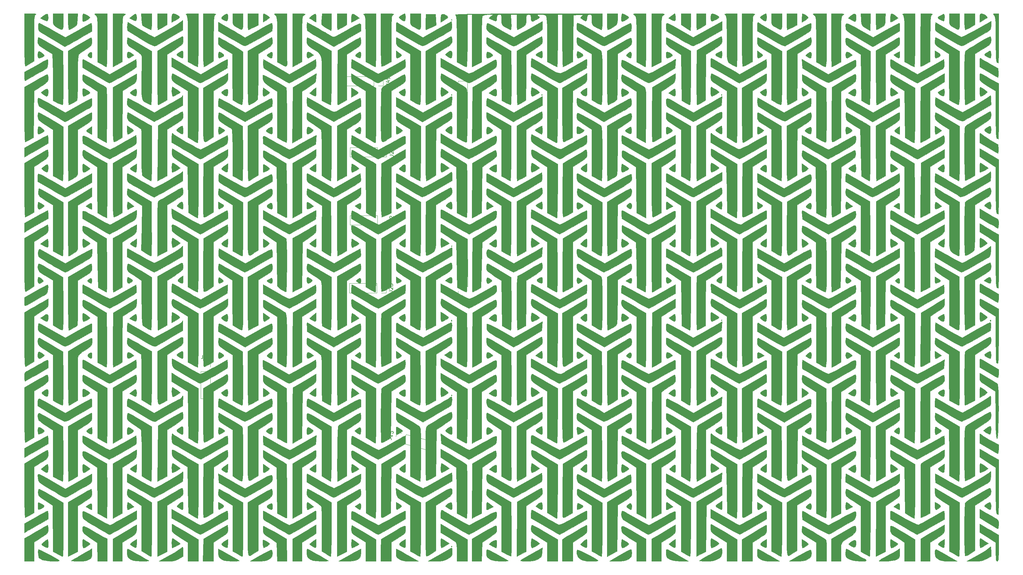
<source format=gbr>
G04 #@! TF.GenerationSoftware,KiCad,Pcbnew,(5.1.4)-1*
G04 #@! TF.CreationDate,2023-02-11T17:21:27-05:00*
G04 #@! TF.ProjectId,ThumbsUp,5468756d-6273-4557-902e-6b696361645f,rev?*
G04 #@! TF.SameCoordinates,Original*
G04 #@! TF.FileFunction,Legend,Top*
G04 #@! TF.FilePolarity,Positive*
%FSLAX46Y46*%
G04 Gerber Fmt 4.6, Leading zero omitted, Abs format (unit mm)*
G04 Created by KiCad (PCBNEW (5.1.4)-1) date 2023-02-11 17:21:27*
%MOMM*%
%LPD*%
G04 APERTURE LIST*
%ADD10C,0.010000*%
%ADD11C,0.120000*%
%ADD12C,0.150000*%
G04 APERTURE END LIST*
D10*
G36*
X123393158Y-481055789D02*
G01*
X123259474Y-481189473D01*
X123125790Y-481055789D01*
X123259474Y-480922105D01*
X123393158Y-481055789D01*
X123393158Y-481055789D01*
G37*
X123393158Y-481055789D02*
X123259474Y-481189473D01*
X123125790Y-481055789D01*
X123259474Y-480922105D01*
X123393158Y-481055789D01*
G36*
X261813010Y-479544160D02*
G01*
X261883611Y-480095187D01*
X261890000Y-480365087D01*
X261854119Y-481109296D01*
X261669119Y-481390217D01*
X261218965Y-481276416D01*
X260753684Y-481036545D01*
X260230354Y-480717648D01*
X260045105Y-480451070D01*
X260237414Y-480166546D01*
X260846762Y-479793812D01*
X261689474Y-479371035D01*
X261813010Y-479544160D01*
X261813010Y-479544160D01*
G37*
X261813010Y-479544160D02*
X261883611Y-480095187D01*
X261890000Y-480365087D01*
X261854119Y-481109296D01*
X261669119Y-481390217D01*
X261218965Y-481276416D01*
X260753684Y-481036545D01*
X260230354Y-480717648D01*
X260045105Y-480451070D01*
X260237414Y-480166546D01*
X260846762Y-479793812D01*
X261689474Y-479371035D01*
X261813010Y-479544160D01*
G36*
X211814434Y-479555226D02*
G01*
X211886824Y-480148068D01*
X211892105Y-480387368D01*
X211812098Y-481145429D01*
X211537598Y-481426844D01*
X211016884Y-481252841D01*
X210559258Y-480934446D01*
X210137852Y-480553629D01*
X210018484Y-480323510D01*
X210024521Y-480316997D01*
X210541870Y-479940723D01*
X211131543Y-479574509D01*
X211584800Y-479344008D01*
X211684228Y-479317895D01*
X211814434Y-479555226D01*
X211814434Y-479555226D01*
G37*
X211814434Y-479555226D02*
X211886824Y-480148068D01*
X211892105Y-480387368D01*
X211812098Y-481145429D01*
X211537598Y-481426844D01*
X211016884Y-481252841D01*
X210559258Y-480934446D01*
X210137852Y-480553629D01*
X210018484Y-480323510D01*
X210024521Y-480316997D01*
X210541870Y-479940723D01*
X211131543Y-479574509D01*
X211584800Y-479344008D01*
X211684228Y-479317895D01*
X211814434Y-479555226D01*
G36*
X197208829Y-479442603D02*
G01*
X197837115Y-479740034D01*
X198342476Y-480095144D01*
X198523684Y-480368598D01*
X198306444Y-480584767D01*
X197782963Y-480896722D01*
X197145599Y-481207011D01*
X196586711Y-481418180D01*
X196375666Y-481456842D01*
X196213913Y-481219623D01*
X196123951Y-480627028D01*
X196117369Y-480387368D01*
X196161404Y-479688940D01*
X196341484Y-479379966D01*
X196661512Y-479317895D01*
X197208829Y-479442603D01*
X197208829Y-479442603D01*
G37*
X197208829Y-479442603D02*
X197837115Y-479740034D01*
X198342476Y-480095144D01*
X198523684Y-480368598D01*
X198306444Y-480584767D01*
X197782963Y-480896722D01*
X197145599Y-481207011D01*
X196586711Y-481418180D01*
X196375666Y-481456842D01*
X196213913Y-481219623D01*
X196123951Y-480627028D01*
X196117369Y-480387368D01*
X196161404Y-479688940D01*
X196341484Y-479379966D01*
X196661512Y-479317895D01*
X197208829Y-479442603D01*
G36*
X186149801Y-479555675D02*
G01*
X186219636Y-480147952D01*
X186224737Y-480387368D01*
X186190735Y-481108192D01*
X186012259Y-481387381D01*
X185574603Y-481284862D01*
X185035366Y-481008747D01*
X184247048Y-480582062D01*
X185035366Y-479951306D01*
X185596862Y-479540573D01*
X185982152Y-479327503D01*
X186024211Y-479319223D01*
X186149801Y-479555675D01*
X186149801Y-479555675D01*
G37*
X186149801Y-479555675D02*
X186219636Y-480147952D01*
X186224737Y-480387368D01*
X186190735Y-481108192D01*
X186012259Y-481387381D01*
X185574603Y-481284862D01*
X185035366Y-481008747D01*
X184247048Y-480582062D01*
X185035366Y-479951306D01*
X185596862Y-479540573D01*
X185982152Y-479327503D01*
X186024211Y-479319223D01*
X186149801Y-479555675D01*
G36*
X110214434Y-479555226D02*
G01*
X110286824Y-480148068D01*
X110292105Y-480387368D01*
X110212098Y-481145429D01*
X109937598Y-481426844D01*
X109416884Y-481252841D01*
X108959258Y-480934446D01*
X108537852Y-480553629D01*
X108418484Y-480323510D01*
X108424521Y-480316997D01*
X108941870Y-479940723D01*
X109531543Y-479574509D01*
X109984800Y-479344008D01*
X110084228Y-479317895D01*
X110214434Y-479555226D01*
X110214434Y-479555226D01*
G37*
X110214434Y-479555226D02*
X110286824Y-480148068D01*
X110292105Y-480387368D01*
X110212098Y-481145429D01*
X109937598Y-481426844D01*
X109416884Y-481252841D01*
X108959258Y-480934446D01*
X108537852Y-480553629D01*
X108418484Y-480323510D01*
X108424521Y-480316997D01*
X108941870Y-479940723D01*
X109531543Y-479574509D01*
X109984800Y-479344008D01*
X110084228Y-479317895D01*
X110214434Y-479555226D01*
G36*
X60284161Y-479828609D02*
G01*
X60294211Y-480387368D01*
X60230843Y-481115672D01*
X59976267Y-481395812D01*
X59433770Y-481281543D01*
X59024211Y-481093244D01*
X58518309Y-480719867D01*
X58524133Y-480325544D01*
X59047056Y-479869823D01*
X59199148Y-479776594D01*
X59855204Y-479420684D01*
X60177377Y-479415992D01*
X60284161Y-479828609D01*
X60284161Y-479828609D01*
G37*
X60284161Y-479828609D02*
X60294211Y-480387368D01*
X60230843Y-481115672D01*
X59976267Y-481395812D01*
X59433770Y-481281543D01*
X59024211Y-481093244D01*
X58518309Y-480719867D01*
X58524133Y-480325544D01*
X59047056Y-479869823D01*
X59199148Y-479776594D01*
X59855204Y-479420684D01*
X60177377Y-479415992D01*
X60284161Y-479828609D01*
G36*
X34596697Y-479791043D02*
G01*
X34626842Y-480387368D01*
X34592799Y-481108368D01*
X34414184Y-481387462D01*
X33976270Y-481284685D01*
X33438431Y-481009250D01*
X32651073Y-480583068D01*
X33386499Y-479950481D01*
X34044344Y-479455800D01*
X34425661Y-479394876D01*
X34596697Y-479791043D01*
X34596697Y-479791043D01*
G37*
X34596697Y-479791043D02*
X34626842Y-480387368D01*
X34592799Y-481108368D01*
X34414184Y-481387462D01*
X33976270Y-481284685D01*
X33438431Y-481009250D01*
X32651073Y-480583068D01*
X33386499Y-479950481D01*
X34044344Y-479455800D01*
X34425661Y-479394876D01*
X34596697Y-479791043D01*
G36*
X9714625Y-479752245D02*
G01*
X9761579Y-480387368D01*
X9704204Y-481097636D01*
X9469756Y-481389215D01*
X8964749Y-481301773D01*
X8324833Y-480996992D01*
X7556507Y-480593865D01*
X8324833Y-479965495D01*
X9050371Y-479455130D01*
X9496014Y-479378872D01*
X9714625Y-479752245D01*
X9714625Y-479752245D01*
G37*
X9714625Y-479752245D02*
X9761579Y-480387368D01*
X9704204Y-481097636D01*
X9469756Y-481389215D01*
X8964749Y-481301773D01*
X8324833Y-480996992D01*
X7556507Y-480593865D01*
X8324833Y-479965495D01*
X9050371Y-479455130D01*
X9496014Y-479378872D01*
X9714625Y-479752245D01*
G36*
X272876529Y-479449176D02*
G01*
X273393440Y-479759745D01*
X273799885Y-480124693D01*
X273935405Y-480419109D01*
X273897659Y-480476261D01*
X273620790Y-480654735D01*
X273054085Y-481002484D01*
X272785263Y-481164850D01*
X271782632Y-481767823D01*
X271782632Y-480542859D01*
X271810984Y-479790229D01*
X271944143Y-479430372D01*
X272254260Y-479322320D01*
X272409614Y-479317895D01*
X272876529Y-479449176D01*
X272876529Y-479449176D01*
G37*
X272876529Y-479449176D02*
X273393440Y-479759745D01*
X273799885Y-480124693D01*
X273935405Y-480419109D01*
X273897659Y-480476261D01*
X273620790Y-480654735D01*
X273054085Y-481002484D01*
X272785263Y-481164850D01*
X271782632Y-481767823D01*
X271782632Y-480542859D01*
X271810984Y-479790229D01*
X271944143Y-479430372D01*
X272254260Y-479322320D01*
X272409614Y-479317895D01*
X272876529Y-479449176D01*
G36*
X247496369Y-479458008D02*
G01*
X248143016Y-479937840D01*
X248863746Y-480557785D01*
X247875274Y-481140998D01*
X247243663Y-481498863D01*
X246831843Y-481704680D01*
X246768401Y-481724210D01*
X246697761Y-481485019D01*
X246655411Y-480879901D01*
X246650000Y-480521052D01*
X246731249Y-479684838D01*
X247000580Y-479335487D01*
X247496369Y-479458008D01*
X247496369Y-479458008D01*
G37*
X247496369Y-479458008D02*
X248143016Y-479937840D01*
X248863746Y-480557785D01*
X247875274Y-481140998D01*
X247243663Y-481498863D01*
X246831843Y-481704680D01*
X246768401Y-481724210D01*
X246697761Y-481485019D01*
X246655411Y-480879901D01*
X246650000Y-480521052D01*
X246731249Y-479684838D01*
X247000580Y-479335487D01*
X247496369Y-479458008D01*
G36*
X236979551Y-479755648D02*
G01*
X237024737Y-480371589D01*
X236978605Y-481067500D01*
X236863878Y-481493135D01*
X236824211Y-481535856D01*
X236488529Y-481481517D01*
X235901363Y-481209589D01*
X235715624Y-481103127D01*
X234807564Y-480559827D01*
X235581940Y-479940189D01*
X236312209Y-479440400D01*
X236760613Y-479373664D01*
X236979551Y-479755648D01*
X236979551Y-479755648D01*
G37*
X236979551Y-479755648D02*
X237024737Y-480371589D01*
X236978605Y-481067500D01*
X236863878Y-481493135D01*
X236824211Y-481535856D01*
X236488529Y-481481517D01*
X235901363Y-481209589D01*
X235715624Y-481103127D01*
X234807564Y-480559827D01*
X235581940Y-479940189D01*
X236312209Y-479440400D01*
X236760613Y-479373664D01*
X236979551Y-479755648D01*
G36*
X222334805Y-479452967D02*
G01*
X222865715Y-479769965D01*
X223346361Y-480136561D01*
X223586366Y-480420424D01*
X223587466Y-480460235D01*
X223331824Y-480735623D01*
X222793190Y-481135801D01*
X222649115Y-481229437D01*
X221784737Y-481776722D01*
X221784737Y-480547308D01*
X221815759Y-479820491D01*
X221894415Y-479379280D01*
X221944010Y-479317895D01*
X222334805Y-479452967D01*
X222334805Y-479452967D01*
G37*
X222334805Y-479452967D02*
X222865715Y-479769965D01*
X223346361Y-480136561D01*
X223586366Y-480420424D01*
X223587466Y-480460235D01*
X223331824Y-480735623D01*
X222793190Y-481135801D01*
X222649115Y-481229437D01*
X221784737Y-481776722D01*
X221784737Y-480547308D01*
X221815759Y-479820491D01*
X221894415Y-479379280D01*
X221944010Y-479317895D01*
X222334805Y-479452967D01*
G36*
X171700717Y-479444023D02*
G01*
X172281477Y-479742483D01*
X172818914Y-480093392D01*
X173111973Y-480376864D01*
X173123684Y-480418605D01*
X172915824Y-480673143D01*
X172420220Y-481014095D01*
X171828835Y-481334471D01*
X171333634Y-481527282D01*
X171140776Y-481523758D01*
X171012306Y-481150076D01*
X170981847Y-480534026D01*
X171036245Y-479887524D01*
X171162346Y-479422487D01*
X171277695Y-479317895D01*
X171700717Y-479444023D01*
X171700717Y-479444023D01*
G37*
X171700717Y-479444023D02*
X172281477Y-479742483D01*
X172818914Y-480093392D01*
X173111973Y-480376864D01*
X173123684Y-480418605D01*
X172915824Y-480673143D01*
X172420220Y-481014095D01*
X171828835Y-481334471D01*
X171333634Y-481527282D01*
X171140776Y-481523758D01*
X171012306Y-481150076D01*
X170981847Y-480534026D01*
X171036245Y-479887524D01*
X171162346Y-479422487D01*
X171277695Y-479317895D01*
X171700717Y-479444023D01*
G36*
X121086329Y-479488962D02*
G01*
X121433909Y-479636996D01*
X122044844Y-480017333D01*
X122170762Y-480375770D01*
X121803132Y-480782359D01*
X121251972Y-481130615D01*
X120184737Y-481740177D01*
X120184737Y-480678499D01*
X120266535Y-479828639D01*
X120548687Y-479447450D01*
X121086329Y-479488962D01*
X121086329Y-479488962D01*
G37*
X121086329Y-479488962D02*
X121433909Y-479636996D01*
X122044844Y-480017333D01*
X122170762Y-480375770D01*
X121803132Y-480782359D01*
X121251972Y-481130615D01*
X120184737Y-481740177D01*
X120184737Y-480678499D01*
X120266535Y-479828639D01*
X120548687Y-479447450D01*
X121086329Y-479488962D01*
G36*
X95824023Y-479469762D02*
G01*
X96511779Y-479953646D01*
X97303032Y-480586741D01*
X96177569Y-481160910D01*
X95052105Y-481735078D01*
X95052105Y-480526486D01*
X95118212Y-479704863D01*
X95355855Y-479360338D01*
X95824023Y-479469762D01*
X95824023Y-479469762D01*
G37*
X95824023Y-479469762D02*
X96511779Y-479953646D01*
X97303032Y-480586741D01*
X96177569Y-481160910D01*
X95052105Y-481735078D01*
X95052105Y-480526486D01*
X95118212Y-479704863D01*
X95355855Y-479360338D01*
X95824023Y-479469762D01*
G36*
X85126816Y-479825870D02*
G01*
X85159474Y-480521052D01*
X85146234Y-481233315D01*
X85112727Y-481652832D01*
X85092632Y-481702060D01*
X84845569Y-481561720D01*
X84311687Y-481239050D01*
X84118043Y-481120052D01*
X83210297Y-480560194D01*
X83932426Y-479939044D01*
X84581595Y-479452213D01*
X84957231Y-479403820D01*
X85126816Y-479825870D01*
X85126816Y-479825870D01*
G37*
X85126816Y-479825870D02*
X85159474Y-480521052D01*
X85146234Y-481233315D01*
X85112727Y-481652832D01*
X85092632Y-481702060D01*
X84845569Y-481561720D01*
X84311687Y-481239050D01*
X84118043Y-481120052D01*
X83210297Y-480560194D01*
X83932426Y-479939044D01*
X84581595Y-479452213D01*
X84957231Y-479403820D01*
X85126816Y-479825870D01*
G36*
X70707625Y-479449269D02*
G01*
X71246051Y-479756850D01*
X71759451Y-480110823D01*
X72045878Y-480381373D01*
X72058421Y-480418605D01*
X71850015Y-480656567D01*
X71329649Y-481027353D01*
X71122632Y-481154047D01*
X70186842Y-481706176D01*
X70186842Y-480512035D01*
X70218725Y-479797395D01*
X70299323Y-479370799D01*
X70346116Y-479317895D01*
X70707625Y-479449269D01*
X70707625Y-479449269D01*
G37*
X70707625Y-479449269D02*
X71246051Y-479756850D01*
X71759451Y-480110823D01*
X72045878Y-480381373D01*
X72058421Y-480418605D01*
X71850015Y-480656567D01*
X71329649Y-481027353D01*
X71122632Y-481154047D01*
X70186842Y-481706176D01*
X70186842Y-480512035D01*
X70218725Y-479797395D01*
X70299323Y-479370799D01*
X70346116Y-479317895D01*
X70707625Y-479449269D01*
G36*
X45693303Y-479479271D02*
G01*
X46279332Y-479822140D01*
X46643953Y-480167080D01*
X46682084Y-480455276D01*
X46342234Y-480771946D01*
X45572911Y-481202306D01*
X45388421Y-481296608D01*
X44519474Y-481737942D01*
X44519474Y-480527918D01*
X44552339Y-479776192D01*
X44693476Y-479419324D01*
X45006696Y-479319289D01*
X45078881Y-479317895D01*
X45693303Y-479479271D01*
X45693303Y-479479271D01*
G37*
X45693303Y-479479271D02*
X46279332Y-479822140D01*
X46643953Y-480167080D01*
X46682084Y-480455276D01*
X46342234Y-480771946D01*
X45572911Y-481202306D01*
X45388421Y-481296608D01*
X44519474Y-481737942D01*
X44519474Y-480527918D01*
X44552339Y-479776192D01*
X44693476Y-479419324D01*
X45006696Y-479319289D01*
X45078881Y-479317895D01*
X45693303Y-479479271D01*
G36*
X20102823Y-479444023D02*
G01*
X20683582Y-479742483D01*
X21221020Y-480093392D01*
X21514078Y-480376864D01*
X21525790Y-480418605D01*
X21317929Y-480673143D01*
X20822325Y-481014095D01*
X20230940Y-481334471D01*
X19735740Y-481527282D01*
X19542881Y-481523758D01*
X19414411Y-481150076D01*
X19383952Y-480534026D01*
X19438350Y-479887524D01*
X19564451Y-479422487D01*
X19679800Y-479317895D01*
X20102823Y-479444023D01*
X20102823Y-479444023D01*
G37*
X20102823Y-479444023D02*
X20683582Y-479742483D01*
X21221020Y-480093392D01*
X21514078Y-480376864D01*
X21525790Y-480418605D01*
X21317929Y-480673143D01*
X20822325Y-481014095D01*
X20230940Y-481334471D01*
X19735740Y-481527282D01*
X19542881Y-481523758D01*
X19414411Y-481150076D01*
X19383952Y-480534026D01*
X19438350Y-479887524D01*
X19564451Y-479422487D01*
X19679800Y-479317895D01*
X20102823Y-479444023D01*
G36*
X270445790Y-482480598D02*
G01*
X269208956Y-483171878D01*
X268469792Y-483562055D01*
X267916073Y-483812718D01*
X267738429Y-483863158D01*
X267632827Y-483616314D01*
X267552060Y-482957603D01*
X267508750Y-482009753D01*
X267504737Y-481590526D01*
X267504737Y-479317895D01*
X270445790Y-479317895D01*
X270445790Y-482480598D01*
X270445790Y-482480598D01*
G37*
X270445790Y-482480598D02*
X269208956Y-483171878D01*
X268469792Y-483562055D01*
X267916073Y-483812718D01*
X267738429Y-483863158D01*
X267632827Y-483616314D01*
X267552060Y-482957603D01*
X267508750Y-482009753D01*
X267504737Y-481590526D01*
X267504737Y-479317895D01*
X270445790Y-479317895D01*
X270445790Y-482480598D01*
G36*
X266167895Y-481590526D02*
G01*
X266153111Y-482773972D01*
X266063720Y-483481028D01*
X265832165Y-483769994D01*
X265390887Y-483699172D01*
X264672328Y-483326862D01*
X264363158Y-483147960D01*
X263731060Y-482758291D01*
X263391710Y-482411299D01*
X263254042Y-481926996D01*
X263226992Y-481125396D01*
X263226842Y-480902073D01*
X263226842Y-479317895D01*
X266167895Y-479317895D01*
X266167895Y-481590526D01*
X266167895Y-481590526D01*
G37*
X266167895Y-481590526D02*
X266153111Y-482773972D01*
X266063720Y-483481028D01*
X265832165Y-483769994D01*
X265390887Y-483699172D01*
X264672328Y-483326862D01*
X264363158Y-483147960D01*
X263731060Y-482758291D01*
X263391710Y-482411299D01*
X263254042Y-481926996D01*
X263226992Y-481125396D01*
X263226842Y-480902073D01*
X263226842Y-479317895D01*
X266167895Y-479317895D01*
X266167895Y-481590526D01*
G36*
X245259074Y-480949512D02*
G01*
X245198648Y-481857384D01*
X245066433Y-482405859D01*
X244768315Y-482769809D01*
X244210179Y-483124109D01*
X244035981Y-483222144D01*
X243349051Y-483593980D01*
X242876260Y-483825294D01*
X242765981Y-483863158D01*
X242708810Y-483616270D01*
X242665086Y-482957451D01*
X242641643Y-482009462D01*
X242639474Y-481590526D01*
X242639474Y-479317895D01*
X245338674Y-479317895D01*
X245259074Y-480949512D01*
X245259074Y-480949512D01*
G37*
X245259074Y-480949512D02*
X245198648Y-481857384D01*
X245066433Y-482405859D01*
X244768315Y-482769809D01*
X244210179Y-483124109D01*
X244035981Y-483222144D01*
X243349051Y-483593980D01*
X242876260Y-483825294D01*
X242765981Y-483863158D01*
X242708810Y-483616270D01*
X242665086Y-482957451D01*
X242641643Y-482009462D01*
X242639474Y-481590526D01*
X242639474Y-479317895D01*
X245338674Y-479317895D01*
X245259074Y-480949512D01*
G36*
X220447895Y-482517307D02*
G01*
X219119941Y-483190233D01*
X218366700Y-483559965D01*
X217823507Y-483804384D01*
X217649415Y-483863158D01*
X217584983Y-483616275D01*
X217535707Y-482957468D01*
X217509288Y-482009495D01*
X217506842Y-481590526D01*
X217506842Y-479317895D01*
X220447895Y-479317895D01*
X220447895Y-482517307D01*
X220447895Y-482517307D01*
G37*
X220447895Y-482517307D02*
X219119941Y-483190233D01*
X218366700Y-483559965D01*
X217823507Y-483804384D01*
X217649415Y-483863158D01*
X217584983Y-483616275D01*
X217535707Y-482957468D01*
X217509288Y-482009495D01*
X217506842Y-481590526D01*
X217506842Y-479317895D01*
X220447895Y-479317895D01*
X220447895Y-482517307D01*
G36*
X216170000Y-481590526D02*
G01*
X216155216Y-482773972D01*
X216065825Y-483481028D01*
X215834270Y-483769994D01*
X215392992Y-483699172D01*
X214674433Y-483326862D01*
X214365263Y-483147960D01*
X213733165Y-482758291D01*
X213393815Y-482411299D01*
X213256148Y-481926996D01*
X213229097Y-481125396D01*
X213228947Y-480902073D01*
X213228947Y-479317895D01*
X216170000Y-479317895D01*
X216170000Y-481590526D01*
X216170000Y-481590526D01*
G37*
X216170000Y-481590526D02*
X216155216Y-482773972D01*
X216065825Y-483481028D01*
X215834270Y-483769994D01*
X215392992Y-483699172D01*
X214674433Y-483326862D01*
X214365263Y-483147960D01*
X213733165Y-482758291D01*
X213393815Y-482411299D01*
X213256148Y-481926996D01*
X213229097Y-481125396D01*
X213228947Y-480902073D01*
X213228947Y-479317895D01*
X216170000Y-479317895D01*
X216170000Y-481590526D01*
G36*
X194780526Y-482475504D02*
G01*
X193596600Y-483169331D01*
X192894874Y-483564506D01*
X192395991Y-483815783D01*
X192259758Y-483863158D01*
X192190653Y-483616279D01*
X192137802Y-482957480D01*
X192109465Y-482009518D01*
X192106842Y-481590526D01*
X192106842Y-479317895D01*
X194780526Y-479317895D01*
X194780526Y-482475504D01*
X194780526Y-482475504D01*
G37*
X194780526Y-482475504D02*
X193596600Y-483169331D01*
X192894874Y-483564506D01*
X192395991Y-483815783D01*
X192259758Y-483863158D01*
X192190653Y-483616279D01*
X192137802Y-482957480D01*
X192109465Y-482009518D01*
X192106842Y-481590526D01*
X192106842Y-479317895D01*
X194780526Y-479317895D01*
X194780526Y-482475504D01*
G36*
X169915263Y-480746982D02*
G01*
X169843091Y-481776703D01*
X169606309Y-482408301D01*
X169447369Y-482586319D01*
X168955687Y-482939619D01*
X168280326Y-483341438D01*
X167618362Y-483683602D01*
X167166874Y-483857935D01*
X167121172Y-483863158D01*
X167054757Y-483616277D01*
X167003964Y-482957473D01*
X166976731Y-482009504D01*
X166974211Y-481590526D01*
X166974211Y-479317895D01*
X169915263Y-479317895D01*
X169915263Y-480746982D01*
X169915263Y-480746982D01*
G37*
X169915263Y-480746982D02*
X169843091Y-481776703D01*
X169606309Y-482408301D01*
X169447369Y-482586319D01*
X168955687Y-482939619D01*
X168280326Y-483341438D01*
X167618362Y-483683602D01*
X167166874Y-483857935D01*
X167121172Y-483863158D01*
X167054757Y-483616277D01*
X167003964Y-482957473D01*
X166976731Y-482009504D01*
X166974211Y-481590526D01*
X166974211Y-479317895D01*
X169915263Y-479317895D01*
X169915263Y-480746982D01*
G36*
X118794064Y-480977850D02*
G01*
X118873918Y-482504120D01*
X117532953Y-483183639D01*
X116773670Y-483555630D01*
X116221601Y-483802447D01*
X116038602Y-483863158D01*
X115977053Y-483616862D01*
X115946829Y-482960900D01*
X115952200Y-482019655D01*
X115962871Y-481657368D01*
X116040526Y-479451579D01*
X118714211Y-479451579D01*
X118794064Y-480977850D01*
X118794064Y-480977850D01*
G37*
X118794064Y-480977850D02*
X118873918Y-482504120D01*
X117532953Y-483183639D01*
X116773670Y-483555630D01*
X116221601Y-483802447D01*
X116038602Y-483863158D01*
X115977053Y-483616862D01*
X115946829Y-482960900D01*
X115952200Y-482019655D01*
X115962871Y-481657368D01*
X116040526Y-479451579D01*
X118714211Y-479451579D01*
X118794064Y-480977850D01*
G36*
X114570000Y-481590526D02*
G01*
X114555216Y-482773972D01*
X114465825Y-483481028D01*
X114234270Y-483769994D01*
X113792992Y-483699172D01*
X113074433Y-483326862D01*
X112765263Y-483147960D01*
X112133165Y-482758291D01*
X111793815Y-482411299D01*
X111656148Y-481926996D01*
X111629097Y-481125396D01*
X111628947Y-480902073D01*
X111628947Y-479317895D01*
X114570000Y-479317895D01*
X114570000Y-481590526D01*
X114570000Y-481590526D01*
G37*
X114570000Y-481590526D02*
X114555216Y-482773972D01*
X114465825Y-483481028D01*
X114234270Y-483769994D01*
X113792992Y-483699172D01*
X113074433Y-483326862D01*
X112765263Y-483147960D01*
X112133165Y-482758291D01*
X111793815Y-482411299D01*
X111656148Y-481926996D01*
X111629097Y-481125396D01*
X111628947Y-480902073D01*
X111628947Y-479317895D01*
X114570000Y-479317895D01*
X114570000Y-481590526D01*
G36*
X93715263Y-482475504D02*
G01*
X92531337Y-483169331D01*
X91829611Y-483564506D01*
X91330728Y-483815783D01*
X91194495Y-483863158D01*
X91125390Y-483616279D01*
X91072539Y-482957480D01*
X91044202Y-482009518D01*
X91041579Y-481590526D01*
X91041579Y-479317895D01*
X93715263Y-479317895D01*
X93715263Y-482475504D01*
X93715263Y-482475504D01*
G37*
X93715263Y-482475504D02*
X92531337Y-483169331D01*
X91829611Y-483564506D01*
X91330728Y-483815783D01*
X91194495Y-483863158D01*
X91125390Y-483616279D01*
X91072539Y-482957480D01*
X91044202Y-482009518D01*
X91041579Y-481590526D01*
X91041579Y-479317895D01*
X93715263Y-479317895D01*
X93715263Y-482475504D01*
G36*
X68850000Y-482517307D02*
G01*
X67522046Y-483190233D01*
X66768806Y-483559965D01*
X66225612Y-483804384D01*
X66051520Y-483863158D01*
X65987089Y-483616275D01*
X65937812Y-482957468D01*
X65911393Y-482009495D01*
X65908947Y-481590526D01*
X65908947Y-479317895D01*
X68850000Y-479317895D01*
X68850000Y-482517307D01*
X68850000Y-482517307D01*
G37*
X68850000Y-482517307D02*
X67522046Y-483190233D01*
X66768806Y-483559965D01*
X66225612Y-483804384D01*
X66051520Y-483863158D01*
X65987089Y-483616275D01*
X65937812Y-482957468D01*
X65911393Y-482009495D01*
X65908947Y-481590526D01*
X65908947Y-479317895D01*
X68850000Y-479317895D01*
X68850000Y-482517307D01*
G36*
X64572105Y-481590526D02*
G01*
X64557321Y-482773972D01*
X64467931Y-483481028D01*
X64236375Y-483769994D01*
X63795097Y-483699172D01*
X63076538Y-483326862D01*
X62767369Y-483147960D01*
X62135270Y-482758291D01*
X61795920Y-482411299D01*
X61658253Y-481926996D01*
X61631203Y-481125396D01*
X61631053Y-480902073D01*
X61631053Y-479317895D01*
X64572105Y-479317895D01*
X64572105Y-481590526D01*
X64572105Y-481590526D01*
G37*
X64572105Y-481590526D02*
X64557321Y-482773972D01*
X64467931Y-483481028D01*
X64236375Y-483769994D01*
X63795097Y-483699172D01*
X63076538Y-483326862D01*
X62767369Y-483147960D01*
X62135270Y-482758291D01*
X61795920Y-482411299D01*
X61658253Y-481926996D01*
X61631203Y-481125396D01*
X61631053Y-480902073D01*
X61631053Y-479317895D01*
X64572105Y-479317895D01*
X64572105Y-481590526D01*
G36*
X43182632Y-482480598D02*
G01*
X41945798Y-483171878D01*
X41235963Y-483558962D01*
X40742794Y-483809825D01*
X40608956Y-483863158D01*
X40563759Y-483616263D01*
X40529194Y-482957427D01*
X40510662Y-482009417D01*
X40508947Y-481590526D01*
X40508947Y-479317895D01*
X43182632Y-479317895D01*
X43182632Y-482480598D01*
X43182632Y-482480598D01*
G37*
X43182632Y-482480598D02*
X41945798Y-483171878D01*
X41235963Y-483558962D01*
X40742794Y-483809825D01*
X40608956Y-483863158D01*
X40563759Y-483616263D01*
X40529194Y-482957427D01*
X40510662Y-482009417D01*
X40508947Y-481590526D01*
X40508947Y-479317895D01*
X43182632Y-479317895D01*
X43182632Y-482480598D01*
G36*
X38904737Y-481590526D02*
G01*
X38882979Y-482615714D01*
X38824914Y-483397562D01*
X38741352Y-483814177D01*
X38704211Y-483851341D01*
X38363725Y-483730133D01*
X37739740Y-483438356D01*
X37434211Y-483283047D01*
X36769700Y-482929789D01*
X36337198Y-482685830D01*
X36264283Y-482637392D01*
X36194757Y-482344638D01*
X36115637Y-481674132D01*
X36055733Y-480933055D01*
X35947637Y-479317895D01*
X38904737Y-479317895D01*
X38904737Y-481590526D01*
X38904737Y-481590526D01*
G37*
X38904737Y-481590526D02*
X38882979Y-482615714D01*
X38824914Y-483397562D01*
X38741352Y-483814177D01*
X38704211Y-483851341D01*
X38363725Y-483730133D01*
X37739740Y-483438356D01*
X37434211Y-483283047D01*
X36769700Y-482929789D01*
X36337198Y-482685830D01*
X36264283Y-482637392D01*
X36194757Y-482344638D01*
X36115637Y-481674132D01*
X36055733Y-480933055D01*
X35947637Y-479317895D01*
X38904737Y-479317895D01*
X38904737Y-481590526D01*
G36*
X17995916Y-480981682D02*
G01*
X17935637Y-481901968D01*
X17808211Y-482458108D01*
X17527391Y-482820350D01*
X17006929Y-483158944D01*
X16846842Y-483249916D01*
X16165311Y-483613206D01*
X15681695Y-483831206D01*
X15576842Y-483858759D01*
X15486242Y-483613988D01*
X15416943Y-482957009D01*
X15379769Y-482010247D01*
X15376316Y-481590526D01*
X15376316Y-479317895D01*
X18075516Y-479317895D01*
X17995916Y-480981682D01*
X17995916Y-480981682D01*
G37*
X17995916Y-480981682D02*
X17935637Y-481901968D01*
X17808211Y-482458108D01*
X17527391Y-482820350D01*
X17006929Y-483158944D01*
X16846842Y-483249916D01*
X16165311Y-483613206D01*
X15681695Y-483831206D01*
X15576842Y-483858759D01*
X15486242Y-483613988D01*
X15416943Y-482957009D01*
X15379769Y-482010247D01*
X15376316Y-481590526D01*
X15376316Y-479317895D01*
X18075516Y-479317895D01*
X17995916Y-480981682D01*
G36*
X14039474Y-481590526D02*
G01*
X14022228Y-482785614D01*
X13927484Y-483502832D01*
X13690730Y-483798893D01*
X13247458Y-483730506D01*
X12533155Y-483354381D01*
X12234737Y-483177053D01*
X11603217Y-482776619D01*
X11263837Y-482422824D01*
X11125867Y-481934413D01*
X11098581Y-481130133D01*
X11098421Y-480906951D01*
X11098421Y-479317895D01*
X14039474Y-479317895D01*
X14039474Y-481590526D01*
X14039474Y-481590526D01*
G37*
X14039474Y-481590526D02*
X14022228Y-482785614D01*
X13927484Y-483502832D01*
X13690730Y-483798893D01*
X13247458Y-483730506D01*
X12533155Y-483354381D01*
X12234737Y-483177053D01*
X11603217Y-482776619D01*
X11263837Y-482422824D01*
X11125867Y-481934413D01*
X11098581Y-481130133D01*
X11098421Y-480906951D01*
X11098421Y-479317895D01*
X14039474Y-479317895D01*
X14039474Y-481590526D01*
G36*
X241035263Y-481724210D02*
G01*
X241028402Y-482780876D01*
X241010020Y-483596353D01*
X240983423Y-484052712D01*
X240968421Y-484109510D01*
X240722507Y-483971160D01*
X240163320Y-483638707D01*
X239698421Y-483357901D01*
X239038737Y-482935906D01*
X238671835Y-482568404D01*
X238501337Y-482076181D01*
X238430866Y-481280020D01*
X238415663Y-480972602D01*
X238336063Y-479317895D01*
X241035263Y-479317895D01*
X241035263Y-481724210D01*
X241035263Y-481724210D01*
G37*
X241035263Y-481724210D02*
X241028402Y-482780876D01*
X241010020Y-483596353D01*
X240983423Y-484052712D01*
X240968421Y-484109510D01*
X240722507Y-483971160D01*
X240163320Y-483638707D01*
X239698421Y-483357901D01*
X239038737Y-482935906D01*
X238671835Y-482568404D01*
X238501337Y-482076181D01*
X238430866Y-481280020D01*
X238415663Y-480972602D01*
X238336063Y-479317895D01*
X241035263Y-479317895D01*
X241035263Y-481724210D01*
G36*
X190502632Y-481724210D02*
G01*
X190495769Y-482781230D01*
X190477383Y-483597410D01*
X190450781Y-484054663D01*
X190435790Y-484111922D01*
X190192955Y-483970766D01*
X189635628Y-483625666D01*
X189098947Y-483287209D01*
X187828947Y-482481101D01*
X187828947Y-479317895D01*
X190502632Y-479317895D01*
X190502632Y-481724210D01*
X190502632Y-481724210D01*
G37*
X190502632Y-481724210D02*
X190495769Y-482781230D01*
X190477383Y-483597410D01*
X190450781Y-484054663D01*
X190435790Y-484111922D01*
X190192955Y-483970766D01*
X189635628Y-483625666D01*
X189098947Y-483287209D01*
X187828947Y-482481101D01*
X187828947Y-479317895D01*
X190502632Y-479317895D01*
X190502632Y-481724210D01*
G36*
X89437369Y-481724210D02*
G01*
X89430513Y-482779290D01*
X89412148Y-483591618D01*
X89385572Y-484043974D01*
X89370526Y-484098691D01*
X89119857Y-483962423D01*
X88545841Y-483645592D01*
X88036920Y-483363428D01*
X87310289Y-482923360D01*
X86804599Y-482548640D01*
X86666304Y-482390097D01*
X86631302Y-481986860D01*
X86655120Y-481249639D01*
X86697086Y-480719044D01*
X86831718Y-479317895D01*
X89437369Y-479317895D01*
X89437369Y-481724210D01*
X89437369Y-481724210D01*
G37*
X89437369Y-481724210D02*
X89430513Y-482779290D01*
X89412148Y-483591618D01*
X89385572Y-484043974D01*
X89370526Y-484098691D01*
X89119857Y-483962423D01*
X88545841Y-483645592D01*
X88036920Y-483363428D01*
X87310289Y-482923360D01*
X86804599Y-482548640D01*
X86666304Y-482390097D01*
X86631302Y-481986860D01*
X86655120Y-481249639D01*
X86697086Y-480719044D01*
X86831718Y-479317895D01*
X89437369Y-479317895D01*
X89437369Y-481724210D01*
G36*
X274991053Y-482615235D02*
G01*
X274969327Y-483271613D01*
X274835517Y-483714197D01*
X274486674Y-484086154D01*
X273819848Y-484530650D01*
X273453684Y-484753180D01*
X271595163Y-485860393D01*
X269962493Y-486802095D01*
X268605160Y-487551391D01*
X267572648Y-488081389D01*
X266914442Y-488365196D01*
X266731107Y-488406618D01*
X266356595Y-488274073D01*
X265621351Y-487911206D01*
X264619949Y-487368119D01*
X263446967Y-486694913D01*
X263003242Y-486431754D01*
X261803377Y-485706978D01*
X260760735Y-485063991D01*
X259965551Y-484559434D01*
X259508056Y-484249946D01*
X259443462Y-484197251D01*
X259296627Y-483783064D01*
X259254484Y-483075717D01*
X259266010Y-482853282D01*
X259350000Y-481770755D01*
X262825790Y-483775927D01*
X264062141Y-484486464D01*
X265142674Y-485102358D01*
X265978816Y-485573515D01*
X266481996Y-485849840D01*
X266577672Y-485897905D01*
X266915098Y-485814945D01*
X267651155Y-485486543D01*
X268726736Y-484943704D01*
X270082738Y-484217433D01*
X271660056Y-483338736D01*
X273399586Y-482338617D01*
X273721053Y-482150622D01*
X274991053Y-481406030D01*
X274991053Y-482615235D01*
X274991053Y-482615235D01*
G37*
X274991053Y-482615235D02*
X274969327Y-483271613D01*
X274835517Y-483714197D01*
X274486674Y-484086154D01*
X273819848Y-484530650D01*
X273453684Y-484753180D01*
X271595163Y-485860393D01*
X269962493Y-486802095D01*
X268605160Y-487551391D01*
X267572648Y-488081389D01*
X266914442Y-488365196D01*
X266731107Y-488406618D01*
X266356595Y-488274073D01*
X265621351Y-487911206D01*
X264619949Y-487368119D01*
X263446967Y-486694913D01*
X263003242Y-486431754D01*
X261803377Y-485706978D01*
X260760735Y-485063991D01*
X259965551Y-484559434D01*
X259508056Y-484249946D01*
X259443462Y-484197251D01*
X259296627Y-483783064D01*
X259254484Y-483075717D01*
X259266010Y-482853282D01*
X259350000Y-481770755D01*
X262825790Y-483775927D01*
X264062141Y-484486464D01*
X265142674Y-485102358D01*
X265978816Y-485573515D01*
X266481996Y-485849840D01*
X266577672Y-485897905D01*
X266915098Y-485814945D01*
X267651155Y-485486543D01*
X268726736Y-484943704D01*
X270082738Y-484217433D01*
X271660056Y-483338736D01*
X273399586Y-482338617D01*
X273721053Y-482150622D01*
X274991053Y-481406030D01*
X274991053Y-482615235D01*
G36*
X199314064Y-482749415D02*
G01*
X199302339Y-483996842D01*
X195467898Y-486202631D01*
X194151489Y-486942021D01*
X192967742Y-487573525D01*
X192005662Y-488052245D01*
X191354254Y-488333276D01*
X191134886Y-488388577D01*
X190738437Y-488249554D01*
X189980053Y-487880027D01*
X188953481Y-487329306D01*
X187752468Y-486646704D01*
X187160526Y-486298003D01*
X183684737Y-484227272D01*
X183602522Y-483109426D01*
X183613969Y-482324785D01*
X183788687Y-481998186D01*
X183831412Y-481991579D01*
X184161849Y-482117979D01*
X184866327Y-482466321D01*
X185856290Y-482990314D01*
X187043185Y-483643668D01*
X187691762Y-484009481D01*
X191241006Y-486027383D01*
X199325790Y-481501989D01*
X199314064Y-482749415D01*
X199314064Y-482749415D01*
G37*
X199314064Y-482749415D02*
X199302339Y-483996842D01*
X195467898Y-486202631D01*
X194151489Y-486942021D01*
X192967742Y-487573525D01*
X192005662Y-488052245D01*
X191354254Y-488333276D01*
X191134886Y-488388577D01*
X190738437Y-488249554D01*
X189980053Y-487880027D01*
X188953481Y-487329306D01*
X187752468Y-486646704D01*
X187160526Y-486298003D01*
X183684737Y-484227272D01*
X183602522Y-483109426D01*
X183613969Y-482324785D01*
X183788687Y-481998186D01*
X183831412Y-481991579D01*
X184161849Y-482117979D01*
X184866327Y-482466321D01*
X185856290Y-482990314D01*
X187043185Y-483643668D01*
X187691762Y-484009481D01*
X191241006Y-486027383D01*
X199325790Y-481501989D01*
X199314064Y-482749415D01*
G36*
X158907042Y-481987949D02*
G01*
X159572873Y-482302763D01*
X160533665Y-482804131D01*
X161706649Y-483449432D01*
X162502439Y-483902117D01*
X166185404Y-486022742D01*
X167582439Y-485254784D01*
X168476070Y-484758990D01*
X169626263Y-484114592D01*
X170825215Y-483438145D01*
X171175989Y-483239202D01*
X172155347Y-482697033D01*
X172966994Y-482273876D01*
X173494938Y-482028921D01*
X173620930Y-481991579D01*
X173764802Y-482229146D01*
X173832184Y-482826315D01*
X173830730Y-483120595D01*
X173792105Y-484249612D01*
X170182632Y-486324604D01*
X168912666Y-487040630D01*
X167785060Y-487650133D01*
X166889686Y-488106546D01*
X166316417Y-488363304D01*
X166172105Y-488402546D01*
X165764294Y-488274700D01*
X165040249Y-487932820D01*
X164138683Y-487443887D01*
X163899474Y-487305154D01*
X162172658Y-486291411D01*
X160850391Y-485511734D01*
X159879054Y-484924460D01*
X159205030Y-484487926D01*
X158774701Y-484160467D01*
X158534448Y-483900421D01*
X158430653Y-483666125D01*
X158409699Y-483415914D01*
X158417966Y-483108125D01*
X158418421Y-483046156D01*
X158465976Y-482357885D01*
X158583790Y-481939350D01*
X158618947Y-481902315D01*
X158907042Y-481987949D01*
X158907042Y-481987949D01*
G37*
X158907042Y-481987949D02*
X159572873Y-482302763D01*
X160533665Y-482804131D01*
X161706649Y-483449432D01*
X162502439Y-483902117D01*
X166185404Y-486022742D01*
X167582439Y-485254784D01*
X168476070Y-484758990D01*
X169626263Y-484114592D01*
X170825215Y-483438145D01*
X171175989Y-483239202D01*
X172155347Y-482697033D01*
X172966994Y-482273876D01*
X173494938Y-482028921D01*
X173620930Y-481991579D01*
X173764802Y-482229146D01*
X173832184Y-482826315D01*
X173830730Y-483120595D01*
X173792105Y-484249612D01*
X170182632Y-486324604D01*
X168912666Y-487040630D01*
X167785060Y-487650133D01*
X166889686Y-488106546D01*
X166316417Y-488363304D01*
X166172105Y-488402546D01*
X165764294Y-488274700D01*
X165040249Y-487932820D01*
X164138683Y-487443887D01*
X163899474Y-487305154D01*
X162172658Y-486291411D01*
X160850391Y-485511734D01*
X159879054Y-484924460D01*
X159205030Y-484487926D01*
X158774701Y-484160467D01*
X158534448Y-483900421D01*
X158430653Y-483666125D01*
X158409699Y-483415914D01*
X158417966Y-483108125D01*
X158418421Y-483046156D01*
X158465976Y-482357885D01*
X158583790Y-481939350D01*
X158618947Y-481902315D01*
X158907042Y-481987949D01*
G36*
X123344926Y-482605636D02*
G01*
X123343844Y-483394960D01*
X123141037Y-483871350D01*
X122840304Y-484129939D01*
X122103023Y-484602588D01*
X121109262Y-485199676D01*
X119956148Y-485867447D01*
X118740809Y-486552147D01*
X117560371Y-487200022D01*
X116511962Y-487757316D01*
X115692710Y-488170275D01*
X115199741Y-488385143D01*
X115118259Y-488403674D01*
X114752243Y-488272173D01*
X114018764Y-487912972D01*
X113008703Y-487373804D01*
X111812942Y-486702402D01*
X111173036Y-486331568D01*
X107642388Y-484264210D01*
X107630404Y-482978431D01*
X107660266Y-482259105D01*
X107749731Y-481846319D01*
X107818947Y-481803909D01*
X108109374Y-481970613D01*
X108776841Y-482356283D01*
X109735899Y-482911472D01*
X110901098Y-483586730D01*
X111542405Y-483958636D01*
X112769894Y-484666486D01*
X113826624Y-485267993D01*
X114629996Y-485716760D01*
X115097415Y-485966394D01*
X115180387Y-486002105D01*
X115439143Y-485876676D01*
X116084270Y-485529059D01*
X117037794Y-485002256D01*
X118221742Y-484339270D01*
X119277456Y-483742538D01*
X123259474Y-481482972D01*
X123344926Y-482605636D01*
X123344926Y-482605636D01*
G37*
X123344926Y-482605636D02*
X123343844Y-483394960D01*
X123141037Y-483871350D01*
X122840304Y-484129939D01*
X122103023Y-484602588D01*
X121109262Y-485199676D01*
X119956148Y-485867447D01*
X118740809Y-486552147D01*
X117560371Y-487200022D01*
X116511962Y-487757316D01*
X115692710Y-488170275D01*
X115199741Y-488385143D01*
X115118259Y-488403674D01*
X114752243Y-488272173D01*
X114018764Y-487912972D01*
X113008703Y-487373804D01*
X111812942Y-486702402D01*
X111173036Y-486331568D01*
X107642388Y-484264210D01*
X107630404Y-482978431D01*
X107660266Y-482259105D01*
X107749731Y-481846319D01*
X107818947Y-481803909D01*
X108109374Y-481970613D01*
X108776841Y-482356283D01*
X109735899Y-482911472D01*
X110901098Y-483586730D01*
X111542405Y-483958636D01*
X112769894Y-484666486D01*
X113826624Y-485267993D01*
X114629996Y-485716760D01*
X115097415Y-485966394D01*
X115180387Y-486002105D01*
X115439143Y-485876676D01*
X116084270Y-485529059D01*
X117037794Y-485002256D01*
X118221742Y-484339270D01*
X119277456Y-483742538D01*
X123259474Y-481482972D01*
X123344926Y-482605636D01*
G36*
X58489474Y-482210735D02*
G01*
X59303873Y-482693066D01*
X60227844Y-483220787D01*
X60427895Y-483332152D01*
X61201902Y-483767252D01*
X62222278Y-484350242D01*
X63274212Y-484958355D01*
X63320400Y-484985247D01*
X65143432Y-486047062D01*
X68771483Y-484019320D01*
X70034972Y-483321581D01*
X71139434Y-482727554D01*
X71998772Y-482282306D01*
X72526890Y-482030901D01*
X72645403Y-481991579D01*
X72778306Y-482228310D01*
X72822010Y-482823704D01*
X72809057Y-483121990D01*
X72726842Y-484252401D01*
X69117369Y-486325999D01*
X67847340Y-487041423D01*
X66719690Y-487650108D01*
X65824306Y-488105569D01*
X65251074Y-488361320D01*
X65106842Y-488400023D01*
X64745771Y-488270465D01*
X64016691Y-487913158D01*
X63010034Y-487375627D01*
X61816232Y-486705395D01*
X61172223Y-486332331D01*
X57638655Y-484264210D01*
X57629591Y-482972404D01*
X57620526Y-481680597D01*
X58489474Y-482210735D01*
X58489474Y-482210735D01*
G37*
X58489474Y-482210735D02*
X59303873Y-482693066D01*
X60227844Y-483220787D01*
X60427895Y-483332152D01*
X61201902Y-483767252D01*
X62222278Y-484350242D01*
X63274212Y-484958355D01*
X63320400Y-484985247D01*
X65143432Y-486047062D01*
X68771483Y-484019320D01*
X70034972Y-483321581D01*
X71139434Y-482727554D01*
X71998772Y-482282306D01*
X72526890Y-482030901D01*
X72645403Y-481991579D01*
X72778306Y-482228310D01*
X72822010Y-482823704D01*
X72809057Y-483121990D01*
X72726842Y-484252401D01*
X69117369Y-486325999D01*
X67847340Y-487041423D01*
X66719690Y-487650108D01*
X65824306Y-488105569D01*
X65251074Y-488361320D01*
X65106842Y-488400023D01*
X64745771Y-488270465D01*
X64016691Y-487913158D01*
X63010034Y-487375627D01*
X61816232Y-486705395D01*
X61172223Y-486332331D01*
X57638655Y-484264210D01*
X57629591Y-482972404D01*
X57620526Y-481680597D01*
X58489474Y-482210735D01*
G36*
X249264874Y-482229899D02*
G01*
X249316833Y-482829189D01*
X249321570Y-483127895D01*
X249319455Y-484264210D01*
X246313675Y-485991219D01*
X245100396Y-486688319D01*
X243984802Y-487329283D01*
X243086578Y-487845347D01*
X242525407Y-488167749D01*
X242505790Y-488179019D01*
X241703684Y-488639810D01*
X237960526Y-486433740D01*
X236561787Y-485603092D01*
X235559213Y-484983602D01*
X234884957Y-484520652D01*
X234471170Y-484159626D01*
X234250006Y-483845908D01*
X234153617Y-483524879D01*
X234131688Y-483351540D01*
X234089474Y-482723991D01*
X234146638Y-482316841D01*
X234363266Y-482138470D01*
X234799444Y-482197255D01*
X235515257Y-482501574D01*
X236570792Y-483059806D01*
X238026133Y-483880330D01*
X238059240Y-483899193D01*
X241800701Y-486031202D01*
X245412162Y-484011390D01*
X246664033Y-483316395D01*
X247747392Y-482724701D01*
X248578647Y-482281193D01*
X249074206Y-482030760D01*
X249173653Y-481991579D01*
X249264874Y-482229899D01*
X249264874Y-482229899D01*
G37*
X249264874Y-482229899D02*
X249316833Y-482829189D01*
X249321570Y-483127895D01*
X249319455Y-484264210D01*
X246313675Y-485991219D01*
X245100396Y-486688319D01*
X243984802Y-487329283D01*
X243086578Y-487845347D01*
X242525407Y-488167749D01*
X242505790Y-488179019D01*
X241703684Y-488639810D01*
X237960526Y-486433740D01*
X236561787Y-485603092D01*
X235559213Y-484983602D01*
X234884957Y-484520652D01*
X234471170Y-484159626D01*
X234250006Y-483845908D01*
X234153617Y-483524879D01*
X234131688Y-483351540D01*
X234089474Y-482723991D01*
X234146638Y-482316841D01*
X234363266Y-482138470D01*
X234799444Y-482197255D01*
X235515257Y-482501574D01*
X236570792Y-483059806D01*
X238026133Y-483880330D01*
X238059240Y-483899193D01*
X241800701Y-486031202D01*
X245412162Y-484011390D01*
X246664033Y-483316395D01*
X247747392Y-482724701D01*
X248578647Y-482281193D01*
X249074206Y-482030760D01*
X249173653Y-481991579D01*
X249264874Y-482229899D01*
G36*
X209709244Y-481976528D02*
G01*
X210377210Y-482363267D01*
X211337771Y-482919467D01*
X212505853Y-483595868D01*
X213174725Y-483983206D01*
X216729976Y-486042044D01*
X220259988Y-484083653D01*
X221518215Y-483392286D01*
X222626677Y-482795714D01*
X223494195Y-482342056D01*
X224029590Y-482079431D01*
X224140697Y-482035641D01*
X224361675Y-482131421D01*
X224428650Y-482626834D01*
X224408065Y-483084933D01*
X224346291Y-483645834D01*
X224195987Y-484056303D01*
X223862339Y-484421795D01*
X223250532Y-484847768D01*
X222319474Y-485407962D01*
X221165713Y-486081930D01*
X219966932Y-486770456D01*
X218958320Y-487338616D01*
X218843684Y-487401971D01*
X218023333Y-487864000D01*
X217377339Y-488246337D01*
X217086860Y-488436801D01*
X216751330Y-488390765D01*
X216018950Y-488082677D01*
X214943366Y-487538573D01*
X213578227Y-486784489D01*
X213019936Y-486462974D01*
X209239312Y-484264210D01*
X209228866Y-482978431D01*
X209259589Y-482260163D01*
X209349552Y-481849466D01*
X209418947Y-481808510D01*
X209709244Y-481976528D01*
X209709244Y-481976528D01*
G37*
X209709244Y-481976528D02*
X210377210Y-482363267D01*
X211337771Y-482919467D01*
X212505853Y-483595868D01*
X213174725Y-483983206D01*
X216729976Y-486042044D01*
X220259988Y-484083653D01*
X221518215Y-483392286D01*
X222626677Y-482795714D01*
X223494195Y-482342056D01*
X224029590Y-482079431D01*
X224140697Y-482035641D01*
X224361675Y-482131421D01*
X224428650Y-482626834D01*
X224408065Y-483084933D01*
X224346291Y-483645834D01*
X224195987Y-484056303D01*
X223862339Y-484421795D01*
X223250532Y-484847768D01*
X222319474Y-485407962D01*
X221165713Y-486081930D01*
X219966932Y-486770456D01*
X218958320Y-487338616D01*
X218843684Y-487401971D01*
X218023333Y-487864000D01*
X217377339Y-488246337D01*
X217086860Y-488436801D01*
X216751330Y-488390765D01*
X216018950Y-488082677D01*
X214943366Y-487538573D01*
X213578227Y-486784489D01*
X213019936Y-486462974D01*
X209239312Y-484264210D01*
X209228866Y-482978431D01*
X209259589Y-482260163D01*
X209349552Y-481849466D01*
X209418947Y-481808510D01*
X209709244Y-481976528D01*
G36*
X148791468Y-482741360D02*
G01*
X148794142Y-483249975D01*
X148756305Y-483624662D01*
X148606750Y-483933436D01*
X148274271Y-484244313D01*
X147687662Y-484625310D01*
X146775716Y-485144444D01*
X145584737Y-485804428D01*
X144613784Y-486354831D01*
X143674748Y-486905072D01*
X143178421Y-487207204D01*
X142086255Y-487877798D01*
X141325836Y-488282337D01*
X140780800Y-488446549D01*
X140334779Y-488396163D01*
X139871408Y-488156906D01*
X139624114Y-487993042D01*
X139008113Y-487593725D01*
X138596138Y-487362240D01*
X138526094Y-487338947D01*
X138257419Y-487208671D01*
X137627535Y-486854307D01*
X136731550Y-486330552D01*
X135704541Y-485716256D01*
X134562102Y-485020610D01*
X133800541Y-484523915D01*
X133342624Y-484149297D01*
X133111119Y-483819880D01*
X133028795Y-483458791D01*
X133018421Y-483042572D01*
X133086870Y-482359517D01*
X133261894Y-482008714D01*
X133318567Y-481991579D01*
X133645092Y-482117247D01*
X134347187Y-482463709D01*
X135336888Y-482985148D01*
X136526229Y-483635752D01*
X137202317Y-484014379D01*
X140785922Y-486037179D01*
X141647961Y-485517619D01*
X142366836Y-485097260D01*
X143309778Y-484562219D01*
X143980526Y-484189457D01*
X145030235Y-483607767D01*
X146242394Y-482929612D01*
X147122105Y-482433367D01*
X148793158Y-481485878D01*
X148791468Y-482741360D01*
X148791468Y-482741360D01*
G37*
X148791468Y-482741360D02*
X148794142Y-483249975D01*
X148756305Y-483624662D01*
X148606750Y-483933436D01*
X148274271Y-484244313D01*
X147687662Y-484625310D01*
X146775716Y-485144444D01*
X145584737Y-485804428D01*
X144613784Y-486354831D01*
X143674748Y-486905072D01*
X143178421Y-487207204D01*
X142086255Y-487877798D01*
X141325836Y-488282337D01*
X140780800Y-488446549D01*
X140334779Y-488396163D01*
X139871408Y-488156906D01*
X139624114Y-487993042D01*
X139008113Y-487593725D01*
X138596138Y-487362240D01*
X138526094Y-487338947D01*
X138257419Y-487208671D01*
X137627535Y-486854307D01*
X136731550Y-486330552D01*
X135704541Y-485716256D01*
X134562102Y-485020610D01*
X133800541Y-484523915D01*
X133342624Y-484149297D01*
X133111119Y-483819880D01*
X133028795Y-483458791D01*
X133018421Y-483042572D01*
X133086870Y-482359517D01*
X133261894Y-482008714D01*
X133318567Y-481991579D01*
X133645092Y-482117247D01*
X134347187Y-482463709D01*
X135336888Y-482985148D01*
X136526229Y-483635752D01*
X137202317Y-484014379D01*
X140785922Y-486037179D01*
X141647961Y-485517619D01*
X142366836Y-485097260D01*
X143309778Y-484562219D01*
X143980526Y-484189457D01*
X145030235Y-483607767D01*
X146242394Y-482929612D01*
X147122105Y-482433367D01*
X148793158Y-481485878D01*
X148791468Y-482741360D01*
G36*
X84758421Y-482954712D02*
G01*
X85864892Y-483587153D01*
X86936970Y-484197695D01*
X87789834Y-484681151D01*
X87987912Y-484792761D01*
X88772331Y-485240641D01*
X89438129Y-485632449D01*
X89603852Y-485733782D01*
X89866186Y-485834624D01*
X90217280Y-485809856D01*
X90737475Y-485627058D01*
X91507114Y-485253805D01*
X92606538Y-484657677D01*
X93464476Y-484175820D01*
X94973940Y-483321799D01*
X96077953Y-482709398D01*
X96839675Y-482322657D01*
X97322263Y-482145612D01*
X97588877Y-482162301D01*
X97702676Y-482356762D01*
X97726817Y-482713033D01*
X97724025Y-483099289D01*
X97722261Y-484264210D01*
X95390500Y-485601052D01*
X94186417Y-486291257D01*
X92961273Y-486993339D01*
X91915872Y-487592233D01*
X91582264Y-487783280D01*
X90105790Y-488628666D01*
X86517455Y-486521051D01*
X85265211Y-485779467D01*
X84171691Y-485120429D01*
X83322569Y-484596462D01*
X82803519Y-484260095D01*
X82690307Y-484174623D01*
X82558886Y-483777082D01*
X82522973Y-483077230D01*
X82535484Y-482832689D01*
X82619474Y-481729569D01*
X84758421Y-482954712D01*
X84758421Y-482954712D01*
G37*
X84758421Y-482954712D02*
X85864892Y-483587153D01*
X86936970Y-484197695D01*
X87789834Y-484681151D01*
X87987912Y-484792761D01*
X88772331Y-485240641D01*
X89438129Y-485632449D01*
X89603852Y-485733782D01*
X89866186Y-485834624D01*
X90217280Y-485809856D01*
X90737475Y-485627058D01*
X91507114Y-485253805D01*
X92606538Y-484657677D01*
X93464476Y-484175820D01*
X94973940Y-483321799D01*
X96077953Y-482709398D01*
X96839675Y-482322657D01*
X97322263Y-482145612D01*
X97588877Y-482162301D01*
X97702676Y-482356762D01*
X97726817Y-482713033D01*
X97724025Y-483099289D01*
X97722261Y-484264210D01*
X95390500Y-485601052D01*
X94186417Y-486291257D01*
X92961273Y-486993339D01*
X91915872Y-487592233D01*
X91582264Y-487783280D01*
X90105790Y-488628666D01*
X86517455Y-486521051D01*
X85265211Y-485779467D01*
X84171691Y-485120429D01*
X83322569Y-484596462D01*
X82803519Y-484260095D01*
X82690307Y-484174623D01*
X82558886Y-483777082D01*
X82522973Y-483077230D01*
X82535484Y-482832689D01*
X82619474Y-481729569D01*
X84758421Y-482954712D01*
G36*
X47616550Y-481222155D02*
G01*
X47643841Y-481669838D01*
X47637828Y-482378805D01*
X47594211Y-483969189D01*
X44252105Y-485931121D01*
X42998316Y-486665113D01*
X41857533Y-487329230D01*
X40934378Y-487862832D01*
X40333471Y-488205278D01*
X40225369Y-488265105D01*
X39941199Y-488391625D01*
X39638337Y-488421361D01*
X39236395Y-488321311D01*
X38654983Y-488058472D01*
X37813712Y-487599843D01*
X36632193Y-486912420D01*
X35955505Y-486512188D01*
X34706593Y-485766303D01*
X33617170Y-485105004D01*
X32772232Y-484580720D01*
X32256777Y-484245879D01*
X32144567Y-484161514D01*
X32021758Y-483773239D01*
X31989832Y-483078329D01*
X32002852Y-482825603D01*
X32086842Y-481715398D01*
X34894211Y-483346165D01*
X36095350Y-484038574D01*
X37227195Y-484681611D01*
X38154141Y-485198784D01*
X38697201Y-485491377D01*
X39692823Y-486005821D01*
X43566015Y-483818568D01*
X44866497Y-483063798D01*
X45995992Y-482369607D01*
X46873826Y-481788684D01*
X47419323Y-481373719D01*
X47560327Y-481209867D01*
X47616550Y-481222155D01*
X47616550Y-481222155D01*
G37*
X47616550Y-481222155D02*
X47643841Y-481669838D01*
X47637828Y-482378805D01*
X47594211Y-483969189D01*
X44252105Y-485931121D01*
X42998316Y-486665113D01*
X41857533Y-487329230D01*
X40934378Y-487862832D01*
X40333471Y-488205278D01*
X40225369Y-488265105D01*
X39941199Y-488391625D01*
X39638337Y-488421361D01*
X39236395Y-488321311D01*
X38654983Y-488058472D01*
X37813712Y-487599843D01*
X36632193Y-486912420D01*
X35955505Y-486512188D01*
X34706593Y-485766303D01*
X33617170Y-485105004D01*
X32772232Y-484580720D01*
X32256777Y-484245879D01*
X32144567Y-484161514D01*
X32021758Y-483773239D01*
X31989832Y-483078329D01*
X32002852Y-482825603D01*
X32086842Y-481715398D01*
X34894211Y-483346165D01*
X36095350Y-484038574D01*
X37227195Y-484681611D01*
X38154141Y-485198784D01*
X38697201Y-485491377D01*
X39692823Y-486005821D01*
X43566015Y-483818568D01*
X44866497Y-483063798D01*
X45995992Y-482369607D01*
X46873826Y-481788684D01*
X47419323Y-481373719D01*
X47560327Y-481209867D01*
X47616550Y-481222155D01*
G36*
X7472583Y-482069579D02*
G01*
X8145891Y-482409092D01*
X9110681Y-482928465D01*
X10282007Y-483582458D01*
X10980885Y-483981644D01*
X14564582Y-486044543D01*
X18154709Y-484018061D01*
X19402127Y-483319434D01*
X20482112Y-482724966D01*
X21310861Y-482279969D01*
X21804569Y-482029755D01*
X21902682Y-481991579D01*
X21998440Y-482230150D01*
X22054482Y-482831170D01*
X22060526Y-483147417D01*
X22060526Y-484303256D01*
X19320000Y-485872264D01*
X18116920Y-486558883D01*
X16972319Y-487208315D01*
X16029973Y-487739193D01*
X15510000Y-488028438D01*
X14440526Y-488615604D01*
X11365790Y-486778984D01*
X10162579Y-486061024D01*
X9071741Y-485411487D01*
X8203315Y-484895802D01*
X7667344Y-484579400D01*
X7622632Y-484553293D01*
X7167222Y-484169935D01*
X6978776Y-483602183D01*
X6954211Y-483077901D01*
X7002983Y-482391763D01*
X7124927Y-481992500D01*
X7175699Y-481955162D01*
X7472583Y-482069579D01*
X7472583Y-482069579D01*
G37*
X7472583Y-482069579D02*
X8145891Y-482409092D01*
X9110681Y-482928465D01*
X10282007Y-483582458D01*
X10980885Y-483981644D01*
X14564582Y-486044543D01*
X18154709Y-484018061D01*
X19402127Y-483319434D01*
X20482112Y-482724966D01*
X21310861Y-482279969D01*
X21804569Y-482029755D01*
X21902682Y-481991579D01*
X21998440Y-482230150D01*
X22054482Y-482831170D01*
X22060526Y-483147417D01*
X22060526Y-484303256D01*
X19320000Y-485872264D01*
X18116920Y-486558883D01*
X16972319Y-487208315D01*
X16029973Y-487739193D01*
X15510000Y-488028438D01*
X14440526Y-488615604D01*
X11365790Y-486778984D01*
X10162579Y-486061024D01*
X9071741Y-485411487D01*
X8203315Y-484895802D01*
X7667344Y-484579400D01*
X7622632Y-484553293D01*
X7167222Y-484169935D01*
X6978776Y-483602183D01*
X6954211Y-483077901D01*
X7002983Y-482391763D01*
X7124927Y-481992500D01*
X7175699Y-481955162D01*
X7472583Y-482069579D01*
G36*
X274981004Y-490255977D02*
G01*
X274991053Y-490814737D01*
X274954682Y-491545456D01*
X274768311Y-491819120D01*
X274316046Y-491701937D01*
X273854737Y-491463914D01*
X273278847Y-491083932D01*
X273191302Y-490761514D01*
X273595587Y-490390169D01*
X273895990Y-490203962D01*
X274552046Y-489848052D01*
X274874219Y-489843360D01*
X274981004Y-490255977D01*
X274981004Y-490255977D01*
G37*
X274981004Y-490255977D02*
X274991053Y-490814737D01*
X274954682Y-491545456D01*
X274768311Y-491819120D01*
X274316046Y-491701937D01*
X273854737Y-491463914D01*
X273278847Y-491083932D01*
X273191302Y-490761514D01*
X273595587Y-490390169D01*
X273895990Y-490203962D01*
X274552046Y-489848052D01*
X274874219Y-489843360D01*
X274981004Y-490255977D01*
G36*
X260016731Y-490225593D02*
G01*
X260649900Y-490692286D01*
X260760253Y-491095434D01*
X260350835Y-491468500D01*
X260139525Y-491573925D01*
X259565107Y-491814787D01*
X259298069Y-491774631D01*
X259220683Y-491358232D01*
X259216316Y-490827172D01*
X259216316Y-489770134D01*
X260016731Y-490225593D01*
X260016731Y-490225593D01*
G37*
X260016731Y-490225593D02*
X260649900Y-490692286D01*
X260760253Y-491095434D01*
X260350835Y-491468500D01*
X260139525Y-491573925D01*
X259565107Y-491814787D01*
X259298069Y-491774631D01*
X259220683Y-491358232D01*
X259216316Y-490827172D01*
X259216316Y-489770134D01*
X260016731Y-490225593D01*
G36*
X249323684Y-490941555D02*
G01*
X249257754Y-491632291D01*
X249014337Y-491845828D01*
X248524998Y-491609860D01*
X248230410Y-491383964D01*
X247612633Y-490883718D01*
X248468158Y-490441309D01*
X249323684Y-489998899D01*
X249323684Y-490941555D01*
X249323684Y-490941555D01*
G37*
X249323684Y-490941555D02*
X249257754Y-491632291D01*
X249014337Y-491845828D01*
X248524998Y-491609860D01*
X248230410Y-491383964D01*
X247612633Y-490883718D01*
X248468158Y-490441309D01*
X249323684Y-489998899D01*
X249323684Y-490941555D01*
G36*
X235052513Y-490273671D02*
G01*
X235378474Y-490506320D01*
X236004843Y-490988119D01*
X235321039Y-491436165D01*
X234632986Y-491810596D01*
X234250180Y-491779615D01*
X234097416Y-491313577D01*
X234083684Y-490948421D01*
X234178101Y-490260535D01*
X234487813Y-490040135D01*
X235052513Y-490273671D01*
X235052513Y-490273671D01*
G37*
X235052513Y-490273671D02*
X235378474Y-490506320D01*
X236004843Y-490988119D01*
X235321039Y-491436165D01*
X234632986Y-491810596D01*
X234250180Y-491779615D01*
X234097416Y-491313577D01*
X234083684Y-490948421D01*
X234178101Y-490260535D01*
X234487813Y-490040135D01*
X235052513Y-490273671D01*
G36*
X224447289Y-490542031D02*
G01*
X224458421Y-490948421D01*
X224358674Y-491642781D01*
X224038099Y-491859232D01*
X223464696Y-491611415D01*
X223255263Y-491461284D01*
X222910384Y-491161052D01*
X222935461Y-490924915D01*
X223357916Y-490563881D01*
X223388947Y-490539943D01*
X224005062Y-490121423D01*
X224328059Y-490110743D01*
X224447289Y-490542031D01*
X224447289Y-490542031D01*
G37*
X224447289Y-490542031D02*
X224458421Y-490948421D01*
X224358674Y-491642781D01*
X224038099Y-491859232D01*
X223464696Y-491611415D01*
X223255263Y-491461284D01*
X222910384Y-491161052D01*
X222935461Y-490924915D01*
X223357916Y-490563881D01*
X223388947Y-490539943D01*
X224005062Y-490121423D01*
X224328059Y-490110743D01*
X224447289Y-490542031D01*
G36*
X210020526Y-490280000D02*
G01*
X210627397Y-490773258D01*
X210769038Y-491119279D01*
X210454743Y-491417349D01*
X210141630Y-491573925D01*
X209572315Y-491813149D01*
X209304087Y-491776828D01*
X209223654Y-491369564D01*
X209218421Y-490796530D01*
X209218421Y-489708850D01*
X210020526Y-490280000D01*
X210020526Y-490280000D01*
G37*
X210020526Y-490280000D02*
X210627397Y-490773258D01*
X210769038Y-491119279D01*
X210454743Y-491417349D01*
X210141630Y-491573925D01*
X209572315Y-491813149D01*
X209304087Y-491776828D01*
X209223654Y-491369564D01*
X209218421Y-490796530D01*
X209218421Y-489708850D01*
X210020526Y-490280000D01*
G36*
X199248799Y-489971529D02*
G01*
X199319401Y-490522556D01*
X199325790Y-490792456D01*
X199289909Y-491536664D01*
X199104909Y-491817585D01*
X198654755Y-491703784D01*
X198189474Y-491463914D01*
X197666144Y-491145017D01*
X197480894Y-490878438D01*
X197673204Y-490593914D01*
X198282551Y-490221180D01*
X199125263Y-489798403D01*
X199248799Y-489971529D01*
X199248799Y-489971529D01*
G37*
X199248799Y-489971529D02*
X199319401Y-490522556D01*
X199325790Y-490792456D01*
X199289909Y-491536664D01*
X199104909Y-491817585D01*
X198654755Y-491703784D01*
X198189474Y-491463914D01*
X197666144Y-491145017D01*
X197480894Y-490878438D01*
X197673204Y-490593914D01*
X198282551Y-490221180D01*
X199125263Y-489798403D01*
X199248799Y-489971529D01*
G36*
X184442634Y-490246337D02*
G01*
X184763618Y-490444434D01*
X185293816Y-490856112D01*
X185333847Y-491156910D01*
X184876791Y-491464894D01*
X184698821Y-491550000D01*
X184012809Y-491824434D01*
X183672604Y-491771732D01*
X183559517Y-491329685D01*
X183551053Y-490948421D01*
X183625463Y-490270801D01*
X183898002Y-490047020D01*
X184442634Y-490246337D01*
X184442634Y-490246337D01*
G37*
X184442634Y-490246337D02*
X184763618Y-490444434D01*
X185293816Y-490856112D01*
X185333847Y-491156910D01*
X184876791Y-491464894D01*
X184698821Y-491550000D01*
X184012809Y-491824434D01*
X183672604Y-491771732D01*
X183559517Y-491329685D01*
X183551053Y-490948421D01*
X183625463Y-490270801D01*
X183898002Y-490047020D01*
X184442634Y-490246337D01*
G36*
X173722419Y-490113379D02*
G01*
X173851862Y-490578800D01*
X173874326Y-490948421D01*
X173804266Y-491641576D01*
X173504303Y-491860457D01*
X172945170Y-491617996D01*
X172722632Y-491457318D01*
X172372855Y-491150667D01*
X172396904Y-490909292D01*
X172815617Y-490532882D01*
X172819094Y-490530032D01*
X173408633Y-490109204D01*
X173722419Y-490113379D01*
X173722419Y-490113379D01*
G37*
X173722419Y-490113379D02*
X173851862Y-490578800D01*
X173874326Y-490948421D01*
X173804266Y-491641576D01*
X173504303Y-491860457D01*
X172945170Y-491617996D01*
X172722632Y-491457318D01*
X172372855Y-491150667D01*
X172396904Y-490909292D01*
X172815617Y-490532882D01*
X172819094Y-490530032D01*
X173408633Y-490109204D01*
X173722419Y-490113379D01*
G36*
X159147156Y-490058692D02*
G01*
X159506666Y-490293366D01*
X160104521Y-490782281D01*
X160234418Y-491127045D01*
X159904318Y-491427309D01*
X159608999Y-491573925D01*
X158937223Y-491833150D01*
X158605177Y-491766562D01*
X158488897Y-491314677D01*
X158475511Y-491030035D01*
X158509082Y-490242838D01*
X158711653Y-489934282D01*
X159147156Y-490058692D01*
X159147156Y-490058692D01*
G37*
X159147156Y-490058692D02*
X159506666Y-490293366D01*
X160104521Y-490782281D01*
X160234418Y-491127045D01*
X159904318Y-491427309D01*
X159608999Y-491573925D01*
X158937223Y-491833150D01*
X158605177Y-491766562D01*
X158488897Y-491314677D01*
X158475511Y-491030035D01*
X158509082Y-490242838D01*
X158711653Y-489934282D01*
X159147156Y-490058692D01*
G36*
X148716168Y-489971529D02*
G01*
X148786769Y-490522556D01*
X148793158Y-490792456D01*
X148757277Y-491536664D01*
X148572277Y-491817585D01*
X148122123Y-491703784D01*
X147656842Y-491463914D01*
X147133512Y-491145017D01*
X146948263Y-490878438D01*
X147140572Y-490593914D01*
X147749920Y-490221180D01*
X148592632Y-489798403D01*
X148716168Y-489971529D01*
X148716168Y-489971529D01*
G37*
X148716168Y-489971529D02*
X148786769Y-490522556D01*
X148793158Y-490792456D01*
X148757277Y-491536664D01*
X148572277Y-491817585D01*
X148122123Y-491703784D01*
X147656842Y-491463914D01*
X147133512Y-491145017D01*
X146948263Y-490878438D01*
X147140572Y-490593914D01*
X147749920Y-490221180D01*
X148592632Y-489798403D01*
X148716168Y-489971529D01*
G36*
X133910003Y-490246337D02*
G01*
X134230986Y-490444434D01*
X134761184Y-490856112D01*
X134801215Y-491156910D01*
X134344160Y-491464894D01*
X134166189Y-491550000D01*
X133480177Y-491824434D01*
X133139972Y-491771732D01*
X133026886Y-491329685D01*
X133018421Y-490948421D01*
X133092831Y-490270801D01*
X133365371Y-490047020D01*
X133910003Y-490246337D01*
X133910003Y-490246337D01*
G37*
X133910003Y-490246337D02*
X134230986Y-490444434D01*
X134761184Y-490856112D01*
X134801215Y-491156910D01*
X134344160Y-491464894D01*
X134166189Y-491550000D01*
X133480177Y-491824434D01*
X133139972Y-491771732D01*
X133026886Y-491329685D01*
X133018421Y-490948421D01*
X133092831Y-490270801D01*
X133365371Y-490047020D01*
X133910003Y-490246337D01*
G36*
X123362004Y-490279521D02*
G01*
X123393158Y-490814737D01*
X123312831Y-491573435D01*
X123037626Y-491854605D01*
X122516207Y-491679566D01*
X122065822Y-491365971D01*
X121406906Y-490859623D01*
X122065822Y-490311338D01*
X122747845Y-489842093D01*
X123165017Y-489825841D01*
X123362004Y-490279521D01*
X123362004Y-490279521D01*
G37*
X123362004Y-490279521D02*
X123393158Y-490814737D01*
X123312831Y-491573435D01*
X123037626Y-491854605D01*
X122516207Y-491679566D01*
X122065822Y-491365971D01*
X121406906Y-490859623D01*
X122065822Y-490311338D01*
X122747845Y-489842093D01*
X123165017Y-489825841D01*
X123362004Y-490279521D01*
G36*
X108420526Y-490280000D02*
G01*
X109027397Y-490773258D01*
X109169038Y-491119279D01*
X108854743Y-491417349D01*
X108541630Y-491573925D01*
X107972315Y-491813149D01*
X107704087Y-491776828D01*
X107623654Y-491369564D01*
X107618421Y-490796530D01*
X107618421Y-489708850D01*
X108420526Y-490280000D01*
X108420526Y-490280000D01*
G37*
X108420526Y-490280000D02*
X109027397Y-490773258D01*
X109169038Y-491119279D01*
X108854743Y-491417349D01*
X108541630Y-491573925D01*
X107972315Y-491813149D01*
X107704087Y-491776828D01*
X107623654Y-491369564D01*
X107618421Y-490796530D01*
X107618421Y-489708850D01*
X108420526Y-490280000D01*
G36*
X97642941Y-490124578D02*
G01*
X97721956Y-490592464D01*
X97725790Y-490948421D01*
X97682817Y-491610658D01*
X97469813Y-491825445D01*
X96960652Y-491669450D01*
X96723158Y-491557889D01*
X96225418Y-491235290D01*
X96213030Y-490916039D01*
X96690950Y-490504078D01*
X96780593Y-490444434D01*
X97369017Y-490096490D01*
X97642941Y-490124578D01*
X97642941Y-490124578D01*
G37*
X97642941Y-490124578D02*
X97721956Y-490592464D01*
X97725790Y-490948421D01*
X97682817Y-491610658D01*
X97469813Y-491825445D01*
X96960652Y-491669450D01*
X96723158Y-491557889D01*
X96225418Y-491235290D01*
X96213030Y-490916039D01*
X96690950Y-490504078D01*
X96780593Y-490444434D01*
X97369017Y-490096490D01*
X97642941Y-490124578D01*
G36*
X83454618Y-490273671D02*
G01*
X83780579Y-490506320D01*
X84406948Y-490988119D01*
X83723144Y-491436165D01*
X83035092Y-491810596D01*
X82652285Y-491779615D01*
X82499521Y-491313577D01*
X82485790Y-490948421D01*
X82580206Y-490260535D01*
X82889919Y-490040135D01*
X83454618Y-490273671D01*
X83454618Y-490273671D01*
G37*
X83454618Y-490273671D02*
X83780579Y-490506320D01*
X84406948Y-490988119D01*
X83723144Y-491436165D01*
X83035092Y-491810596D01*
X82652285Y-491779615D01*
X82499521Y-491313577D01*
X82485790Y-490948421D01*
X82580206Y-490260535D01*
X82889919Y-490040135D01*
X83454618Y-490273671D01*
G36*
X72849394Y-490542031D02*
G01*
X72860526Y-490948421D01*
X72760779Y-491642781D01*
X72440205Y-491859232D01*
X71866801Y-491611415D01*
X71657369Y-491461284D01*
X71312489Y-491161052D01*
X71337566Y-490924915D01*
X71760021Y-490563881D01*
X71791053Y-490539943D01*
X72407167Y-490121423D01*
X72730165Y-490110743D01*
X72849394Y-490542031D01*
X72849394Y-490542031D01*
G37*
X72849394Y-490542031D02*
X72860526Y-490948421D01*
X72760779Y-491642781D01*
X72440205Y-491859232D01*
X71866801Y-491611415D01*
X71657369Y-491461284D01*
X71312489Y-491161052D01*
X71337566Y-490924915D01*
X71760021Y-490563881D01*
X71791053Y-490539943D01*
X72407167Y-490121423D01*
X72730165Y-490110743D01*
X72849394Y-490542031D01*
G36*
X58399802Y-490272993D02*
G01*
X58630509Y-490428845D01*
X59128330Y-490870383D01*
X59121484Y-491211164D01*
X58602736Y-491546653D01*
X58543735Y-491573925D01*
X57947646Y-491821600D01*
X57686609Y-491764213D01*
X57622221Y-491307990D01*
X57620526Y-490948421D01*
X57676482Y-490259774D01*
X57905610Y-490050389D01*
X58399802Y-490272993D01*
X58399802Y-490272993D01*
G37*
X58399802Y-490272993D02*
X58630509Y-490428845D01*
X59128330Y-490870383D01*
X59121484Y-491211164D01*
X58602736Y-491546653D01*
X58543735Y-491573925D01*
X57947646Y-491821600D01*
X57686609Y-491764213D01*
X57622221Y-491307990D01*
X57620526Y-490948421D01*
X57676482Y-490259774D01*
X57905610Y-490050389D01*
X58399802Y-490272993D01*
G36*
X47717846Y-490255977D02*
G01*
X47727895Y-490814737D01*
X47691524Y-491545456D01*
X47505153Y-491819120D01*
X47052888Y-491701937D01*
X46591579Y-491463914D01*
X46015689Y-491083932D01*
X45928144Y-490761514D01*
X46332430Y-490390169D01*
X46632832Y-490203962D01*
X47288888Y-489848052D01*
X47611061Y-489843360D01*
X47717846Y-490255977D01*
X47717846Y-490255977D01*
G37*
X47717846Y-490255977D02*
X47727895Y-490814737D01*
X47691524Y-491545456D01*
X47505153Y-491819120D01*
X47052888Y-491701937D01*
X46591579Y-491463914D01*
X46015689Y-491083932D01*
X45928144Y-490761514D01*
X46332430Y-490390169D01*
X46632832Y-490203962D01*
X47288888Y-489848052D01*
X47611061Y-489843360D01*
X47717846Y-490255977D01*
G36*
X32921987Y-490273671D02*
G01*
X33247948Y-490506320D01*
X33874317Y-490988119D01*
X33190513Y-491436165D01*
X32502460Y-491810596D01*
X32119653Y-491779615D01*
X31966889Y-491313577D01*
X31953158Y-490948421D01*
X32047575Y-490260535D01*
X32357287Y-490040135D01*
X32921987Y-490273671D01*
X32921987Y-490273671D01*
G37*
X32921987Y-490273671D02*
X33247948Y-490506320D01*
X33874317Y-490988119D01*
X33190513Y-491436165D01*
X32502460Y-491810596D01*
X32119653Y-491779615D01*
X31966889Y-491313577D01*
X31953158Y-490948421D01*
X32047575Y-490260535D01*
X32357287Y-490040135D01*
X32921987Y-490273671D01*
G36*
X22031159Y-490336824D02*
G01*
X22060526Y-490939014D01*
X22006371Y-491629264D01*
X21791518Y-491839670D01*
X21337390Y-491618784D01*
X21164805Y-491492444D01*
X20836799Y-491055771D01*
X21030581Y-490620435D01*
X21540680Y-490272031D01*
X21885782Y-490143794D01*
X22031159Y-490336824D01*
X22031159Y-490336824D01*
G37*
X22031159Y-490336824D02*
X22060526Y-490939014D01*
X22006371Y-491629264D01*
X21791518Y-491839670D01*
X21337390Y-491618784D01*
X21164805Y-491492444D01*
X20836799Y-491055771D01*
X21030581Y-490620435D01*
X21540680Y-490272031D01*
X21885782Y-490143794D01*
X22031159Y-490336824D01*
G36*
X7560055Y-490097779D02*
G01*
X7920222Y-490344620D01*
X8502921Y-490825155D01*
X8635824Y-491144931D01*
X8327417Y-491418730D01*
X8011104Y-491573925D01*
X7309221Y-491836887D01*
X6951026Y-491761382D01*
X6828105Y-491294509D01*
X6820526Y-490992982D01*
X6878928Y-490224053D01*
X7101670Y-489939665D01*
X7560055Y-490097779D01*
X7560055Y-490097779D01*
G37*
X7560055Y-490097779D02*
X7920222Y-490344620D01*
X8502921Y-490825155D01*
X8635824Y-491144931D01*
X8327417Y-491418730D01*
X8011104Y-491573925D01*
X7309221Y-491836887D01*
X6951026Y-491761382D01*
X6828105Y-491294509D01*
X6820526Y-490992982D01*
X6878928Y-490224053D01*
X7101670Y-489939665D01*
X7560055Y-490097779D01*
G36*
X277130000Y-486269473D02*
G01*
X277127543Y-488133017D01*
X277120623Y-489806272D01*
X277109913Y-491219320D01*
X277096087Y-492302246D01*
X277079821Y-492985133D01*
X277063158Y-493199944D01*
X276793075Y-493096392D01*
X276662105Y-493043979D01*
X276549790Y-492866362D01*
X276463528Y-492402508D01*
X276400765Y-491603154D01*
X276358944Y-490419034D01*
X276335510Y-488800884D01*
X276327906Y-486699440D01*
X276327895Y-486602456D01*
X276323862Y-484569029D01*
X276308854Y-483003262D01*
X276278506Y-481838117D01*
X276228453Y-481006557D01*
X276154329Y-480441546D01*
X276051770Y-480076047D01*
X275916410Y-479843024D01*
X275885403Y-479806842D01*
X275623762Y-479470891D01*
X275742597Y-479339864D01*
X276286456Y-479317895D01*
X277130000Y-479317895D01*
X277130000Y-486269473D01*
X277130000Y-486269473D01*
G37*
X277130000Y-486269473D02*
X277127543Y-488133017D01*
X277120623Y-489806272D01*
X277109913Y-491219320D01*
X277096087Y-492302246D01*
X277079821Y-492985133D01*
X277063158Y-493199944D01*
X276793075Y-493096392D01*
X276662105Y-493043979D01*
X276549790Y-492866362D01*
X276463528Y-492402508D01*
X276400765Y-491603154D01*
X276358944Y-490419034D01*
X276335510Y-488800884D01*
X276327906Y-486699440D01*
X276327895Y-486602456D01*
X276323862Y-484569029D01*
X276308854Y-483003262D01*
X276278506Y-481838117D01*
X276228453Y-481006557D01*
X276154329Y-480441546D01*
X276051770Y-480076047D01*
X275916410Y-479843024D01*
X275885403Y-479806842D01*
X275623762Y-479470891D01*
X275742597Y-479339864D01*
X276286456Y-479317895D01*
X277130000Y-479317895D01*
X277130000Y-486269473D01*
G36*
X257018788Y-479326398D02*
G01*
X257951283Y-479343825D01*
X258427355Y-479399119D01*
X258525061Y-479513646D01*
X258347369Y-479690084D01*
X258199255Y-479845111D01*
X258085868Y-480100565D01*
X258002655Y-480522304D01*
X257945062Y-481176189D01*
X257908535Y-482128077D01*
X257888519Y-483443829D01*
X257880462Y-485189304D01*
X257879474Y-486456983D01*
X257879474Y-492868699D01*
X256582293Y-493574713D01*
X255853520Y-493944310D01*
X255337083Y-494155626D01*
X255178609Y-494174566D01*
X255153408Y-493890050D01*
X255135681Y-493140303D01*
X255125722Y-491994787D01*
X255123820Y-490522961D01*
X255130268Y-488794282D01*
X255145358Y-486878212D01*
X255147209Y-486693150D01*
X255222312Y-479317895D01*
X257018788Y-479326398D01*
X257018788Y-479326398D01*
G37*
X257018788Y-479326398D02*
X257951283Y-479343825D01*
X258427355Y-479399119D01*
X258525061Y-479513646D01*
X258347369Y-479690084D01*
X258199255Y-479845111D01*
X258085868Y-480100565D01*
X258002655Y-480522304D01*
X257945062Y-481176189D01*
X257908535Y-482128077D01*
X257888519Y-483443829D01*
X257880462Y-485189304D01*
X257879474Y-486456983D01*
X257879474Y-492868699D01*
X256582293Y-493574713D01*
X255853520Y-493944310D01*
X255337083Y-494155626D01*
X255178609Y-494174566D01*
X255153408Y-493890050D01*
X255135681Y-493140303D01*
X255125722Y-491994787D01*
X255123820Y-490522961D01*
X255130268Y-488794282D01*
X255145358Y-486878212D01*
X255147209Y-486693150D01*
X255222312Y-479317895D01*
X257018788Y-479326398D01*
G36*
X253601579Y-486804210D02*
G01*
X253594721Y-488742152D01*
X253575355Y-490493192D01*
X253545291Y-491989778D01*
X253506341Y-493164355D01*
X253460317Y-493949371D01*
X253409030Y-494277274D01*
X253401053Y-494282860D01*
X253074341Y-494155144D01*
X252447820Y-493834861D01*
X251931615Y-493547597D01*
X250662703Y-492820000D01*
X250661615Y-486432633D01*
X250658139Y-484404795D01*
X250645429Y-482845681D01*
X250618895Y-481689297D01*
X250573947Y-480869652D01*
X250505995Y-480320752D01*
X250410448Y-479976603D01*
X250282717Y-479771214D01*
X250192632Y-479690084D01*
X250018152Y-479507219D01*
X250142311Y-479398431D01*
X250642301Y-479344630D01*
X251595312Y-479326724D01*
X251663158Y-479326398D01*
X253601579Y-479317895D01*
X253601579Y-486804210D01*
X253601579Y-486804210D01*
G37*
X253601579Y-486804210D02*
X253594721Y-488742152D01*
X253575355Y-490493192D01*
X253545291Y-491989778D01*
X253506341Y-493164355D01*
X253460317Y-493949371D01*
X253409030Y-494277274D01*
X253401053Y-494282860D01*
X253074341Y-494155144D01*
X252447820Y-493834861D01*
X251931615Y-493547597D01*
X250662703Y-492820000D01*
X250661615Y-486432633D01*
X250658139Y-484404795D01*
X250645429Y-482845681D01*
X250618895Y-481689297D01*
X250573947Y-480869652D01*
X250505995Y-480320752D01*
X250410448Y-479976603D01*
X250282717Y-479771214D01*
X250192632Y-479690084D01*
X250018152Y-479507219D01*
X250142311Y-479398431D01*
X250642301Y-479344630D01*
X251595312Y-479326724D01*
X251663158Y-479326398D01*
X253601579Y-479317895D01*
X253601579Y-486804210D01*
G36*
X232984552Y-479325408D02*
G01*
X233507034Y-479363898D01*
X233648523Y-479457292D01*
X233485869Y-479629516D01*
X233341070Y-479734108D01*
X233154180Y-479879452D01*
X233011257Y-480065069D01*
X232906406Y-480358364D01*
X232833733Y-480826743D01*
X232787342Y-481537611D01*
X232761339Y-482558375D01*
X232749830Y-483956440D01*
X232746920Y-485799212D01*
X232746842Y-486529144D01*
X232746842Y-492907967D01*
X231510008Y-493599246D01*
X230800174Y-493986331D01*
X230307005Y-494237193D01*
X230173166Y-494290526D01*
X230147271Y-494034433D01*
X230123867Y-493311253D01*
X230103858Y-492188631D01*
X230088147Y-490734215D01*
X230077639Y-489015652D01*
X230073236Y-487100588D01*
X230073158Y-486804210D01*
X230073158Y-479317895D01*
X232004228Y-479317895D01*
X232984552Y-479325408D01*
X232984552Y-479325408D01*
G37*
X232984552Y-479325408D02*
X233507034Y-479363898D01*
X233648523Y-479457292D01*
X233485869Y-479629516D01*
X233341070Y-479734108D01*
X233154180Y-479879452D01*
X233011257Y-480065069D01*
X232906406Y-480358364D01*
X232833733Y-480826743D01*
X232787342Y-481537611D01*
X232761339Y-482558375D01*
X232749830Y-483956440D01*
X232746920Y-485799212D01*
X232746842Y-486529144D01*
X232746842Y-492907967D01*
X231510008Y-493599246D01*
X230800174Y-493986331D01*
X230307005Y-494237193D01*
X230173166Y-494290526D01*
X230147271Y-494034433D01*
X230123867Y-493311253D01*
X230103858Y-492188631D01*
X230088147Y-490734215D01*
X230077639Y-489015652D01*
X230073236Y-487100588D01*
X230073158Y-486804210D01*
X230073158Y-479317895D01*
X232004228Y-479317895D01*
X232984552Y-479325408D01*
G36*
X228736316Y-486804210D02*
G01*
X228731212Y-489099298D01*
X228714505Y-490906475D01*
X228684101Y-492272482D01*
X228637904Y-493244060D01*
X228573822Y-493867950D01*
X228489761Y-494190893D01*
X228402105Y-494263782D01*
X227987479Y-494120966D01*
X227313041Y-493788589D01*
X226931579Y-493575329D01*
X225795263Y-492913619D01*
X225795263Y-486531970D01*
X225793919Y-484524336D01*
X225785960Y-482984050D01*
X225765495Y-481843722D01*
X225726634Y-481035963D01*
X225663485Y-480493386D01*
X225570159Y-480148600D01*
X225440764Y-479934217D01*
X225269409Y-479782848D01*
X225201035Y-479734108D01*
X224938904Y-479525915D01*
X224938683Y-479401871D01*
X225276818Y-479340337D01*
X226029759Y-479319677D01*
X226671562Y-479317895D01*
X228736316Y-479317895D01*
X228736316Y-486804210D01*
X228736316Y-486804210D01*
G37*
X228736316Y-486804210D02*
X228731212Y-489099298D01*
X228714505Y-490906475D01*
X228684101Y-492272482D01*
X228637904Y-493244060D01*
X228573822Y-493867950D01*
X228489761Y-494190893D01*
X228402105Y-494263782D01*
X227987479Y-494120966D01*
X227313041Y-493788589D01*
X226931579Y-493575329D01*
X225795263Y-492913619D01*
X225795263Y-486531970D01*
X225793919Y-484524336D01*
X225785960Y-482984050D01*
X225765495Y-481843722D01*
X225726634Y-481035963D01*
X225663485Y-480493386D01*
X225570159Y-480148600D01*
X225440764Y-479934217D01*
X225269409Y-479782848D01*
X225201035Y-479734108D01*
X224938904Y-479525915D01*
X224938683Y-479401871D01*
X225276818Y-479340337D01*
X226029759Y-479319677D01*
X226671562Y-479317895D01*
X228736316Y-479317895D01*
X228736316Y-486804210D01*
G36*
X206878947Y-479326398D02*
G01*
X207859416Y-479342868D01*
X208382572Y-479394172D01*
X208525604Y-479499401D01*
X208365705Y-479677645D01*
X208349474Y-479690084D01*
X208201360Y-479845111D01*
X208087973Y-480100565D01*
X208004761Y-480522304D01*
X207947167Y-481176189D01*
X207910640Y-482128077D01*
X207890625Y-483443829D01*
X207882568Y-485189304D01*
X207881579Y-486456983D01*
X207881579Y-492868699D01*
X206584399Y-493574713D01*
X205843394Y-493933745D01*
X205298320Y-494116271D01*
X205113872Y-494107381D01*
X205068353Y-493804581D01*
X205027303Y-493037700D01*
X204992361Y-491877385D01*
X204965163Y-490394282D01*
X204947347Y-488659041D01*
X204940548Y-486742309D01*
X204940526Y-486625965D01*
X204940526Y-479317895D01*
X206878947Y-479326398D01*
X206878947Y-479326398D01*
G37*
X206878947Y-479326398D02*
X207859416Y-479342868D01*
X208382572Y-479394172D01*
X208525604Y-479499401D01*
X208365705Y-479677645D01*
X208349474Y-479690084D01*
X208201360Y-479845111D01*
X208087973Y-480100565D01*
X208004761Y-480522304D01*
X207947167Y-481176189D01*
X207910640Y-482128077D01*
X207890625Y-483443829D01*
X207882568Y-485189304D01*
X207881579Y-486456983D01*
X207881579Y-492868699D01*
X206584399Y-493574713D01*
X205843394Y-493933745D01*
X205298320Y-494116271D01*
X205113872Y-494107381D01*
X205068353Y-493804581D01*
X205027303Y-493037700D01*
X204992361Y-491877385D01*
X204965163Y-490394282D01*
X204947347Y-488659041D01*
X204940548Y-486742309D01*
X204940526Y-486625965D01*
X204940526Y-479317895D01*
X206878947Y-479326398D01*
G36*
X203603684Y-486804210D02*
G01*
X203596827Y-488741965D01*
X203577462Y-490492647D01*
X203547401Y-491988743D01*
X203508454Y-493162733D01*
X203462434Y-493947103D01*
X203411150Y-494274335D01*
X203403158Y-494279821D01*
X203049684Y-494158005D01*
X202458842Y-493875871D01*
X202400526Y-493845305D01*
X201863262Y-493562351D01*
X201449757Y-493305689D01*
X201143845Y-493005367D01*
X200929362Y-492591429D01*
X200790144Y-491993923D01*
X200710026Y-491142895D01*
X200672845Y-489968391D01*
X200662434Y-488400457D01*
X200662631Y-486369139D01*
X200662632Y-486324352D01*
X200659417Y-484315435D01*
X200646642Y-482774619D01*
X200619609Y-481635293D01*
X200573618Y-480830843D01*
X200503973Y-480294656D01*
X200405975Y-479960120D01*
X200274927Y-479760621D01*
X200194737Y-479690084D01*
X200020257Y-479507219D01*
X200144417Y-479398431D01*
X200644406Y-479344630D01*
X201597417Y-479326724D01*
X201665263Y-479326398D01*
X203603684Y-479317895D01*
X203603684Y-486804210D01*
X203603684Y-486804210D01*
G37*
X203603684Y-486804210D02*
X203596827Y-488741965D01*
X203577462Y-490492647D01*
X203547401Y-491988743D01*
X203508454Y-493162733D01*
X203462434Y-493947103D01*
X203411150Y-494274335D01*
X203403158Y-494279821D01*
X203049684Y-494158005D01*
X202458842Y-493875871D01*
X202400526Y-493845305D01*
X201863262Y-493562351D01*
X201449757Y-493305689D01*
X201143845Y-493005367D01*
X200929362Y-492591429D01*
X200790144Y-491993923D01*
X200710026Y-491142895D01*
X200672845Y-489968391D01*
X200662434Y-488400457D01*
X200662631Y-486369139D01*
X200662632Y-486324352D01*
X200659417Y-484315435D01*
X200646642Y-482774619D01*
X200619609Y-481635293D01*
X200573618Y-480830843D01*
X200503973Y-480294656D01*
X200405975Y-479960120D01*
X200274927Y-479760621D01*
X200194737Y-479690084D01*
X200020257Y-479507219D01*
X200144417Y-479398431D01*
X200644406Y-479344630D01*
X201597417Y-479326724D01*
X201665263Y-479326398D01*
X203603684Y-479317895D01*
X203603684Y-486804210D01*
G36*
X182451920Y-479325408D02*
G01*
X182974402Y-479363898D01*
X183115892Y-479457292D01*
X182953237Y-479629516D01*
X182808439Y-479734108D01*
X182621785Y-479879233D01*
X182478981Y-480064543D01*
X182374156Y-480357337D01*
X182301440Y-480824909D01*
X182254966Y-481534557D01*
X182228863Y-482553576D01*
X182217263Y-483949264D01*
X182214296Y-485788916D01*
X182214211Y-486547499D01*
X182214211Y-492944676D01*
X180877369Y-493622105D01*
X179540526Y-494299534D01*
X179540526Y-479317895D01*
X181471596Y-479317895D01*
X182451920Y-479325408D01*
X182451920Y-479325408D01*
G37*
X182451920Y-479325408D02*
X182974402Y-479363898D01*
X183115892Y-479457292D01*
X182953237Y-479629516D01*
X182808439Y-479734108D01*
X182621785Y-479879233D01*
X182478981Y-480064543D01*
X182374156Y-480357337D01*
X182301440Y-480824909D01*
X182254966Y-481534557D01*
X182228863Y-482553576D01*
X182217263Y-483949264D01*
X182214296Y-485788916D01*
X182214211Y-486547499D01*
X182214211Y-492944676D01*
X180877369Y-493622105D01*
X179540526Y-494299534D01*
X179540526Y-479317895D01*
X181471596Y-479317895D01*
X182451920Y-479325408D01*
G36*
X177936316Y-486804210D02*
G01*
X177929462Y-488740975D01*
X177910106Y-490489773D01*
X177880057Y-491983282D01*
X177841127Y-493154177D01*
X177795123Y-493935135D01*
X177743857Y-494258832D01*
X177735790Y-494263782D01*
X177404806Y-494123487D01*
X176787582Y-493796512D01*
X176398947Y-493575329D01*
X175262632Y-492913619D01*
X175262632Y-486531970D01*
X175261288Y-484524336D01*
X175253329Y-482984050D01*
X175232864Y-481843722D01*
X175194003Y-481035963D01*
X175130854Y-480493386D01*
X175037527Y-480148600D01*
X174908132Y-479934217D01*
X174736777Y-479782848D01*
X174668404Y-479734108D01*
X174398297Y-479520502D01*
X174399190Y-479396044D01*
X174747933Y-479336809D01*
X175521373Y-479318870D01*
X176005246Y-479317895D01*
X177936316Y-479317895D01*
X177936316Y-486804210D01*
X177936316Y-486804210D01*
G37*
X177936316Y-486804210D02*
X177929462Y-488740975D01*
X177910106Y-490489773D01*
X177880057Y-491983282D01*
X177841127Y-493154177D01*
X177795123Y-493935135D01*
X177743857Y-494258832D01*
X177735790Y-494263782D01*
X177404806Y-494123487D01*
X176787582Y-493796512D01*
X176398947Y-493575329D01*
X175262632Y-492913619D01*
X175262632Y-486531970D01*
X175261288Y-484524336D01*
X175253329Y-482984050D01*
X175232864Y-481843722D01*
X175194003Y-481035963D01*
X175130854Y-480493386D01*
X175037527Y-480148600D01*
X174908132Y-479934217D01*
X174736777Y-479782848D01*
X174668404Y-479734108D01*
X174398297Y-479520502D01*
X174399190Y-479396044D01*
X174747933Y-479336809D01*
X175521373Y-479318870D01*
X176005246Y-479317895D01*
X177936316Y-479317895D01*
X177936316Y-486804210D01*
G36*
X165637369Y-481585969D02*
G01*
X165612034Y-482614072D01*
X165544421Y-483400769D01*
X165447109Y-483823452D01*
X165403676Y-483863158D01*
X165054459Y-483741698D01*
X164412763Y-483430409D01*
X163933150Y-483171878D01*
X163221698Y-482751351D01*
X162854126Y-482388618D01*
X162716858Y-481887265D01*
X162696316Y-481050873D01*
X162696316Y-481032931D01*
X162678318Y-480198931D01*
X162583749Y-479767619D01*
X162351746Y-479607175D01*
X162027895Y-479585263D01*
X161575869Y-479655179D01*
X161390818Y-479969804D01*
X161359474Y-480521052D01*
X161267801Y-481204821D01*
X160963973Y-481427152D01*
X160404774Y-481201251D01*
X160022632Y-480929530D01*
X159580042Y-480557368D01*
X159535940Y-480317427D01*
X159862892Y-480018608D01*
X159888947Y-479998336D01*
X160152181Y-479764344D01*
X160108358Y-479649475D01*
X159677872Y-479624162D01*
X158953158Y-479650756D01*
X157482632Y-479718947D01*
X157339890Y-492823513D01*
X156035014Y-493557019D01*
X155292586Y-493959412D01*
X154750063Y-494225839D01*
X154569016Y-494290526D01*
X154526936Y-494034537D01*
X154488955Y-493312076D01*
X154456570Y-492191401D01*
X154431276Y-490740769D01*
X154414569Y-489028440D01*
X154407945Y-487122671D01*
X154407895Y-486937895D01*
X154407895Y-479585263D01*
X153071053Y-479585263D01*
X153071053Y-486937895D01*
X153065331Y-488858193D01*
X153049183Y-490591405D01*
X153024134Y-492069272D01*
X152991710Y-493223535D01*
X152953436Y-493985937D01*
X152910839Y-494288220D01*
X152906709Y-494290526D01*
X152599224Y-494172396D01*
X151980223Y-493867981D01*
X151436183Y-493579612D01*
X150130000Y-492868699D01*
X150130000Y-486389271D01*
X150131315Y-484306471D01*
X150123658Y-482697444D01*
X150089624Y-481501291D01*
X150011808Y-480657113D01*
X149872807Y-480104013D01*
X149655216Y-479781092D01*
X149341630Y-479627452D01*
X148914646Y-479582194D01*
X148356858Y-479584420D01*
X148185452Y-479585263D01*
X147518059Y-479601445D01*
X147310610Y-479682478D01*
X147488551Y-479877091D01*
X147605320Y-479964455D01*
X147915785Y-480207542D01*
X147971275Y-480395600D01*
X147707509Y-480630538D01*
X147060205Y-481014266D01*
X146877092Y-481118961D01*
X146154524Y-481478205D01*
X145763657Y-481469942D01*
X145607087Y-481045752D01*
X145584737Y-480476491D01*
X145528694Y-479863102D01*
X145280892Y-479620202D01*
X144916316Y-479585263D01*
X144530985Y-479624334D01*
X144331860Y-479829499D01*
X144257920Y-480332685D01*
X144247895Y-481030383D01*
X144226689Y-481876209D01*
X144089872Y-482385694D01*
X143727648Y-482757205D01*
X143063969Y-483169331D01*
X142362243Y-483564506D01*
X141863359Y-483815783D01*
X141727127Y-483863158D01*
X141656110Y-483616912D01*
X141602634Y-482962529D01*
X141575744Y-482026541D01*
X141574211Y-481724210D01*
X141574211Y-479585263D01*
X139929281Y-479585263D01*
X140016483Y-481724838D01*
X140028925Y-482717339D01*
X139984955Y-483465044D01*
X139893807Y-483841877D01*
X139859806Y-483863786D01*
X139504115Y-483737573D01*
X138868597Y-483416526D01*
X138456122Y-483183466D01*
X137789526Y-482766673D01*
X137444734Y-482397223D01*
X137315685Y-481879515D01*
X137296316Y-481044519D01*
X137278650Y-480206354D01*
X137185549Y-479771380D01*
X136956857Y-479608268D01*
X136627895Y-479585263D01*
X136175869Y-479655179D01*
X135990818Y-479969804D01*
X135959474Y-480521052D01*
X135900076Y-481164576D01*
X135658298Y-481412591D01*
X135138761Y-481299095D01*
X134555934Y-481021298D01*
X133713685Y-480585755D01*
X134331463Y-480085509D01*
X134949240Y-479585263D01*
X133636252Y-479585263D01*
X132801832Y-479647099D01*
X132172936Y-479804066D01*
X132002421Y-479906105D01*
X131890563Y-480197338D01*
X131804679Y-480846097D01*
X131742896Y-481891381D01*
X131703342Y-483372192D01*
X131684143Y-485327529D01*
X131681579Y-486585811D01*
X131681579Y-492944676D01*
X129007895Y-494299534D01*
X129007895Y-479585263D01*
X127671053Y-479585263D01*
X127671053Y-486937895D01*
X127665838Y-489210602D01*
X127648762Y-490995751D01*
X127617677Y-492340434D01*
X127570433Y-493291740D01*
X127504883Y-493896762D01*
X127418878Y-494202590D01*
X127336842Y-494263782D01*
X126922216Y-494120966D01*
X126247778Y-493788589D01*
X125866316Y-493575329D01*
X124730000Y-492913619D01*
X124730000Y-486532589D01*
X124718615Y-484346141D01*
X124685314Y-482567797D01*
X124631382Y-481228499D01*
X124558102Y-480359187D01*
X124466759Y-479990801D01*
X124458270Y-479983620D01*
X124300236Y-479669146D01*
X124334502Y-479576276D01*
X124621658Y-479535633D01*
X125407965Y-479497225D01*
X126657840Y-479461486D01*
X128335701Y-479428853D01*
X130405965Y-479399759D01*
X132833049Y-479374641D01*
X135581371Y-479353933D01*
X138615347Y-479338070D01*
X141899395Y-479327488D01*
X145059916Y-479322825D01*
X165637369Y-479308781D01*
X165637369Y-481585969D01*
X165637369Y-481585969D01*
G37*
X165637369Y-481585969D02*
X165612034Y-482614072D01*
X165544421Y-483400769D01*
X165447109Y-483823452D01*
X165403676Y-483863158D01*
X165054459Y-483741698D01*
X164412763Y-483430409D01*
X163933150Y-483171878D01*
X163221698Y-482751351D01*
X162854126Y-482388618D01*
X162716858Y-481887265D01*
X162696316Y-481050873D01*
X162696316Y-481032931D01*
X162678318Y-480198931D01*
X162583749Y-479767619D01*
X162351746Y-479607175D01*
X162027895Y-479585263D01*
X161575869Y-479655179D01*
X161390818Y-479969804D01*
X161359474Y-480521052D01*
X161267801Y-481204821D01*
X160963973Y-481427152D01*
X160404774Y-481201251D01*
X160022632Y-480929530D01*
X159580042Y-480557368D01*
X159535940Y-480317427D01*
X159862892Y-480018608D01*
X159888947Y-479998336D01*
X160152181Y-479764344D01*
X160108358Y-479649475D01*
X159677872Y-479624162D01*
X158953158Y-479650756D01*
X157482632Y-479718947D01*
X157339890Y-492823513D01*
X156035014Y-493557019D01*
X155292586Y-493959412D01*
X154750063Y-494225839D01*
X154569016Y-494290526D01*
X154526936Y-494034537D01*
X154488955Y-493312076D01*
X154456570Y-492191401D01*
X154431276Y-490740769D01*
X154414569Y-489028440D01*
X154407945Y-487122671D01*
X154407895Y-486937895D01*
X154407895Y-479585263D01*
X153071053Y-479585263D01*
X153071053Y-486937895D01*
X153065331Y-488858193D01*
X153049183Y-490591405D01*
X153024134Y-492069272D01*
X152991710Y-493223535D01*
X152953436Y-493985937D01*
X152910839Y-494288220D01*
X152906709Y-494290526D01*
X152599224Y-494172396D01*
X151980223Y-493867981D01*
X151436183Y-493579612D01*
X150130000Y-492868699D01*
X150130000Y-486389271D01*
X150131315Y-484306471D01*
X150123658Y-482697444D01*
X150089624Y-481501291D01*
X150011808Y-480657113D01*
X149872807Y-480104013D01*
X149655216Y-479781092D01*
X149341630Y-479627452D01*
X148914646Y-479582194D01*
X148356858Y-479584420D01*
X148185452Y-479585263D01*
X147518059Y-479601445D01*
X147310610Y-479682478D01*
X147488551Y-479877091D01*
X147605320Y-479964455D01*
X147915785Y-480207542D01*
X147971275Y-480395600D01*
X147707509Y-480630538D01*
X147060205Y-481014266D01*
X146877092Y-481118961D01*
X146154524Y-481478205D01*
X145763657Y-481469942D01*
X145607087Y-481045752D01*
X145584737Y-480476491D01*
X145528694Y-479863102D01*
X145280892Y-479620202D01*
X144916316Y-479585263D01*
X144530985Y-479624334D01*
X144331860Y-479829499D01*
X144257920Y-480332685D01*
X144247895Y-481030383D01*
X144226689Y-481876209D01*
X144089872Y-482385694D01*
X143727648Y-482757205D01*
X143063969Y-483169331D01*
X142362243Y-483564506D01*
X141863359Y-483815783D01*
X141727127Y-483863158D01*
X141656110Y-483616912D01*
X141602634Y-482962529D01*
X141575744Y-482026541D01*
X141574211Y-481724210D01*
X141574211Y-479585263D01*
X139929281Y-479585263D01*
X140016483Y-481724838D01*
X140028925Y-482717339D01*
X139984955Y-483465044D01*
X139893807Y-483841877D01*
X139859806Y-483863786D01*
X139504115Y-483737573D01*
X138868597Y-483416526D01*
X138456122Y-483183466D01*
X137789526Y-482766673D01*
X137444734Y-482397223D01*
X137315685Y-481879515D01*
X137296316Y-481044519D01*
X137278650Y-480206354D01*
X137185549Y-479771380D01*
X136956857Y-479608268D01*
X136627895Y-479585263D01*
X136175869Y-479655179D01*
X135990818Y-479969804D01*
X135959474Y-480521052D01*
X135900076Y-481164576D01*
X135658298Y-481412591D01*
X135138761Y-481299095D01*
X134555934Y-481021298D01*
X133713685Y-480585755D01*
X134331463Y-480085509D01*
X134949240Y-479585263D01*
X133636252Y-479585263D01*
X132801832Y-479647099D01*
X132172936Y-479804066D01*
X132002421Y-479906105D01*
X131890563Y-480197338D01*
X131804679Y-480846097D01*
X131742896Y-481891381D01*
X131703342Y-483372192D01*
X131684143Y-485327529D01*
X131681579Y-486585811D01*
X131681579Y-492944676D01*
X129007895Y-494299534D01*
X129007895Y-479585263D01*
X127671053Y-479585263D01*
X127671053Y-486937895D01*
X127665838Y-489210602D01*
X127648762Y-490995751D01*
X127617677Y-492340434D01*
X127570433Y-493291740D01*
X127504883Y-493896762D01*
X127418878Y-494202590D01*
X127336842Y-494263782D01*
X126922216Y-494120966D01*
X126247778Y-493788589D01*
X125866316Y-493575329D01*
X124730000Y-492913619D01*
X124730000Y-486532589D01*
X124718615Y-484346141D01*
X124685314Y-482567797D01*
X124631382Y-481228499D01*
X124558102Y-480359187D01*
X124466759Y-479990801D01*
X124458270Y-479983620D01*
X124300236Y-479669146D01*
X124334502Y-479576276D01*
X124621658Y-479535633D01*
X125407965Y-479497225D01*
X126657840Y-479461486D01*
X128335701Y-479428853D01*
X130405965Y-479399759D01*
X132833049Y-479374641D01*
X135581371Y-479353933D01*
X138615347Y-479338070D01*
X141899395Y-479327488D01*
X145059916Y-479322825D01*
X165637369Y-479308781D01*
X165637369Y-481585969D01*
G36*
X105278947Y-479326398D02*
G01*
X106259416Y-479342868D01*
X106782572Y-479394172D01*
X106925604Y-479499401D01*
X106765705Y-479677645D01*
X106749474Y-479690084D01*
X106601103Y-479845415D01*
X106487580Y-480101376D01*
X106404322Y-480523960D01*
X106346747Y-481179163D01*
X106310272Y-482132981D01*
X106290316Y-483451408D01*
X106282296Y-485200438D01*
X106281307Y-486432633D01*
X106281035Y-492820000D01*
X104982864Y-493549101D01*
X104244441Y-493919749D01*
X103700088Y-494111748D01*
X103512610Y-494106118D01*
X103467422Y-493803661D01*
X103426673Y-493037105D01*
X103391985Y-491877084D01*
X103364986Y-490394227D01*
X103347298Y-488659168D01*
X103340548Y-486742537D01*
X103340526Y-486625965D01*
X103340526Y-479317895D01*
X105278947Y-479326398D01*
X105278947Y-479326398D01*
G37*
X105278947Y-479326398D02*
X106259416Y-479342868D01*
X106782572Y-479394172D01*
X106925604Y-479499401D01*
X106765705Y-479677645D01*
X106749474Y-479690084D01*
X106601103Y-479845415D01*
X106487580Y-480101376D01*
X106404322Y-480523960D01*
X106346747Y-481179163D01*
X106310272Y-482132981D01*
X106290316Y-483451408D01*
X106282296Y-485200438D01*
X106281307Y-486432633D01*
X106281035Y-492820000D01*
X104982864Y-493549101D01*
X104244441Y-493919749D01*
X103700088Y-494111748D01*
X103512610Y-494106118D01*
X103467422Y-493803661D01*
X103426673Y-493037105D01*
X103391985Y-491877084D01*
X103364986Y-490394227D01*
X103347298Y-488659168D01*
X103340548Y-486742537D01*
X103340526Y-486625965D01*
X103340526Y-479317895D01*
X105278947Y-479326398D01*
G36*
X102003684Y-486804210D02*
G01*
X101996826Y-488742152D01*
X101977460Y-490493192D01*
X101947396Y-491989778D01*
X101908447Y-493164355D01*
X101862423Y-493949371D01*
X101811135Y-494277274D01*
X101803158Y-494282860D01*
X101476446Y-494155144D01*
X100849926Y-493834861D01*
X100333720Y-493547597D01*
X99064808Y-492820000D01*
X99063720Y-486432633D01*
X99060244Y-484404795D01*
X99047534Y-482845681D01*
X99021000Y-481689297D01*
X98976053Y-480869652D01*
X98908100Y-480320752D01*
X98812554Y-479976603D01*
X98684822Y-479771214D01*
X98594737Y-479690084D01*
X98420257Y-479507219D01*
X98544417Y-479398431D01*
X99044406Y-479344630D01*
X99997417Y-479326724D01*
X100065263Y-479326398D01*
X102003684Y-479317895D01*
X102003684Y-486804210D01*
X102003684Y-486804210D01*
G37*
X102003684Y-486804210D02*
X101996826Y-488742152D01*
X101977460Y-490493192D01*
X101947396Y-491989778D01*
X101908447Y-493164355D01*
X101862423Y-493949371D01*
X101811135Y-494277274D01*
X101803158Y-494282860D01*
X101476446Y-494155144D01*
X100849926Y-493834861D01*
X100333720Y-493547597D01*
X99064808Y-492820000D01*
X99063720Y-486432633D01*
X99060244Y-484404795D01*
X99047534Y-482845681D01*
X99021000Y-481689297D01*
X98976053Y-480869652D01*
X98908100Y-480320752D01*
X98812554Y-479976603D01*
X98684822Y-479771214D01*
X98594737Y-479690084D01*
X98420257Y-479507219D01*
X98544417Y-479398431D01*
X99044406Y-479344630D01*
X99997417Y-479326724D01*
X100065263Y-479326398D01*
X102003684Y-479317895D01*
X102003684Y-486804210D01*
G36*
X81386657Y-479325408D02*
G01*
X81909139Y-479363898D01*
X82050629Y-479457292D01*
X81887974Y-479629516D01*
X81743175Y-479734108D01*
X81556031Y-479879689D01*
X81412981Y-480065634D01*
X81308103Y-480359468D01*
X81235474Y-480828714D01*
X81189174Y-481540894D01*
X81163279Y-482563534D01*
X81151868Y-483964155D01*
X81149018Y-485810282D01*
X81148947Y-486509510D01*
X81148947Y-492868699D01*
X79812105Y-493596299D01*
X78475263Y-494323900D01*
X78475263Y-479317895D01*
X80406333Y-479317895D01*
X81386657Y-479325408D01*
X81386657Y-479325408D01*
G37*
X81386657Y-479325408D02*
X81909139Y-479363898D01*
X82050629Y-479457292D01*
X81887974Y-479629516D01*
X81743175Y-479734108D01*
X81556031Y-479879689D01*
X81412981Y-480065634D01*
X81308103Y-480359468D01*
X81235474Y-480828714D01*
X81189174Y-481540894D01*
X81163279Y-482563534D01*
X81151868Y-483964155D01*
X81149018Y-485810282D01*
X81148947Y-486509510D01*
X81148947Y-492868699D01*
X79812105Y-493596299D01*
X78475263Y-494323900D01*
X78475263Y-479317895D01*
X80406333Y-479317895D01*
X81386657Y-479325408D01*
G36*
X76897983Y-485935263D02*
G01*
X76907054Y-487806773D01*
X76918185Y-489537240D01*
X76930618Y-491042975D01*
X76943598Y-492240289D01*
X76956367Y-493045492D01*
X76964825Y-493331971D01*
X76925297Y-493912857D01*
X76679486Y-494133868D01*
X76154001Y-494005881D01*
X75333684Y-493573724D01*
X74197369Y-492913619D01*
X74197369Y-486531970D01*
X74196025Y-484524336D01*
X74188066Y-482984050D01*
X74167601Y-481843722D01*
X74128739Y-481035963D01*
X74065591Y-480493386D01*
X73972264Y-480148600D01*
X73842869Y-479934217D01*
X73671514Y-479782848D01*
X73603141Y-479734108D01*
X73333034Y-479520502D01*
X73333927Y-479396044D01*
X73682670Y-479336809D01*
X74456110Y-479318870D01*
X74939983Y-479317895D01*
X76871053Y-479317895D01*
X76897983Y-485935263D01*
X76897983Y-485935263D01*
G37*
X76897983Y-485935263D02*
X76907054Y-487806773D01*
X76918185Y-489537240D01*
X76930618Y-491042975D01*
X76943598Y-492240289D01*
X76956367Y-493045492D01*
X76964825Y-493331971D01*
X76925297Y-493912857D01*
X76679486Y-494133868D01*
X76154001Y-494005881D01*
X75333684Y-493573724D01*
X74197369Y-492913619D01*
X74197369Y-486531970D01*
X74196025Y-484524336D01*
X74188066Y-482984050D01*
X74167601Y-481843722D01*
X74128739Y-481035963D01*
X74065591Y-480493386D01*
X73972264Y-480148600D01*
X73842869Y-479934217D01*
X73671514Y-479782848D01*
X73603141Y-479734108D01*
X73333034Y-479520502D01*
X73333927Y-479396044D01*
X73682670Y-479336809D01*
X74456110Y-479318870D01*
X74939983Y-479317895D01*
X76871053Y-479317895D01*
X76897983Y-485935263D01*
G36*
X55281053Y-479326398D02*
G01*
X56261522Y-479342868D01*
X56784677Y-479394172D01*
X56927709Y-479499401D01*
X56767810Y-479677645D01*
X56751579Y-479690084D01*
X56602569Y-479846138D01*
X56488729Y-480103250D01*
X56405415Y-480527759D01*
X56347980Y-481186008D01*
X56311779Y-482144336D01*
X56292166Y-483469086D01*
X56284496Y-485226597D01*
X56283684Y-486371679D01*
X56283684Y-492698093D01*
X55028181Y-493494309D01*
X54299564Y-493933599D01*
X53751037Y-494222776D01*
X53557655Y-494290526D01*
X53501979Y-494034437D01*
X53451660Y-493311268D01*
X53408639Y-492188662D01*
X53374860Y-490734266D01*
X53352266Y-489015725D01*
X53342799Y-487100683D01*
X53342632Y-486804210D01*
X53342632Y-479317895D01*
X55281053Y-479326398D01*
X55281053Y-479326398D01*
G37*
X55281053Y-479326398D02*
X56261522Y-479342868D01*
X56784677Y-479394172D01*
X56927709Y-479499401D01*
X56767810Y-479677645D01*
X56751579Y-479690084D01*
X56602569Y-479846138D01*
X56488729Y-480103250D01*
X56405415Y-480527759D01*
X56347980Y-481186008D01*
X56311779Y-482144336D01*
X56292166Y-483469086D01*
X56284496Y-485226597D01*
X56283684Y-486371679D01*
X56283684Y-492698093D01*
X55028181Y-493494309D01*
X54299564Y-493933599D01*
X53751037Y-494222776D01*
X53557655Y-494290526D01*
X53501979Y-494034437D01*
X53451660Y-493311268D01*
X53408639Y-492188662D01*
X53374860Y-490734266D01*
X53352266Y-489015725D01*
X53342799Y-487100683D01*
X53342632Y-486804210D01*
X53342632Y-479317895D01*
X55281053Y-479326398D01*
G36*
X52005790Y-486804210D02*
G01*
X51998932Y-488742152D01*
X51979565Y-490493192D01*
X51949501Y-491989778D01*
X51910552Y-493164355D01*
X51864528Y-493949371D01*
X51813240Y-494277274D01*
X51805263Y-494282860D01*
X51478551Y-494155144D01*
X50852031Y-493834861D01*
X50335825Y-493547597D01*
X49066914Y-492820000D01*
X49065825Y-486432633D01*
X49062349Y-484404795D01*
X49049639Y-482845681D01*
X49023106Y-481689297D01*
X48978158Y-480869652D01*
X48910206Y-480320752D01*
X48814659Y-479976603D01*
X48686928Y-479771214D01*
X48596842Y-479690084D01*
X48422363Y-479507219D01*
X48546522Y-479398431D01*
X49046512Y-479344630D01*
X49999523Y-479326724D01*
X50067369Y-479326398D01*
X52005790Y-479317895D01*
X52005790Y-486804210D01*
X52005790Y-486804210D01*
G37*
X52005790Y-486804210D02*
X51998932Y-488742152D01*
X51979565Y-490493192D01*
X51949501Y-491989778D01*
X51910552Y-493164355D01*
X51864528Y-493949371D01*
X51813240Y-494277274D01*
X51805263Y-494282860D01*
X51478551Y-494155144D01*
X50852031Y-493834861D01*
X50335825Y-493547597D01*
X49066914Y-492820000D01*
X49065825Y-486432633D01*
X49062349Y-484404795D01*
X49049639Y-482845681D01*
X49023106Y-481689297D01*
X48978158Y-480869652D01*
X48910206Y-480320752D01*
X48814659Y-479976603D01*
X48686928Y-479771214D01*
X48596842Y-479690084D01*
X48422363Y-479507219D01*
X48546522Y-479398431D01*
X49046512Y-479344630D01*
X49999523Y-479326724D01*
X50067369Y-479326398D01*
X52005790Y-479317895D01*
X52005790Y-486804210D01*
G36*
X30854025Y-479325408D02*
G01*
X31376508Y-479363898D01*
X31517997Y-479457292D01*
X31355343Y-479629516D01*
X31210544Y-479734108D01*
X31023400Y-479879689D01*
X30880349Y-480065634D01*
X30775471Y-480359468D01*
X30702843Y-480828714D01*
X30656542Y-481540894D01*
X30630647Y-482563534D01*
X30619236Y-483964155D01*
X30616387Y-485810282D01*
X30616316Y-486509510D01*
X30616316Y-492868699D01*
X29279474Y-493596299D01*
X27942632Y-494323900D01*
X27942632Y-479317895D01*
X29873702Y-479317895D01*
X30854025Y-479325408D01*
X30854025Y-479325408D01*
G37*
X30854025Y-479325408D02*
X31376508Y-479363898D01*
X31517997Y-479457292D01*
X31355343Y-479629516D01*
X31210544Y-479734108D01*
X31023400Y-479879689D01*
X30880349Y-480065634D01*
X30775471Y-480359468D01*
X30702843Y-480828714D01*
X30656542Y-481540894D01*
X30630647Y-482563534D01*
X30619236Y-483964155D01*
X30616387Y-485810282D01*
X30616316Y-486509510D01*
X30616316Y-492868699D01*
X29279474Y-493596299D01*
X27942632Y-494323900D01*
X27942632Y-479317895D01*
X29873702Y-479317895D01*
X30854025Y-479325408D01*
G36*
X26338421Y-486804210D02*
G01*
X26331567Y-488740975D01*
X26312211Y-490489773D01*
X26282162Y-491983282D01*
X26243232Y-493154177D01*
X26197229Y-493935135D01*
X26145963Y-494258832D01*
X26137895Y-494263782D01*
X25806911Y-494123487D01*
X25189687Y-493796512D01*
X24801053Y-493575329D01*
X23664737Y-492913619D01*
X23664737Y-486531970D01*
X23663393Y-484524336D01*
X23655434Y-482984050D01*
X23634969Y-481843722D01*
X23596108Y-481035963D01*
X23532959Y-480493386D01*
X23439633Y-480148600D01*
X23310237Y-479934217D01*
X23138883Y-479782848D01*
X23070509Y-479734108D01*
X22800402Y-479520502D01*
X22801295Y-479396044D01*
X23150038Y-479336809D01*
X23923479Y-479318870D01*
X24407351Y-479317895D01*
X26338421Y-479317895D01*
X26338421Y-486804210D01*
X26338421Y-486804210D01*
G37*
X26338421Y-486804210D02*
X26331567Y-488740975D01*
X26312211Y-490489773D01*
X26282162Y-491983282D01*
X26243232Y-493154177D01*
X26197229Y-493935135D01*
X26145963Y-494258832D01*
X26137895Y-494263782D01*
X25806911Y-494123487D01*
X25189687Y-493796512D01*
X24801053Y-493575329D01*
X23664737Y-492913619D01*
X23664737Y-486531970D01*
X23663393Y-484524336D01*
X23655434Y-482984050D01*
X23634969Y-481843722D01*
X23596108Y-481035963D01*
X23532959Y-480493386D01*
X23439633Y-480148600D01*
X23310237Y-479934217D01*
X23138883Y-479782848D01*
X23070509Y-479734108D01*
X22800402Y-479520502D01*
X22801295Y-479396044D01*
X23150038Y-479336809D01*
X23923479Y-479318870D01*
X24407351Y-479317895D01*
X26338421Y-479317895D01*
X26338421Y-486804210D01*
G36*
X4882105Y-479326025D02*
G01*
X5823102Y-479349822D01*
X6282700Y-479417731D01*
X6313209Y-479540733D01*
X6218947Y-479606679D01*
X6070939Y-479733455D01*
X5957645Y-479962769D01*
X5874502Y-480359712D01*
X5816945Y-480989373D01*
X5780411Y-481916842D01*
X5760336Y-483207209D01*
X5752154Y-484925564D01*
X5751053Y-486279405D01*
X5751053Y-492679608D01*
X4748421Y-493303363D01*
X4053517Y-493733407D01*
X3520258Y-494059478D01*
X3411579Y-494124601D01*
X3310216Y-494080807D01*
X3230302Y-493784853D01*
X3169692Y-493189845D01*
X3126239Y-492248886D01*
X3097798Y-490915083D01*
X3082224Y-489141540D01*
X3077371Y-486881362D01*
X3077369Y-486819990D01*
X3077369Y-479317895D01*
X4882105Y-479326025D01*
X4882105Y-479326025D01*
G37*
X4882105Y-479326025D02*
X5823102Y-479349822D01*
X6282700Y-479417731D01*
X6313209Y-479540733D01*
X6218947Y-479606679D01*
X6070939Y-479733455D01*
X5957645Y-479962769D01*
X5874502Y-480359712D01*
X5816945Y-480989373D01*
X5780411Y-481916842D01*
X5760336Y-483207209D01*
X5752154Y-484925564D01*
X5751053Y-486279405D01*
X5751053Y-492679608D01*
X4748421Y-493303363D01*
X4053517Y-493733407D01*
X3520258Y-494059478D01*
X3411579Y-494124601D01*
X3310216Y-494080807D01*
X3230302Y-493784853D01*
X3169692Y-493189845D01*
X3126239Y-492248886D01*
X3097798Y-490915083D01*
X3082224Y-489141540D01*
X3077371Y-486881362D01*
X3077369Y-486819990D01*
X3077369Y-479317895D01*
X4882105Y-479326025D01*
G36*
X272106662Y-491880936D02*
G01*
X272116842Y-491889742D01*
X272485252Y-492143369D01*
X273200222Y-492583077D01*
X274140701Y-493135553D01*
X274723684Y-493468529D01*
X276996316Y-494753333D01*
X277077807Y-495992456D01*
X277084323Y-496720800D01*
X277008515Y-497165790D01*
X276944123Y-497230556D01*
X276639646Y-497100134D01*
X275982815Y-496747979D01*
X275077417Y-496231426D01*
X274255790Y-495745493D01*
X271782632Y-494261453D01*
X271782632Y-492928606D01*
X271810265Y-492150775D01*
X271909905Y-491827569D01*
X272106662Y-491880936D01*
X272106662Y-491880936D01*
G37*
X272106662Y-491880936D02*
X272116842Y-491889742D01*
X272485252Y-492143369D01*
X273200222Y-492583077D01*
X274140701Y-493135553D01*
X274723684Y-493468529D01*
X276996316Y-494753333D01*
X277077807Y-495992456D01*
X277084323Y-496720800D01*
X277008515Y-497165790D01*
X276944123Y-497230556D01*
X276639646Y-497100134D01*
X275982815Y-496747979D01*
X275077417Y-496231426D01*
X274255790Y-495745493D01*
X271782632Y-494261453D01*
X271782632Y-492928606D01*
X271810265Y-492150775D01*
X271909905Y-491827569D01*
X272106662Y-491880936D01*
G36*
X9674603Y-492370755D02*
G01*
X9724129Y-492939714D01*
X9710511Y-493355008D01*
X9624483Y-494122968D01*
X9406512Y-494603131D01*
X8924141Y-494994275D01*
X8424737Y-495284535D01*
X7581972Y-495758998D01*
X6501916Y-496373036D01*
X5410109Y-496998398D01*
X5350000Y-497032991D01*
X4451772Y-497549578D01*
X3733419Y-497961774D01*
X3320197Y-498197735D01*
X3277895Y-498221519D01*
X3163711Y-498049714D01*
X3094257Y-497488345D01*
X3083862Y-497046832D01*
X3090356Y-495761052D01*
X6193208Y-494023158D01*
X7361916Y-493371784D01*
X8368393Y-492816858D01*
X9117824Y-492410220D01*
X9515391Y-492203706D01*
X9544594Y-492190882D01*
X9674603Y-492370755D01*
X9674603Y-492370755D01*
G37*
X9674603Y-492370755D02*
X9724129Y-492939714D01*
X9710511Y-493355008D01*
X9624483Y-494122968D01*
X9406512Y-494603131D01*
X8924141Y-494994275D01*
X8424737Y-495284535D01*
X7581972Y-495758998D01*
X6501916Y-496373036D01*
X5410109Y-496998398D01*
X5350000Y-497032991D01*
X4451772Y-497549578D01*
X3733419Y-497961774D01*
X3320197Y-498197735D01*
X3277895Y-498221519D01*
X3163711Y-498049714D01*
X3094257Y-497488345D01*
X3083862Y-497046832D01*
X3090356Y-495761052D01*
X6193208Y-494023158D01*
X7361916Y-493371784D01*
X8368393Y-492816858D01*
X9117824Y-492410220D01*
X9515391Y-492203706D01*
X9544594Y-492190882D01*
X9674603Y-492370755D01*
G36*
X247050259Y-492276434D02*
G01*
X247641093Y-492598692D01*
X248189647Y-492915616D01*
X249237118Y-493524422D01*
X250375409Y-494173352D01*
X250808255Y-494416128D01*
X251794670Y-494970437D01*
X252794743Y-495540219D01*
X253200526Y-495774498D01*
X254270000Y-496396392D01*
X261756316Y-492167202D01*
X261841323Y-493286010D01*
X261826335Y-494128087D01*
X261588908Y-494633880D01*
X261440271Y-494766011D01*
X260992599Y-495058474D01*
X260222490Y-495522146D01*
X259229965Y-496100716D01*
X258115046Y-496737875D01*
X256977752Y-497377312D01*
X255918106Y-497962717D01*
X255036129Y-498437782D01*
X254431841Y-498746194D01*
X254212201Y-498835278D01*
X253906457Y-498705212D01*
X253255401Y-498355922D01*
X252369363Y-497848069D01*
X251780745Y-497498436D01*
X250820272Y-496927361D01*
X250043712Y-496478038D01*
X249555912Y-496210459D01*
X249445288Y-496162105D01*
X249175039Y-496033208D01*
X248590872Y-495699126D01*
X247990859Y-495337066D01*
X247237360Y-494847405D01*
X246836737Y-494457661D01*
X246677962Y-494001789D01*
X246650000Y-493331803D01*
X246674680Y-492621965D01*
X246736992Y-492201232D01*
X246771918Y-492151579D01*
X247050259Y-492276434D01*
X247050259Y-492276434D01*
G37*
X247050259Y-492276434D02*
X247641093Y-492598692D01*
X248189647Y-492915616D01*
X249237118Y-493524422D01*
X250375409Y-494173352D01*
X250808255Y-494416128D01*
X251794670Y-494970437D01*
X252794743Y-495540219D01*
X253200526Y-495774498D01*
X254270000Y-496396392D01*
X261756316Y-492167202D01*
X261841323Y-493286010D01*
X261826335Y-494128087D01*
X261588908Y-494633880D01*
X261440271Y-494766011D01*
X260992599Y-495058474D01*
X260222490Y-495522146D01*
X259229965Y-496100716D01*
X258115046Y-496737875D01*
X256977752Y-497377312D01*
X255918106Y-497962717D01*
X255036129Y-498437782D01*
X254431841Y-498746194D01*
X254212201Y-498835278D01*
X253906457Y-498705212D01*
X253255401Y-498355922D01*
X252369363Y-497848069D01*
X251780745Y-497498436D01*
X250820272Y-496927361D01*
X250043712Y-496478038D01*
X249555912Y-496210459D01*
X249445288Y-496162105D01*
X249175039Y-496033208D01*
X248590872Y-495699126D01*
X247990859Y-495337066D01*
X247237360Y-494847405D01*
X246836737Y-494457661D01*
X246677962Y-494001789D01*
X246650000Y-493331803D01*
X246674680Y-492621965D01*
X246736992Y-492201232D01*
X246771918Y-492151579D01*
X247050259Y-492276434D01*
G36*
X222905572Y-492769324D02*
G01*
X223628363Y-493182351D01*
X224657827Y-493770418D01*
X225836252Y-494443440D01*
X226638457Y-494901522D01*
X229219545Y-496375289D01*
X232980416Y-494299955D01*
X234257863Y-493607993D01*
X235367185Y-493031671D01*
X236226899Y-492611361D01*
X236755523Y-492387435D01*
X236883012Y-492366345D01*
X236975998Y-492702782D01*
X237023248Y-493350027D01*
X237024737Y-493494134D01*
X237012606Y-493877071D01*
X236930641Y-494190444D01*
X236710487Y-494493148D01*
X236283788Y-494844077D01*
X235582187Y-495302125D01*
X234537328Y-495926187D01*
X233499147Y-496531715D01*
X232229764Y-497257655D01*
X231087449Y-497887373D01*
X230167982Y-498369828D01*
X229567143Y-498653978D01*
X229421779Y-498704568D01*
X228924237Y-498611013D01*
X228013041Y-498211082D01*
X226706470Y-497513640D01*
X225394211Y-496750654D01*
X221918421Y-494675403D01*
X221836099Y-493393148D01*
X221753776Y-492110893D01*
X222905572Y-492769324D01*
X222905572Y-492769324D01*
G37*
X222905572Y-492769324D02*
X223628363Y-493182351D01*
X224657827Y-493770418D01*
X225836252Y-494443440D01*
X226638457Y-494901522D01*
X229219545Y-496375289D01*
X232980416Y-494299955D01*
X234257863Y-493607993D01*
X235367185Y-493031671D01*
X236226899Y-492611361D01*
X236755523Y-492387435D01*
X236883012Y-492366345D01*
X236975998Y-492702782D01*
X237023248Y-493350027D01*
X237024737Y-493494134D01*
X237012606Y-493877071D01*
X236930641Y-494190444D01*
X236710487Y-494493148D01*
X236283788Y-494844077D01*
X235582187Y-495302125D01*
X234537328Y-495926187D01*
X233499147Y-496531715D01*
X232229764Y-497257655D01*
X231087449Y-497887373D01*
X230167982Y-498369828D01*
X229567143Y-498653978D01*
X229421779Y-498704568D01*
X228924237Y-498611013D01*
X228013041Y-498211082D01*
X226706470Y-497513640D01*
X225394211Y-496750654D01*
X221918421Y-494675403D01*
X221836099Y-493393148D01*
X221753776Y-492110893D01*
X222905572Y-492769324D01*
G36*
X196559746Y-492009680D02*
G01*
X197184505Y-492341932D01*
X198021992Y-492814734D01*
X198209667Y-492923547D01*
X199251889Y-493526795D01*
X200274786Y-494112701D01*
X201058371Y-494555264D01*
X201063684Y-494558222D01*
X202023994Y-495099170D01*
X203027599Y-495673578D01*
X203202632Y-495774977D01*
X204272105Y-496396392D01*
X211758421Y-492167202D01*
X211842411Y-493265190D01*
X211846481Y-494002334D01*
X211753998Y-494499898D01*
X211708727Y-494571382D01*
X211378251Y-494801660D01*
X210694523Y-495223466D01*
X209755854Y-495780693D01*
X208660558Y-496417232D01*
X207506946Y-497076977D01*
X206393332Y-497703820D01*
X205418027Y-498241654D01*
X204679343Y-498634371D01*
X204275594Y-498825864D01*
X204236563Y-498835789D01*
X203936776Y-498707230D01*
X203257221Y-498351086D01*
X202278587Y-497811656D01*
X201081565Y-497133238D01*
X200056895Y-496541155D01*
X196117369Y-494246520D01*
X196117369Y-493065365D01*
X196148490Y-492355248D01*
X196227074Y-491934110D01*
X196271246Y-491884210D01*
X196559746Y-492009680D01*
X196559746Y-492009680D01*
G37*
X196559746Y-492009680D02*
X197184505Y-492341932D01*
X198021992Y-492814734D01*
X198209667Y-492923547D01*
X199251889Y-493526795D01*
X200274786Y-494112701D01*
X201058371Y-494555264D01*
X201063684Y-494558222D01*
X202023994Y-495099170D01*
X203027599Y-495673578D01*
X203202632Y-495774977D01*
X204272105Y-496396392D01*
X211758421Y-492167202D01*
X211842411Y-493265190D01*
X211846481Y-494002334D01*
X211753998Y-494499898D01*
X211708727Y-494571382D01*
X211378251Y-494801660D01*
X210694523Y-495223466D01*
X209755854Y-495780693D01*
X208660558Y-496417232D01*
X207506946Y-497076977D01*
X206393332Y-497703820D01*
X205418027Y-498241654D01*
X204679343Y-498634371D01*
X204275594Y-498825864D01*
X204236563Y-498835789D01*
X203936776Y-498707230D01*
X203257221Y-498351086D01*
X202278587Y-497811656D01*
X201081565Y-497133238D01*
X200056895Y-496541155D01*
X196117369Y-494246520D01*
X196117369Y-493065365D01*
X196148490Y-492355248D01*
X196227074Y-491934110D01*
X196271246Y-491884210D01*
X196559746Y-492009680D01*
G36*
X186174237Y-493372033D02*
G01*
X186091053Y-494675403D01*
X182615263Y-496744225D01*
X181374176Y-497467990D01*
X180273906Y-498081729D01*
X179405230Y-498536923D01*
X178858925Y-498785053D01*
X178738421Y-498816357D01*
X178381141Y-498686086D01*
X177655011Y-498324200D01*
X176647635Y-497777648D01*
X175446613Y-497093376D01*
X174661053Y-496631214D01*
X173287901Y-495810766D01*
X172307945Y-495206333D01*
X171654859Y-494760463D01*
X171262319Y-494415702D01*
X171064001Y-494114598D01*
X170993581Y-493799698D01*
X170984737Y-493446634D01*
X171035151Y-492765654D01*
X171159615Y-492354442D01*
X171191666Y-492322617D01*
X171483955Y-492404032D01*
X172150725Y-492713600D01*
X173105923Y-493207721D01*
X174263494Y-493842795D01*
X174854460Y-494178416D01*
X176098851Y-494877053D01*
X177202045Y-495467220D01*
X178071230Y-495901465D01*
X178613593Y-496132336D01*
X178724899Y-496157262D01*
X179176299Y-496030431D01*
X179901080Y-495708822D01*
X180476316Y-495407758D01*
X182095777Y-494504728D01*
X183316796Y-493821199D01*
X184208767Y-493317683D01*
X184841079Y-492954692D01*
X185283127Y-492692736D01*
X185604300Y-492492328D01*
X185639501Y-492469575D01*
X186257422Y-492068662D01*
X186174237Y-493372033D01*
X186174237Y-493372033D01*
G37*
X186174237Y-493372033D02*
X186091053Y-494675403D01*
X182615263Y-496744225D01*
X181374176Y-497467990D01*
X180273906Y-498081729D01*
X179405230Y-498536923D01*
X178858925Y-498785053D01*
X178738421Y-498816357D01*
X178381141Y-498686086D01*
X177655011Y-498324200D01*
X176647635Y-497777648D01*
X175446613Y-497093376D01*
X174661053Y-496631214D01*
X173287901Y-495810766D01*
X172307945Y-495206333D01*
X171654859Y-494760463D01*
X171262319Y-494415702D01*
X171064001Y-494114598D01*
X170993581Y-493799698D01*
X170984737Y-493446634D01*
X171035151Y-492765654D01*
X171159615Y-492354442D01*
X171191666Y-492322617D01*
X171483955Y-492404032D01*
X172150725Y-492713600D01*
X173105923Y-493207721D01*
X174263494Y-493842795D01*
X174854460Y-494178416D01*
X176098851Y-494877053D01*
X177202045Y-495467220D01*
X178071230Y-495901465D01*
X178613593Y-496132336D01*
X178724899Y-496157262D01*
X179176299Y-496030431D01*
X179901080Y-495708822D01*
X180476316Y-495407758D01*
X182095777Y-494504728D01*
X183316796Y-493821199D01*
X184208767Y-493317683D01*
X184841079Y-492954692D01*
X185283127Y-492692736D01*
X185604300Y-492492328D01*
X185639501Y-492469575D01*
X186257422Y-492068662D01*
X186174237Y-493372033D01*
G36*
X146029414Y-492012933D02*
G01*
X146677935Y-492365659D01*
X147606485Y-492892225D01*
X148725528Y-493542470D01*
X149025723Y-493719163D01*
X150562474Y-494638251D01*
X151721553Y-495323878D01*
X152603158Y-495782540D01*
X153307491Y-496020739D01*
X153934750Y-496044972D01*
X154585136Y-495861739D01*
X155358849Y-495477538D01*
X156356088Y-494898869D01*
X157443510Y-494265142D01*
X158704830Y-493547941D01*
X159797021Y-492935000D01*
X160638888Y-492471240D01*
X161149234Y-492201584D01*
X161263683Y-492151579D01*
X161321716Y-492390229D01*
X161326479Y-492995510D01*
X161307281Y-493380167D01*
X161225790Y-494608755D01*
X157616316Y-496707897D01*
X156348171Y-497431255D01*
X155221823Y-498047271D01*
X154326743Y-498509043D01*
X153752401Y-498769668D01*
X153605790Y-498810280D01*
X153251695Y-498678658D01*
X152527868Y-498312468D01*
X151519528Y-497758138D01*
X150311897Y-497062098D01*
X149394737Y-496516091D01*
X145584737Y-494218661D01*
X145584737Y-493051435D01*
X145618628Y-492346228D01*
X145704098Y-491930984D01*
X145750460Y-491884210D01*
X146029414Y-492012933D01*
X146029414Y-492012933D01*
G37*
X146029414Y-492012933D02*
X146677935Y-492365659D01*
X147606485Y-492892225D01*
X148725528Y-493542470D01*
X149025723Y-493719163D01*
X150562474Y-494638251D01*
X151721553Y-495323878D01*
X152603158Y-495782540D01*
X153307491Y-496020739D01*
X153934750Y-496044972D01*
X154585136Y-495861739D01*
X155358849Y-495477538D01*
X156356088Y-494898869D01*
X157443510Y-494265142D01*
X158704830Y-493547941D01*
X159797021Y-492935000D01*
X160638888Y-492471240D01*
X161149234Y-492201584D01*
X161263683Y-492151579D01*
X161321716Y-492390229D01*
X161326479Y-492995510D01*
X161307281Y-493380167D01*
X161225790Y-494608755D01*
X157616316Y-496707897D01*
X156348171Y-497431255D01*
X155221823Y-498047271D01*
X154326743Y-498509043D01*
X153752401Y-498769668D01*
X153605790Y-498810280D01*
X153251695Y-498678658D01*
X152527868Y-498312468D01*
X151519528Y-497758138D01*
X150311897Y-497062098D01*
X149394737Y-496516091D01*
X145584737Y-494218661D01*
X145584737Y-493051435D01*
X145618628Y-492346228D01*
X145704098Y-491930984D01*
X145750460Y-491884210D01*
X146029414Y-492012933D01*
G36*
X120920000Y-492259974D02*
G01*
X121427587Y-492538289D01*
X122284394Y-493017919D01*
X123375696Y-493634287D01*
X124586768Y-494322818D01*
X124730000Y-494404543D01*
X125904724Y-495058245D01*
X126936077Y-495600888D01*
X127724258Y-495982182D01*
X128169467Y-496151838D01*
X128205790Y-496156017D01*
X128649162Y-496030095D01*
X129368113Y-495709450D01*
X129943684Y-495407758D01*
X131566605Y-494502839D01*
X132789363Y-493818516D01*
X133679613Y-493316362D01*
X134305007Y-492957948D01*
X134733196Y-492704847D01*
X135031834Y-492518630D01*
X135045027Y-492510095D01*
X135549069Y-492288417D01*
X135835499Y-492471178D01*
X135950828Y-493108380D01*
X135959474Y-493493204D01*
X135948263Y-493865906D01*
X135870423Y-494173167D01*
X135659644Y-494471092D01*
X135249614Y-494815784D01*
X134574022Y-495263349D01*
X133566559Y-495869889D01*
X132220032Y-496657064D01*
X130935538Y-497393147D01*
X129798571Y-498021575D01*
X128894832Y-498496787D01*
X128310020Y-498773221D01*
X128142663Y-498824777D01*
X127809425Y-498689849D01*
X127103164Y-498323621D01*
X126107936Y-497772323D01*
X124907800Y-497082180D01*
X123994737Y-496543573D01*
X120184737Y-494273381D01*
X120184737Y-491870478D01*
X120920000Y-492259974D01*
X120920000Y-492259974D01*
G37*
X120920000Y-492259974D02*
X121427587Y-492538289D01*
X122284394Y-493017919D01*
X123375696Y-493634287D01*
X124586768Y-494322818D01*
X124730000Y-494404543D01*
X125904724Y-495058245D01*
X126936077Y-495600888D01*
X127724258Y-495982182D01*
X128169467Y-496151838D01*
X128205790Y-496156017D01*
X128649162Y-496030095D01*
X129368113Y-495709450D01*
X129943684Y-495407758D01*
X131566605Y-494502839D01*
X132789363Y-493818516D01*
X133679613Y-493316362D01*
X134305007Y-492957948D01*
X134733196Y-492704847D01*
X135031834Y-492518630D01*
X135045027Y-492510095D01*
X135549069Y-492288417D01*
X135835499Y-492471178D01*
X135950828Y-493108380D01*
X135959474Y-493493204D01*
X135948263Y-493865906D01*
X135870423Y-494173167D01*
X135659644Y-494471092D01*
X135249614Y-494815784D01*
X134574022Y-495263349D01*
X133566559Y-495869889D01*
X132220032Y-496657064D01*
X130935538Y-497393147D01*
X129798571Y-498021575D01*
X128894832Y-498496787D01*
X128310020Y-498773221D01*
X128142663Y-498824777D01*
X127809425Y-498689849D01*
X127103164Y-498323621D01*
X126107936Y-497772323D01*
X124907800Y-497082180D01*
X123994737Y-496543573D01*
X120184737Y-494273381D01*
X120184737Y-491870478D01*
X120920000Y-492259974D01*
G36*
X95418776Y-492277840D02*
G01*
X96056843Y-492626081D01*
X96993411Y-493150482D01*
X98146306Y-493805229D01*
X98837700Y-494201348D01*
X100088110Y-494910078D01*
X101182731Y-495512052D01*
X102034910Y-495961046D01*
X102557991Y-496210840D01*
X102672105Y-496246660D01*
X102986498Y-496119420D01*
X103677897Y-495771405D01*
X104659701Y-495248319D01*
X105845310Y-494595866D01*
X106548947Y-494200662D01*
X110158421Y-492159121D01*
X110242411Y-493261149D01*
X110246571Y-493999596D01*
X110154500Y-494498649D01*
X110108727Y-494571382D01*
X109733953Y-494840088D01*
X109010497Y-495289109D01*
X108037701Y-495862929D01*
X106914906Y-496506028D01*
X105741451Y-497162889D01*
X104616678Y-497777993D01*
X103639928Y-498295822D01*
X102910541Y-498660857D01*
X102527859Y-498817581D01*
X102507037Y-498819717D01*
X102061527Y-498671233D01*
X101405634Y-498320985D01*
X101201579Y-498192778D01*
X100581126Y-497803684D01*
X99639968Y-497232349D01*
X98520196Y-496564414D01*
X97658947Y-496057618D01*
X95052105Y-494533326D01*
X95052105Y-493342452D01*
X95074042Y-492628880D01*
X95129478Y-492203670D01*
X95161384Y-492151579D01*
X95418776Y-492277840D01*
X95418776Y-492277840D01*
G37*
X95418776Y-492277840D02*
X96056843Y-492626081D01*
X96993411Y-493150482D01*
X98146306Y-493805229D01*
X98837700Y-494201348D01*
X100088110Y-494910078D01*
X101182731Y-495512052D01*
X102034910Y-495961046D01*
X102557991Y-496210840D01*
X102672105Y-496246660D01*
X102986498Y-496119420D01*
X103677897Y-495771405D01*
X104659701Y-495248319D01*
X105845310Y-494595866D01*
X106548947Y-494200662D01*
X110158421Y-492159121D01*
X110242411Y-493261149D01*
X110246571Y-493999596D01*
X110154500Y-494498649D01*
X110108727Y-494571382D01*
X109733953Y-494840088D01*
X109010497Y-495289109D01*
X108037701Y-495862929D01*
X106914906Y-496506028D01*
X105741451Y-497162889D01*
X104616678Y-497777993D01*
X103639928Y-498295822D01*
X102910541Y-498660857D01*
X102527859Y-498817581D01*
X102507037Y-498819717D01*
X102061527Y-498671233D01*
X101405634Y-498320985D01*
X101201579Y-498192778D01*
X100581126Y-497803684D01*
X99639968Y-497232349D01*
X98520196Y-496564414D01*
X97658947Y-496057618D01*
X95052105Y-494533326D01*
X95052105Y-493342452D01*
X95074042Y-492628880D01*
X95129478Y-492203670D01*
X95161384Y-492151579D01*
X95418776Y-492277840D01*
G36*
X72860526Y-493660932D02*
G01*
X74033845Y-494337148D01*
X75157971Y-494986680D01*
X76076933Y-495519324D01*
X76493977Y-495762251D01*
X77587427Y-496401773D01*
X81306608Y-494312983D01*
X85025790Y-492224194D01*
X85109958Y-493297327D01*
X85078418Y-494141529D01*
X84863029Y-494682176D01*
X84842589Y-494703018D01*
X84466081Y-494973817D01*
X83744854Y-495425552D01*
X82780152Y-496000837D01*
X81673216Y-496642284D01*
X80525291Y-497292506D01*
X79437619Y-497894116D01*
X78511442Y-498389726D01*
X77848004Y-498721949D01*
X77554716Y-498833986D01*
X77234802Y-498702382D01*
X76548167Y-498341965D01*
X75584660Y-497802285D01*
X74434129Y-497132894D01*
X73973768Y-496859123D01*
X72773903Y-496134347D01*
X71731261Y-495491360D01*
X70936077Y-494986802D01*
X70478583Y-494677314D01*
X70413989Y-494624620D01*
X70267129Y-494210403D01*
X70225020Y-493503114D01*
X70236536Y-493281156D01*
X70320526Y-492199135D01*
X72860526Y-493660932D01*
X72860526Y-493660932D01*
G37*
X72860526Y-493660932D02*
X74033845Y-494337148D01*
X75157971Y-494986680D01*
X76076933Y-495519324D01*
X76493977Y-495762251D01*
X77587427Y-496401773D01*
X81306608Y-494312983D01*
X85025790Y-492224194D01*
X85109958Y-493297327D01*
X85078418Y-494141529D01*
X84863029Y-494682176D01*
X84842589Y-494703018D01*
X84466081Y-494973817D01*
X83744854Y-495425552D01*
X82780152Y-496000837D01*
X81673216Y-496642284D01*
X80525291Y-497292506D01*
X79437619Y-497894116D01*
X78511442Y-498389726D01*
X77848004Y-498721949D01*
X77554716Y-498833986D01*
X77234802Y-498702382D01*
X76548167Y-498341965D01*
X75584660Y-497802285D01*
X74434129Y-497132894D01*
X73973768Y-496859123D01*
X72773903Y-496134347D01*
X71731261Y-495491360D01*
X70936077Y-494986802D01*
X70478583Y-494677314D01*
X70413989Y-494624620D01*
X70267129Y-494210403D01*
X70225020Y-493503114D01*
X70236536Y-493281156D01*
X70320526Y-492199135D01*
X72860526Y-493660932D01*
G36*
X46858947Y-493063188D02*
G01*
X48104929Y-493799117D01*
X49420616Y-494562372D01*
X50585806Y-495225636D01*
X50954316Y-495431056D01*
X52710212Y-496401017D01*
X54430106Y-495388877D01*
X55392159Y-494828811D01*
X56490529Y-494198817D01*
X57613616Y-493561737D01*
X58649817Y-492980412D01*
X59487530Y-492517685D01*
X60015155Y-492236398D01*
X60109458Y-492190882D01*
X60219586Y-492371057D01*
X60258268Y-492935360D01*
X60243143Y-493352628D01*
X60160526Y-494608755D01*
X56551053Y-496707897D01*
X55282941Y-497431112D01*
X54156617Y-498046774D01*
X53261543Y-498508029D01*
X52687181Y-498768025D01*
X52540526Y-498808261D01*
X52185887Y-498676634D01*
X51460871Y-498311750D01*
X50450949Y-497759891D01*
X49241597Y-497067341D01*
X48329474Y-496528010D01*
X44519474Y-494246535D01*
X44519474Y-491665281D01*
X46858947Y-493063188D01*
X46858947Y-493063188D01*
G37*
X46858947Y-493063188D02*
X48104929Y-493799117D01*
X49420616Y-494562372D01*
X50585806Y-495225636D01*
X50954316Y-495431056D01*
X52710212Y-496401017D01*
X54430106Y-495388877D01*
X55392159Y-494828811D01*
X56490529Y-494198817D01*
X57613616Y-493561737D01*
X58649817Y-492980412D01*
X59487530Y-492517685D01*
X60015155Y-492236398D01*
X60109458Y-492190882D01*
X60219586Y-492371057D01*
X60258268Y-492935360D01*
X60243143Y-493352628D01*
X60160526Y-494608755D01*
X56551053Y-496707897D01*
X55282941Y-497431112D01*
X54156617Y-498046774D01*
X53261543Y-498508029D01*
X52687181Y-498768025D01*
X52540526Y-498808261D01*
X52185887Y-498676634D01*
X51460871Y-498311750D01*
X50450949Y-497759891D01*
X49241597Y-497067341D01*
X48329474Y-496528010D01*
X44519474Y-494246535D01*
X44519474Y-491665281D01*
X46858947Y-493063188D01*
G36*
X19802884Y-492276758D02*
G01*
X20437268Y-492616104D01*
X21341406Y-493115332D01*
X22418943Y-493720154D01*
X23573523Y-494376285D01*
X24708788Y-495029439D01*
X25728384Y-495625328D01*
X26220941Y-495918600D01*
X27039251Y-496410495D01*
X30766204Y-494317086D01*
X34493158Y-492223678D01*
X34577816Y-493151535D01*
X34599544Y-493881043D01*
X34538021Y-494401326D01*
X34529622Y-494425599D01*
X34267603Y-494657577D01*
X33634324Y-495087846D01*
X32728101Y-495658886D01*
X31647253Y-496313178D01*
X30490099Y-496993201D01*
X29354955Y-497641437D01*
X28340141Y-498200366D01*
X27543974Y-498612467D01*
X27064773Y-498820223D01*
X26994096Y-498834151D01*
X26688680Y-498702496D01*
X26009762Y-498339870D01*
X25040801Y-497793021D01*
X23865257Y-497108700D01*
X23063158Y-496632224D01*
X19386842Y-494431937D01*
X19386842Y-493291758D01*
X19417738Y-492596106D01*
X19495456Y-492192467D01*
X19534612Y-492151579D01*
X19802884Y-492276758D01*
X19802884Y-492276758D01*
G37*
X19802884Y-492276758D02*
X20437268Y-492616104D01*
X21341406Y-493115332D01*
X22418943Y-493720154D01*
X23573523Y-494376285D01*
X24708788Y-495029439D01*
X25728384Y-495625328D01*
X26220941Y-495918600D01*
X27039251Y-496410495D01*
X30766204Y-494317086D01*
X34493158Y-492223678D01*
X34577816Y-493151535D01*
X34599544Y-493881043D01*
X34538021Y-494401326D01*
X34529622Y-494425599D01*
X34267603Y-494657577D01*
X33634324Y-495087846D01*
X32728101Y-495658886D01*
X31647253Y-496313178D01*
X30490099Y-496993201D01*
X29354955Y-497641437D01*
X28340141Y-498200366D01*
X27543974Y-498612467D01*
X27064773Y-498820223D01*
X26994096Y-498834151D01*
X26688680Y-498702496D01*
X26009762Y-498339870D01*
X25040801Y-497793021D01*
X23865257Y-497108700D01*
X23063158Y-496632224D01*
X19386842Y-494431937D01*
X19386842Y-493291758D01*
X19417738Y-492596106D01*
X19495456Y-492192467D01*
X19534612Y-492151579D01*
X19802884Y-492276758D01*
G36*
X199325790Y-502177895D02*
G01*
X199192105Y-502311579D01*
X199058421Y-502177895D01*
X199192105Y-502044210D01*
X199325790Y-502177895D01*
X199325790Y-502177895D01*
G37*
X199325790Y-502177895D02*
X199192105Y-502311579D01*
X199058421Y-502177895D01*
X199192105Y-502044210D01*
X199325790Y-502177895D01*
G36*
X148793158Y-502177895D02*
G01*
X148659474Y-502311579D01*
X148525790Y-502177895D01*
X148659474Y-502044210D01*
X148793158Y-502177895D01*
X148793158Y-502177895D01*
G37*
X148793158Y-502177895D02*
X148659474Y-502311579D01*
X148525790Y-502177895D01*
X148659474Y-502044210D01*
X148793158Y-502177895D01*
G36*
X123393158Y-502177895D02*
G01*
X123259474Y-502311579D01*
X123125790Y-502177895D01*
X123259474Y-502044210D01*
X123393158Y-502177895D01*
X123393158Y-502177895D01*
G37*
X123393158Y-502177895D02*
X123259474Y-502311579D01*
X123125790Y-502177895D01*
X123259474Y-502044210D01*
X123393158Y-502177895D01*
G36*
X272709005Y-500357563D02*
G01*
X273371638Y-500812356D01*
X273817999Y-501207788D01*
X273919889Y-501384985D01*
X273708479Y-501690003D01*
X273204106Y-502076221D01*
X272605610Y-502414914D01*
X272111836Y-502577353D01*
X272075589Y-502578947D01*
X271897046Y-502332030D01*
X271796192Y-501667832D01*
X271782632Y-501219824D01*
X271817641Y-500471600D01*
X271907423Y-500021425D01*
X271983158Y-499956316D01*
X272709005Y-500357563D01*
X272709005Y-500357563D01*
G37*
X272709005Y-500357563D02*
X273371638Y-500812356D01*
X273817999Y-501207788D01*
X273919889Y-501384985D01*
X273708479Y-501690003D01*
X273204106Y-502076221D01*
X272605610Y-502414914D01*
X272111836Y-502577353D01*
X272075589Y-502578947D01*
X271897046Y-502332030D01*
X271796192Y-501667832D01*
X271782632Y-501219824D01*
X271817641Y-500471600D01*
X271907423Y-500021425D01*
X271983158Y-499956316D01*
X272709005Y-500357563D01*
G36*
X261836554Y-500677440D02*
G01*
X261886375Y-501270522D01*
X261890000Y-501509473D01*
X261809993Y-502267535D01*
X261535492Y-502548949D01*
X261014779Y-502374946D01*
X260557153Y-502056551D01*
X260135917Y-501678060D01*
X260016293Y-501453051D01*
X260022416Y-501446838D01*
X260466582Y-501146038D01*
X261040941Y-500798736D01*
X261539650Y-500525111D01*
X261746909Y-500440000D01*
X261836554Y-500677440D01*
X261836554Y-500677440D01*
G37*
X261836554Y-500677440D02*
X261886375Y-501270522D01*
X261890000Y-501509473D01*
X261809993Y-502267535D01*
X261535492Y-502548949D01*
X261014779Y-502374946D01*
X260557153Y-502056551D01*
X260135917Y-501678060D01*
X260016293Y-501453051D01*
X260022416Y-501446838D01*
X260466582Y-501146038D01*
X261040941Y-500798736D01*
X261539650Y-500525111D01*
X261746909Y-500440000D01*
X261836554Y-500677440D01*
G36*
X247177167Y-500330305D02*
G01*
X247727883Y-500727606D01*
X247987972Y-500937943D01*
X248904693Y-501703255D01*
X248057992Y-502141101D01*
X247287339Y-502487708D01*
X246861722Y-502482269D01*
X246682439Y-502071135D01*
X246650000Y-501375789D01*
X246691853Y-500658115D01*
X246797739Y-500227732D01*
X246860626Y-500172631D01*
X247177167Y-500330305D01*
X247177167Y-500330305D01*
G37*
X247177167Y-500330305D02*
X247727883Y-500727606D01*
X247987972Y-500937943D01*
X248904693Y-501703255D01*
X248057992Y-502141101D01*
X247287339Y-502487708D01*
X246861722Y-502482269D01*
X246682439Y-502071135D01*
X246650000Y-501375789D01*
X246691853Y-500658115D01*
X246797739Y-500227732D01*
X246860626Y-500172631D01*
X247177167Y-500330305D01*
G36*
X236976354Y-500866390D02*
G01*
X237024737Y-501509473D01*
X236961912Y-502233318D01*
X236715064Y-502530388D01*
X236196632Y-502438031D01*
X235567998Y-502130852D01*
X234779679Y-501704167D01*
X235567998Y-501073411D01*
X236302901Y-500567889D01*
X236754426Y-500493516D01*
X236976354Y-500866390D01*
X236976354Y-500866390D01*
G37*
X236976354Y-500866390D02*
X237024737Y-501509473D01*
X236961912Y-502233318D01*
X236715064Y-502530388D01*
X236196632Y-502438031D01*
X235567998Y-502130852D01*
X234779679Y-501704167D01*
X235567998Y-501073411D01*
X236302901Y-500567889D01*
X236754426Y-500493516D01*
X236976354Y-500866390D01*
G36*
X222717217Y-500771752D02*
G01*
X223380010Y-501241635D01*
X223603188Y-501574770D01*
X223416409Y-501890782D01*
X223062088Y-502162734D01*
X222392164Y-502536768D01*
X221994159Y-502481312D01*
X221812738Y-501962169D01*
X221784737Y-501373331D01*
X221784737Y-500167715D01*
X222717217Y-500771752D01*
X222717217Y-500771752D01*
G37*
X222717217Y-500771752D02*
X223380010Y-501241635D01*
X223603188Y-501574770D01*
X223416409Y-501890782D01*
X223062088Y-502162734D01*
X222392164Y-502536768D01*
X221994159Y-502481312D01*
X221812738Y-501962169D01*
X221784737Y-501373331D01*
X221784737Y-500167715D01*
X222717217Y-500771752D01*
G36*
X211814434Y-500677331D02*
G01*
X211886824Y-501270174D01*
X211892105Y-501509473D01*
X211812098Y-502267535D01*
X211537598Y-502548949D01*
X211016884Y-502374946D01*
X210559258Y-502056551D01*
X210137852Y-501675734D01*
X210018484Y-501445616D01*
X210024521Y-501439102D01*
X210541870Y-501062829D01*
X211131543Y-500696614D01*
X211584800Y-500466114D01*
X211684228Y-500440000D01*
X211814434Y-500677331D01*
X211814434Y-500677331D01*
G37*
X211814434Y-500677331D02*
X211886824Y-501270174D01*
X211892105Y-501509473D01*
X211812098Y-502267535D01*
X211537598Y-502548949D01*
X211016884Y-502374946D01*
X210559258Y-502056551D01*
X210137852Y-501675734D01*
X210018484Y-501445616D01*
X210024521Y-501439102D01*
X210541870Y-501062829D01*
X211131543Y-500696614D01*
X211584800Y-500466114D01*
X211684228Y-500440000D01*
X211814434Y-500677331D01*
G36*
X196535180Y-500036899D02*
G01*
X197067432Y-500358609D01*
X197685844Y-500760592D01*
X198222720Y-501133050D01*
X198510362Y-501366183D01*
X198523684Y-501389512D01*
X198313482Y-501589177D01*
X197807653Y-501912913D01*
X197193367Y-502254892D01*
X196657791Y-502509288D01*
X196420020Y-502578947D01*
X196229094Y-502329417D01*
X196127961Y-501643354D01*
X196117369Y-501242105D01*
X196142463Y-500479279D01*
X196206621Y-499995270D01*
X196256785Y-499905263D01*
X196535180Y-500036899D01*
X196535180Y-500036899D01*
G37*
X196535180Y-500036899D02*
X197067432Y-500358609D01*
X197685844Y-500760592D01*
X198222720Y-501133050D01*
X198510362Y-501366183D01*
X198523684Y-501389512D01*
X198313482Y-501589177D01*
X197807653Y-501912913D01*
X197193367Y-502254892D01*
X196657791Y-502509288D01*
X196420020Y-502578947D01*
X196229094Y-502329417D01*
X196127961Y-501643354D01*
X196117369Y-501242105D01*
X196142463Y-500479279D01*
X196206621Y-499995270D01*
X196256785Y-499905263D01*
X196535180Y-500036899D01*
G36*
X186149801Y-500677781D02*
G01*
X186219636Y-501270058D01*
X186224737Y-501509473D01*
X186190735Y-502230297D01*
X186012259Y-502509486D01*
X185574603Y-502406967D01*
X185035366Y-502130852D01*
X184247048Y-501704167D01*
X185035366Y-501073411D01*
X185596862Y-500662678D01*
X185982152Y-500449608D01*
X186024211Y-500441328D01*
X186149801Y-500677781D01*
X186149801Y-500677781D01*
G37*
X186149801Y-500677781D02*
X186219636Y-501270058D01*
X186224737Y-501509473D01*
X186190735Y-502230297D01*
X186012259Y-502509486D01*
X185574603Y-502406967D01*
X185035366Y-502130852D01*
X184247048Y-501704167D01*
X185035366Y-501073411D01*
X185596862Y-500662678D01*
X185982152Y-500449608D01*
X186024211Y-500441328D01*
X186149801Y-500677781D01*
G36*
X161359474Y-501384806D02*
G01*
X161286245Y-502212380D01*
X161029762Y-502554391D01*
X160534833Y-502444452D01*
X160082123Y-502162734D01*
X159611402Y-501754333D01*
X159569985Y-501407889D01*
X159982992Y-501018977D01*
X160423684Y-500742795D01*
X161359474Y-500190666D01*
X161359474Y-501384806D01*
X161359474Y-501384806D01*
G37*
X161359474Y-501384806D02*
X161286245Y-502212380D01*
X161029762Y-502554391D01*
X160534833Y-502444452D01*
X160082123Y-502162734D01*
X159611402Y-501754333D01*
X159569985Y-501407889D01*
X159982992Y-501018977D01*
X160423684Y-500742795D01*
X161359474Y-500190666D01*
X161359474Y-501384806D01*
G36*
X146022812Y-500150055D02*
G01*
X146559331Y-500407333D01*
X147181874Y-500768015D01*
X147715238Y-501129310D01*
X147984221Y-501388425D01*
X147991053Y-501415249D01*
X147779168Y-501630076D01*
X147270387Y-501958515D01*
X146655016Y-502293781D01*
X146123363Y-502529089D01*
X145918947Y-502577948D01*
X145684909Y-502325582D01*
X145587000Y-501593805D01*
X145584737Y-501420351D01*
X145619273Y-500674334D01*
X145706004Y-500178915D01*
X145747520Y-500098971D01*
X146022812Y-500150055D01*
X146022812Y-500150055D01*
G37*
X146022812Y-500150055D02*
X146559331Y-500407333D01*
X147181874Y-500768015D01*
X147715238Y-501129310D01*
X147984221Y-501388425D01*
X147991053Y-501415249D01*
X147779168Y-501630076D01*
X147270387Y-501958515D01*
X146655016Y-502293781D01*
X146123363Y-502529089D01*
X145918947Y-502577948D01*
X145684909Y-502325582D01*
X145587000Y-501593805D01*
X145584737Y-501420351D01*
X145619273Y-500674334D01*
X145706004Y-500178915D01*
X145747520Y-500098971D01*
X146022812Y-500150055D01*
G36*
X135911091Y-500866390D02*
G01*
X135959474Y-501509473D01*
X135896649Y-502233318D01*
X135649801Y-502530388D01*
X135131369Y-502438031D01*
X134502734Y-502130852D01*
X133714416Y-501704167D01*
X134502734Y-501073411D01*
X135237638Y-500567889D01*
X135689163Y-500493516D01*
X135911091Y-500866390D01*
X135911091Y-500866390D01*
G37*
X135911091Y-500866390D02*
X135959474Y-501509473D01*
X135896649Y-502233318D01*
X135649801Y-502530388D01*
X135131369Y-502438031D01*
X134502734Y-502130852D01*
X133714416Y-501704167D01*
X134502734Y-501073411D01*
X135237638Y-500567889D01*
X135689163Y-500493516D01*
X135911091Y-500866390D01*
G36*
X120518947Y-500067007D02*
G01*
X121243852Y-500526214D01*
X121872587Y-500991060D01*
X122261818Y-501350742D01*
X122321994Y-501460838D01*
X122110060Y-501699157D01*
X121609247Y-502040503D01*
X121017932Y-502367613D01*
X120534491Y-502563228D01*
X120430438Y-502578947D01*
X120290969Y-502338288D01*
X120201941Y-501722279D01*
X120184737Y-501226326D01*
X120220066Y-500413965D01*
X120339759Y-500061216D01*
X120518947Y-500067007D01*
X120518947Y-500067007D01*
G37*
X120518947Y-500067007D02*
X121243852Y-500526214D01*
X121872587Y-500991060D01*
X122261818Y-501350742D01*
X122321994Y-501460838D01*
X122110060Y-501699157D01*
X121609247Y-502040503D01*
X121017932Y-502367613D01*
X120534491Y-502563228D01*
X120430438Y-502578947D01*
X120290969Y-502338288D01*
X120201941Y-501722279D01*
X120184737Y-501226326D01*
X120220066Y-500413965D01*
X120339759Y-500061216D01*
X120518947Y-500067007D01*
G36*
X110214434Y-500677331D02*
G01*
X110286824Y-501270174D01*
X110292105Y-501509473D01*
X110212098Y-502267535D01*
X109937598Y-502548949D01*
X109416884Y-502374946D01*
X108959258Y-502056551D01*
X108537852Y-501675734D01*
X108418484Y-501445616D01*
X108424521Y-501439102D01*
X108941870Y-501062829D01*
X109531543Y-500696614D01*
X109984800Y-500466114D01*
X110084228Y-500440000D01*
X110214434Y-500677331D01*
X110214434Y-500677331D01*
G37*
X110214434Y-500677331D02*
X110286824Y-501270174D01*
X110292105Y-501509473D01*
X110212098Y-502267535D01*
X109937598Y-502548949D01*
X109416884Y-502374946D01*
X108959258Y-502056551D01*
X108537852Y-501675734D01*
X108418484Y-501445616D01*
X108424521Y-501439102D01*
X108941870Y-501062829D01*
X109531543Y-500696614D01*
X109984800Y-500466114D01*
X110084228Y-500440000D01*
X110214434Y-500677331D01*
G36*
X85159474Y-501362183D02*
G01*
X85129415Y-502158874D01*
X84970540Y-502493678D01*
X84579803Y-502438821D01*
X84023158Y-502158651D01*
X83512399Y-501855185D01*
X83288336Y-501669838D01*
X83287895Y-501666352D01*
X83479786Y-501463485D01*
X83963567Y-501061275D01*
X84223684Y-500859179D01*
X85159474Y-500145418D01*
X85159474Y-501362183D01*
X85159474Y-501362183D01*
G37*
X85159474Y-501362183D02*
X85129415Y-502158874D01*
X84970540Y-502493678D01*
X84579803Y-502438821D01*
X84023158Y-502158651D01*
X83512399Y-501855185D01*
X83288336Y-501669838D01*
X83287895Y-501666352D01*
X83479786Y-501463485D01*
X83963567Y-501061275D01*
X84223684Y-500859179D01*
X85159474Y-500145418D01*
X85159474Y-501362183D01*
G36*
X71082639Y-500755381D02*
G01*
X71659147Y-501156779D01*
X72020816Y-501415409D01*
X72054427Y-501441175D01*
X71982701Y-501654109D01*
X71604376Y-501989183D01*
X71089541Y-502326237D01*
X70608287Y-502545113D01*
X70452284Y-502573002D01*
X70204023Y-502454837D01*
X70118083Y-502014864D01*
X70144923Y-501376702D01*
X70240542Y-500174456D01*
X71082639Y-500755381D01*
X71082639Y-500755381D01*
G37*
X71082639Y-500755381D02*
X71659147Y-501156779D01*
X72020816Y-501415409D01*
X72054427Y-501441175D01*
X71982701Y-501654109D01*
X71604376Y-501989183D01*
X71089541Y-502326237D01*
X70608287Y-502545113D01*
X70452284Y-502573002D01*
X70204023Y-502454837D01*
X70118083Y-502014864D01*
X70144923Y-501376702D01*
X70240542Y-500174456D01*
X71082639Y-500755381D01*
G36*
X60188369Y-500542381D02*
G01*
X60286684Y-500956606D01*
X60294211Y-501509473D01*
X60214535Y-502266808D01*
X59936003Y-502544538D01*
X59399359Y-502371673D01*
X59024211Y-502131259D01*
X58529499Y-501693395D01*
X58518301Y-501335326D01*
X59004908Y-500959105D01*
X59211459Y-500847918D01*
X59872414Y-500532090D01*
X60188369Y-500542381D01*
X60188369Y-500542381D01*
G37*
X60188369Y-500542381D02*
X60286684Y-500956606D01*
X60294211Y-501509473D01*
X60214535Y-502266808D01*
X59936003Y-502544538D01*
X59399359Y-502371673D01*
X59024211Y-502131259D01*
X58529499Y-501693395D01*
X58518301Y-501335326D01*
X59004908Y-500959105D01*
X59211459Y-500847918D01*
X59872414Y-500532090D01*
X60188369Y-500542381D01*
G36*
X44948512Y-500039075D02*
G01*
X45486283Y-500366209D01*
X46104880Y-500775208D01*
X46636976Y-501154618D01*
X46915248Y-501392983D01*
X46925790Y-501415249D01*
X46713905Y-501630076D01*
X46205124Y-501958515D01*
X45589753Y-502293781D01*
X45058099Y-502529089D01*
X44853684Y-502577948D01*
X44624282Y-502320168D01*
X44524305Y-501544524D01*
X44519474Y-501242105D01*
X44544568Y-500479279D01*
X44608727Y-499995270D01*
X44658890Y-499905263D01*
X44948512Y-500039075D01*
X44948512Y-500039075D01*
G37*
X44948512Y-500039075D02*
X45486283Y-500366209D01*
X46104880Y-500775208D01*
X46636976Y-501154618D01*
X46915248Y-501392983D01*
X46925790Y-501415249D01*
X46713905Y-501630076D01*
X46205124Y-501958515D01*
X45589753Y-502293781D01*
X45058099Y-502529089D01*
X44853684Y-502577948D01*
X44624282Y-502320168D01*
X44524305Y-501544524D01*
X44519474Y-501242105D01*
X44544568Y-500479279D01*
X44608727Y-499995270D01*
X44658890Y-499905263D01*
X44948512Y-500039075D01*
G36*
X34549852Y-500666266D02*
G01*
X34620453Y-501217293D01*
X34626842Y-501487193D01*
X34590961Y-502231401D01*
X34405962Y-502512322D01*
X33955807Y-502398521D01*
X33490526Y-502158651D01*
X32967197Y-501839754D01*
X32781947Y-501573175D01*
X32974256Y-501288651D01*
X33583604Y-500915917D01*
X34426316Y-500493140D01*
X34549852Y-500666266D01*
X34549852Y-500666266D01*
G37*
X34549852Y-500666266D02*
X34620453Y-501217293D01*
X34626842Y-501487193D01*
X34590961Y-502231401D01*
X34405962Y-502512322D01*
X33955807Y-502398521D01*
X33490526Y-502158651D01*
X32967197Y-501839754D01*
X32781947Y-501573175D01*
X32974256Y-501288651D01*
X33583604Y-500915917D01*
X34426316Y-500493140D01*
X34549852Y-500666266D01*
G36*
X19842495Y-500399585D02*
G01*
X20370283Y-500652051D01*
X20947652Y-501011940D01*
X21389962Y-501366757D01*
X21522480Y-501569449D01*
X21310003Y-501808811D01*
X20803263Y-502130314D01*
X20206564Y-502422775D01*
X19724211Y-502575010D01*
X19667488Y-502578947D01*
X19488678Y-502342459D01*
X19392271Y-501754543D01*
X19386842Y-501554035D01*
X19425557Y-500852423D01*
X19521383Y-500409492D01*
X19548928Y-500367037D01*
X19842495Y-500399585D01*
X19842495Y-500399585D01*
G37*
X19842495Y-500399585D02*
X20370283Y-500652051D01*
X20947652Y-501011940D01*
X21389962Y-501366757D01*
X21522480Y-501569449D01*
X21310003Y-501808811D01*
X20803263Y-502130314D01*
X20206564Y-502422775D01*
X19724211Y-502575010D01*
X19667488Y-502578947D01*
X19488678Y-502342459D01*
X19392271Y-501754543D01*
X19386842Y-501554035D01*
X19425557Y-500852423D01*
X19521383Y-500409492D01*
X19548928Y-500367037D01*
X19842495Y-500399585D01*
G36*
X9731317Y-500978230D02*
G01*
X9761579Y-501509473D01*
X9668485Y-502281615D01*
X9369754Y-502569415D01*
X8836212Y-502384304D01*
X8387515Y-502047862D01*
X7756316Y-501516777D01*
X8424737Y-500984334D01*
X9116365Y-500529100D01*
X9535692Y-500520701D01*
X9731317Y-500978230D01*
X9731317Y-500978230D01*
G37*
X9731317Y-500978230D02*
X9761579Y-501509473D01*
X9668485Y-502281615D01*
X9369754Y-502569415D01*
X8836212Y-502384304D01*
X8387515Y-502047862D01*
X7756316Y-501516777D01*
X8424737Y-500984334D01*
X9116365Y-500529100D01*
X9535692Y-500520701D01*
X9731317Y-500978230D01*
G36*
X171437621Y-500401732D02*
G01*
X171965365Y-500652150D01*
X172544057Y-501006808D01*
X172987697Y-501354228D01*
X173120375Y-501549906D01*
X172914807Y-501799801D01*
X172420049Y-502137275D01*
X171828748Y-502455675D01*
X171333547Y-502648348D01*
X171140776Y-502645863D01*
X171031560Y-502278559D01*
X170989251Y-501625642D01*
X171013198Y-500931953D01*
X171102751Y-500442331D01*
X171146823Y-500367037D01*
X171437621Y-500401732D01*
X171437621Y-500401732D01*
G37*
X171437621Y-500401732D02*
X171965365Y-500652150D01*
X172544057Y-501006808D01*
X172987697Y-501354228D01*
X173120375Y-501549906D01*
X172914807Y-501799801D01*
X172420049Y-502137275D01*
X171828748Y-502455675D01*
X171333547Y-502648348D01*
X171140776Y-502645863D01*
X171031560Y-502278559D01*
X170989251Y-501625642D01*
X171013198Y-500931953D01*
X171102751Y-500442331D01*
X171146823Y-500367037D01*
X171437621Y-500401732D01*
G36*
X95874767Y-500625410D02*
G01*
X96644907Y-501125836D01*
X96940751Y-501501615D01*
X96775989Y-501846764D01*
X96164308Y-502255303D01*
X96116040Y-502282566D01*
X95052105Y-502880531D01*
X95052105Y-500142399D01*
X95874767Y-500625410D01*
X95874767Y-500625410D01*
G37*
X95874767Y-500625410D02*
X96644907Y-501125836D01*
X96940751Y-501501615D01*
X96775989Y-501846764D01*
X96164308Y-502255303D01*
X96116040Y-502282566D01*
X95052105Y-502880531D01*
X95052105Y-500142399D01*
X95874767Y-500625410D01*
G36*
X274903211Y-485971626D02*
G01*
X274985827Y-486561760D01*
X274991053Y-486778684D01*
X274971404Y-487266058D01*
X274857064Y-487641808D01*
X274564943Y-487996880D01*
X274011950Y-488422220D01*
X273114997Y-489008775D01*
X272731531Y-489251842D01*
X270472009Y-490681052D01*
X270458899Y-497141878D01*
X270445790Y-503602704D01*
X269208956Y-504293983D01*
X268469792Y-504684161D01*
X267916073Y-504934824D01*
X267738429Y-504985263D01*
X267677793Y-504729200D01*
X267623008Y-504006206D01*
X267576199Y-502884075D01*
X267539493Y-501430599D01*
X267515014Y-499713571D01*
X267504888Y-497800786D01*
X267504737Y-497531685D01*
X267509019Y-495270444D01*
X267523696Y-493487952D01*
X267551510Y-492128280D01*
X267595206Y-491135495D01*
X267657528Y-490453665D01*
X267741220Y-490026858D01*
X267849025Y-489799144D01*
X267885924Y-489761750D01*
X268298211Y-489473454D01*
X269035586Y-489006599D01*
X269996347Y-488420835D01*
X271078793Y-487775809D01*
X272181221Y-487131170D01*
X273201931Y-486546567D01*
X274039221Y-486081648D01*
X274591390Y-485796063D01*
X274752024Y-485734737D01*
X274903211Y-485971626D01*
X274903211Y-485971626D01*
G37*
X274903211Y-485971626D02*
X274985827Y-486561760D01*
X274991053Y-486778684D01*
X274971404Y-487266058D01*
X274857064Y-487641808D01*
X274564943Y-487996880D01*
X274011950Y-488422220D01*
X273114997Y-489008775D01*
X272731531Y-489251842D01*
X270472009Y-490681052D01*
X270458899Y-497141878D01*
X270445790Y-503602704D01*
X269208956Y-504293983D01*
X268469792Y-504684161D01*
X267916073Y-504934824D01*
X267738429Y-504985263D01*
X267677793Y-504729200D01*
X267623008Y-504006206D01*
X267576199Y-502884075D01*
X267539493Y-501430599D01*
X267515014Y-499713571D01*
X267504888Y-497800786D01*
X267504737Y-497531685D01*
X267509019Y-495270444D01*
X267523696Y-493487952D01*
X267551510Y-492128280D01*
X267595206Y-491135495D01*
X267657528Y-490453665D01*
X267741220Y-490026858D01*
X267849025Y-489799144D01*
X267885924Y-489761750D01*
X268298211Y-489473454D01*
X269035586Y-489006599D01*
X269996347Y-488420835D01*
X271078793Y-487775809D01*
X272181221Y-487131170D01*
X273201931Y-486546567D01*
X274039221Y-486081648D01*
X274591390Y-485796063D01*
X274752024Y-485734737D01*
X274903211Y-485971626D01*
G36*
X259684976Y-486131081D02*
G01*
X260341162Y-486485461D01*
X261281620Y-487016424D01*
X262418950Y-487675148D01*
X262870540Y-487940526D01*
X266156477Y-489878947D01*
X266162186Y-497432105D01*
X266158893Y-499737830D01*
X266143779Y-501555536D01*
X266114808Y-502931855D01*
X266069946Y-503913414D01*
X266007158Y-504546844D01*
X265924408Y-504878774D01*
X265833684Y-504958519D01*
X265419058Y-504815702D01*
X264744620Y-504483326D01*
X264363158Y-504270065D01*
X263226842Y-503608356D01*
X263212511Y-497144704D01*
X263198181Y-490681052D01*
X261207248Y-489418237D01*
X260254111Y-488802216D01*
X259667051Y-488363527D01*
X259357466Y-487998056D01*
X259236755Y-487601691D01*
X259216316Y-487078763D01*
X259256932Y-486406185D01*
X259358465Y-486030538D01*
X259400459Y-486002105D01*
X259684976Y-486131081D01*
X259684976Y-486131081D01*
G37*
X259684976Y-486131081D02*
X260341162Y-486485461D01*
X261281620Y-487016424D01*
X262418950Y-487675148D01*
X262870540Y-487940526D01*
X266156477Y-489878947D01*
X266162186Y-497432105D01*
X266158893Y-499737830D01*
X266143779Y-501555536D01*
X266114808Y-502931855D01*
X266069946Y-503913414D01*
X266007158Y-504546844D01*
X265924408Y-504878774D01*
X265833684Y-504958519D01*
X265419058Y-504815702D01*
X264744620Y-504483326D01*
X264363158Y-504270065D01*
X263226842Y-503608356D01*
X263212511Y-497144704D01*
X263198181Y-490681052D01*
X261207248Y-489418237D01*
X260254111Y-488802216D01*
X259667051Y-488363527D01*
X259357466Y-487998056D01*
X259236755Y-487601691D01*
X259216316Y-487078763D01*
X259256932Y-486406185D01*
X259358465Y-486030538D01*
X259400459Y-486002105D01*
X259684976Y-486131081D01*
G36*
X249254488Y-486240391D02*
G01*
X249316431Y-486839604D01*
X249322328Y-487138421D01*
X249304282Y-487691388D01*
X249192916Y-488095927D01*
X248900012Y-488457554D01*
X248337355Y-488881785D01*
X247416729Y-489474136D01*
X247317065Y-489536928D01*
X245313158Y-490799120D01*
X245313158Y-503597609D01*
X244129232Y-504291436D01*
X243427506Y-504686611D01*
X242928623Y-504937888D01*
X242792390Y-504985263D01*
X242753100Y-504729081D01*
X242717548Y-504005270D01*
X242687081Y-502880934D01*
X242663049Y-501423174D01*
X242646800Y-499699093D01*
X242639683Y-497775795D01*
X242639474Y-497377203D01*
X242639474Y-489769143D01*
X244577895Y-488644542D01*
X245679056Y-487999650D01*
X246781700Y-487344017D01*
X247665746Y-486808614D01*
X247742881Y-486761023D01*
X248457633Y-486337555D01*
X248980827Y-486062073D01*
X249146565Y-486002105D01*
X249254488Y-486240391D01*
X249254488Y-486240391D01*
G37*
X249254488Y-486240391D02*
X249316431Y-486839604D01*
X249322328Y-487138421D01*
X249304282Y-487691388D01*
X249192916Y-488095927D01*
X248900012Y-488457554D01*
X248337355Y-488881785D01*
X247416729Y-489474136D01*
X247317065Y-489536928D01*
X245313158Y-490799120D01*
X245313158Y-503597609D01*
X244129232Y-504291436D01*
X243427506Y-504686611D01*
X242928623Y-504937888D01*
X242792390Y-504985263D01*
X242753100Y-504729081D01*
X242717548Y-504005270D01*
X242687081Y-502880934D01*
X242663049Y-501423174D01*
X242646800Y-499699093D01*
X242639683Y-497775795D01*
X242639474Y-497377203D01*
X242639474Y-489769143D01*
X244577895Y-488644542D01*
X245679056Y-487999650D01*
X246781700Y-487344017D01*
X247665746Y-486808614D01*
X247742881Y-486761023D01*
X248457633Y-486337555D01*
X248980827Y-486062073D01*
X249146565Y-486002105D01*
X249254488Y-486240391D01*
G36*
X234671130Y-486199595D02*
G01*
X235269937Y-486479345D01*
X236178340Y-486988593D01*
X237460747Y-487744444D01*
X238027369Y-488080803D01*
X241035263Y-489865826D01*
X241035263Y-497425545D01*
X241028470Y-499373571D01*
X241009279Y-501135209D01*
X240979477Y-502643195D01*
X240940849Y-503830265D01*
X240895179Y-504629155D01*
X240844254Y-504972601D01*
X240834737Y-504980865D01*
X240499643Y-504856563D01*
X239885063Y-504547559D01*
X239564737Y-504370949D01*
X238495263Y-503765432D01*
X238423719Y-497312813D01*
X238352175Y-490860195D01*
X236217930Y-489491133D01*
X235226511Y-488845674D01*
X234602326Y-488387930D01*
X234260462Y-488020124D01*
X234116008Y-487644475D01*
X234084050Y-487163204D01*
X234083684Y-487033483D01*
X234088195Y-486566288D01*
X234144668Y-486260172D01*
X234317509Y-486132239D01*
X234671130Y-486199595D01*
X234671130Y-486199595D01*
G37*
X234671130Y-486199595D02*
X235269937Y-486479345D01*
X236178340Y-486988593D01*
X237460747Y-487744444D01*
X238027369Y-488080803D01*
X241035263Y-489865826D01*
X241035263Y-497425545D01*
X241028470Y-499373571D01*
X241009279Y-501135209D01*
X240979477Y-502643195D01*
X240940849Y-503830265D01*
X240895179Y-504629155D01*
X240844254Y-504972601D01*
X240834737Y-504980865D01*
X240499643Y-504856563D01*
X239885063Y-504547559D01*
X239564737Y-504370949D01*
X238495263Y-503765432D01*
X238423719Y-497312813D01*
X238352175Y-490860195D01*
X236217930Y-489491133D01*
X235226511Y-488845674D01*
X234602326Y-488387930D01*
X234260462Y-488020124D01*
X234116008Y-487644475D01*
X234084050Y-487163204D01*
X234083684Y-487033483D01*
X234088195Y-486566288D01*
X234144668Y-486260172D01*
X234317509Y-486132239D01*
X234671130Y-486199595D01*
G36*
X224388642Y-486239580D02*
G01*
X224453511Y-486833215D01*
X224458421Y-487078763D01*
X224437227Y-487607645D01*
X224314577Y-488002910D01*
X224001869Y-488368673D01*
X223410502Y-488809046D01*
X222467489Y-489418237D01*
X220476556Y-490681052D01*
X220462226Y-497141878D01*
X220447895Y-503602704D01*
X219211061Y-504293983D01*
X218471897Y-504684161D01*
X217918179Y-504934824D01*
X217740535Y-504985263D01*
X217680340Y-504729114D01*
X217625892Y-504005518D01*
X217579268Y-502881753D01*
X217542545Y-501425096D01*
X217517801Y-499702825D01*
X217507113Y-497782217D01*
X217506842Y-497416985D01*
X217506842Y-489848707D01*
X220796711Y-487925406D01*
X221986796Y-487236907D01*
X223011957Y-486657478D01*
X223784488Y-486235649D01*
X224216685Y-486019953D01*
X224272500Y-486002105D01*
X224388642Y-486239580D01*
X224388642Y-486239580D01*
G37*
X224388642Y-486239580D02*
X224453511Y-486833215D01*
X224458421Y-487078763D01*
X224437227Y-487607645D01*
X224314577Y-488002910D01*
X224001869Y-488368673D01*
X223410502Y-488809046D01*
X222467489Y-489418237D01*
X220476556Y-490681052D01*
X220462226Y-497141878D01*
X220447895Y-503602704D01*
X219211061Y-504293983D01*
X218471897Y-504684161D01*
X217918179Y-504934824D01*
X217740535Y-504985263D01*
X217680340Y-504729114D01*
X217625892Y-504005518D01*
X217579268Y-502881753D01*
X217542545Y-501425096D01*
X217517801Y-499702825D01*
X217507113Y-497782217D01*
X217506842Y-497416985D01*
X217506842Y-489848707D01*
X220796711Y-487925406D01*
X221986796Y-487236907D01*
X223011957Y-486657478D01*
X223784488Y-486235649D01*
X224216685Y-486019953D01*
X224272500Y-486002105D01*
X224388642Y-486239580D01*
G36*
X209652807Y-486130163D02*
G01*
X210302100Y-486482149D01*
X211238701Y-487009777D01*
X212376131Y-487664762D01*
X212849039Y-487940526D01*
X216161897Y-489878947D01*
X216165949Y-497432105D01*
X216162100Y-499740553D01*
X216146441Y-501560936D01*
X216116931Y-502939835D01*
X216071533Y-503923833D01*
X216008207Y-504559511D01*
X215924914Y-504893452D01*
X215835790Y-504974830D01*
X215424464Y-504838543D01*
X214755190Y-504503816D01*
X214365263Y-504279260D01*
X213228947Y-503594123D01*
X213221160Y-497137588D01*
X213213373Y-490681052D01*
X211223684Y-489477895D01*
X210267816Y-488890029D01*
X209680431Y-488471178D01*
X209371257Y-488115612D01*
X209250018Y-487717602D01*
X209226442Y-487171417D01*
X209226208Y-487138421D01*
X209254766Y-486444235D01*
X209335788Y-486042241D01*
X209377301Y-486002105D01*
X209652807Y-486130163D01*
X209652807Y-486130163D01*
G37*
X209652807Y-486130163D02*
X210302100Y-486482149D01*
X211238701Y-487009777D01*
X212376131Y-487664762D01*
X212849039Y-487940526D01*
X216161897Y-489878947D01*
X216165949Y-497432105D01*
X216162100Y-499740553D01*
X216146441Y-501560936D01*
X216116931Y-502939835D01*
X216071533Y-503923833D01*
X216008207Y-504559511D01*
X215924914Y-504893452D01*
X215835790Y-504974830D01*
X215424464Y-504838543D01*
X214755190Y-504503816D01*
X214365263Y-504279260D01*
X213228947Y-503594123D01*
X213221160Y-497137588D01*
X213213373Y-490681052D01*
X211223684Y-489477895D01*
X210267816Y-488890029D01*
X209680431Y-488471178D01*
X209371257Y-488115612D01*
X209250018Y-487717602D01*
X209226442Y-487171417D01*
X209226208Y-487138421D01*
X209254766Y-486444235D01*
X209335788Y-486042241D01*
X209377301Y-486002105D01*
X209652807Y-486130163D01*
G36*
X199250467Y-485975666D02*
G01*
X199320455Y-486564357D01*
X199325790Y-486810218D01*
X199307914Y-487308853D01*
X199199549Y-487690853D01*
X198918589Y-488048122D01*
X198382928Y-488472565D01*
X197510460Y-489056085D01*
X197057915Y-489348725D01*
X194790040Y-490811751D01*
X194646842Y-503734495D01*
X193577369Y-504348283D01*
X192895829Y-504718206D01*
X192410184Y-504943286D01*
X192303268Y-504973667D01*
X192253233Y-504720531D01*
X192212493Y-503999469D01*
X192182216Y-502877229D01*
X192163569Y-501420561D01*
X192157719Y-499696214D01*
X192165834Y-497770936D01*
X192169584Y-497329753D01*
X192240526Y-489674244D01*
X195582632Y-487715097D01*
X196783535Y-487018144D01*
X197821501Y-486428982D01*
X198609200Y-485996168D01*
X199059303Y-485768258D01*
X199125263Y-485745344D01*
X199250467Y-485975666D01*
X199250467Y-485975666D01*
G37*
X199250467Y-485975666D02*
X199320455Y-486564357D01*
X199325790Y-486810218D01*
X199307914Y-487308853D01*
X199199549Y-487690853D01*
X198918589Y-488048122D01*
X198382928Y-488472565D01*
X197510460Y-489056085D01*
X197057915Y-489348725D01*
X194790040Y-490811751D01*
X194646842Y-503734495D01*
X193577369Y-504348283D01*
X192895829Y-504718206D01*
X192410184Y-504943286D01*
X192303268Y-504973667D01*
X192253233Y-504720531D01*
X192212493Y-503999469D01*
X192182216Y-502877229D01*
X192163569Y-501420561D01*
X192157719Y-499696214D01*
X192165834Y-497770936D01*
X192169584Y-497329753D01*
X192240526Y-489674244D01*
X195582632Y-487715097D01*
X196783535Y-487018144D01*
X197821501Y-486428982D01*
X198609200Y-485996168D01*
X199059303Y-485768258D01*
X199125263Y-485745344D01*
X199250467Y-485975666D01*
G36*
X184022690Y-486130229D02*
G01*
X184680839Y-486482247D01*
X185623717Y-487009627D01*
X186763619Y-487663839D01*
X187212763Y-487925406D01*
X190502632Y-489848707D01*
X190502632Y-497416985D01*
X190495846Y-499366161D01*
X190476676Y-501128986D01*
X190446904Y-502638236D01*
X190408313Y-503826685D01*
X190362685Y-504627105D01*
X190311802Y-504972272D01*
X190302105Y-504980865D01*
X189967012Y-504856563D01*
X189352431Y-504547559D01*
X189032105Y-504370949D01*
X187962632Y-503765432D01*
X187891110Y-497322654D01*
X187819588Y-490879877D01*
X185685321Y-489507426D01*
X184693484Y-488859596D01*
X184069126Y-488399723D01*
X183727288Y-488030725D01*
X183583015Y-487655521D01*
X183551350Y-487177028D01*
X183551053Y-487068540D01*
X183592428Y-486399737D01*
X183695748Y-486028705D01*
X183736974Y-486002105D01*
X184022690Y-486130229D01*
X184022690Y-486130229D01*
G37*
X184022690Y-486130229D02*
X184680839Y-486482247D01*
X185623717Y-487009627D01*
X186763619Y-487663839D01*
X187212763Y-487925406D01*
X190502632Y-489848707D01*
X190502632Y-497416985D01*
X190495846Y-499366161D01*
X190476676Y-501128986D01*
X190446904Y-502638236D01*
X190408313Y-503826685D01*
X190362685Y-504627105D01*
X190311802Y-504972272D01*
X190302105Y-504980865D01*
X189967012Y-504856563D01*
X189352431Y-504547559D01*
X189032105Y-504370949D01*
X187962632Y-503765432D01*
X187891110Y-497322654D01*
X187819588Y-490879877D01*
X185685321Y-489507426D01*
X184693484Y-488859596D01*
X184069126Y-488399723D01*
X183727288Y-488030725D01*
X183583015Y-487655521D01*
X183551350Y-487177028D01*
X183551053Y-487068540D01*
X183592428Y-486399737D01*
X183695748Y-486028705D01*
X183736974Y-486002105D01*
X184022690Y-486130229D01*
G36*
X173687397Y-486153697D02*
G01*
X173848520Y-486496128D01*
X173924839Y-487136198D01*
X173925790Y-487218804D01*
X173891181Y-487682557D01*
X173728096Y-488058094D01*
X173347648Y-488442738D01*
X172660952Y-488933811D01*
X171925594Y-489408814D01*
X169925399Y-490681052D01*
X169916237Y-496964210D01*
X169905594Y-498752913D01*
X169880694Y-500367330D01*
X169843990Y-501729185D01*
X169797933Y-502760198D01*
X169744977Y-503382092D01*
X169710643Y-503526676D01*
X169354196Y-503838839D01*
X168728525Y-504252370D01*
X168027508Y-504653441D01*
X167445020Y-504928226D01*
X167226296Y-504985263D01*
X167152704Y-504725339D01*
X167089792Y-503975191D01*
X167039040Y-502779249D01*
X167001927Y-501181948D01*
X166979930Y-499227718D01*
X166974211Y-497411462D01*
X166974211Y-489837661D01*
X170211608Y-487922012D01*
X171392639Y-487242587D01*
X172415578Y-486690619D01*
X173191236Y-486311482D01*
X173630422Y-486150553D01*
X173687397Y-486153697D01*
X173687397Y-486153697D01*
G37*
X173687397Y-486153697D02*
X173848520Y-486496128D01*
X173924839Y-487136198D01*
X173925790Y-487218804D01*
X173891181Y-487682557D01*
X173728096Y-488058094D01*
X173347648Y-488442738D01*
X172660952Y-488933811D01*
X171925594Y-489408814D01*
X169925399Y-490681052D01*
X169916237Y-496964210D01*
X169905594Y-498752913D01*
X169880694Y-500367330D01*
X169843990Y-501729185D01*
X169797933Y-502760198D01*
X169744977Y-503382092D01*
X169710643Y-503526676D01*
X169354196Y-503838839D01*
X168728525Y-504252370D01*
X168027508Y-504653441D01*
X167445020Y-504928226D01*
X167226296Y-504985263D01*
X167152704Y-504725339D01*
X167089792Y-503975191D01*
X167039040Y-502779249D01*
X167001927Y-501181948D01*
X166979930Y-499227718D01*
X166974211Y-497411462D01*
X166974211Y-489837661D01*
X170211608Y-487922012D01*
X171392639Y-487242587D01*
X172415578Y-486690619D01*
X173191236Y-486311482D01*
X173630422Y-486150553D01*
X173687397Y-486153697D01*
G36*
X158949561Y-486129187D02*
G01*
X159602822Y-486470672D01*
X160506609Y-486966917D01*
X161556597Y-487558280D01*
X162648461Y-488185118D01*
X163677876Y-488787790D01*
X164540518Y-489306651D01*
X165132060Y-489682061D01*
X165303158Y-489805047D01*
X165408091Y-490027192D01*
X165490602Y-490533195D01*
X165552666Y-491368693D01*
X165596256Y-492579326D01*
X165623348Y-494210735D01*
X165635915Y-496308558D01*
X165637369Y-497531685D01*
X165632190Y-499823944D01*
X165615252Y-501628344D01*
X165584455Y-502991678D01*
X165537698Y-503960737D01*
X165472879Y-504582313D01*
X165387897Y-504903197D01*
X165303158Y-504974830D01*
X164891832Y-504838543D01*
X164222558Y-504503816D01*
X163832632Y-504279260D01*
X162696316Y-503594123D01*
X162686810Y-497137588D01*
X162677304Y-490681052D01*
X160916118Y-489611579D01*
X160017292Y-489049457D01*
X159269557Y-488552336D01*
X158817663Y-488216930D01*
X158786677Y-488188797D01*
X158567209Y-487767123D01*
X158443178Y-487141076D01*
X158427066Y-486512070D01*
X158531356Y-486081523D01*
X158651151Y-486002105D01*
X158949561Y-486129187D01*
X158949561Y-486129187D01*
G37*
X158949561Y-486129187D02*
X159602822Y-486470672D01*
X160506609Y-486966917D01*
X161556597Y-487558280D01*
X162648461Y-488185118D01*
X163677876Y-488787790D01*
X164540518Y-489306651D01*
X165132060Y-489682061D01*
X165303158Y-489805047D01*
X165408091Y-490027192D01*
X165490602Y-490533195D01*
X165552666Y-491368693D01*
X165596256Y-492579326D01*
X165623348Y-494210735D01*
X165635915Y-496308558D01*
X165637369Y-497531685D01*
X165632190Y-499823944D01*
X165615252Y-501628344D01*
X165584455Y-502991678D01*
X165537698Y-503960737D01*
X165472879Y-504582313D01*
X165387897Y-504903197D01*
X165303158Y-504974830D01*
X164891832Y-504838543D01*
X164222558Y-504503816D01*
X163832632Y-504279260D01*
X162696316Y-503594123D01*
X162686810Y-497137588D01*
X162677304Y-490681052D01*
X160916118Y-489611579D01*
X160017292Y-489049457D01*
X159269557Y-488552336D01*
X158817663Y-488216930D01*
X158786677Y-488188797D01*
X158567209Y-487767123D01*
X158443178Y-487141076D01*
X158427066Y-486512070D01*
X158531356Y-486081523D01*
X158651151Y-486002105D01*
X158949561Y-486129187D01*
G36*
X148738787Y-485972149D02*
G01*
X148789503Y-486565051D01*
X148793158Y-486802464D01*
X148774176Y-487297176D01*
X148663172Y-487680611D01*
X148379057Y-488044908D01*
X147840743Y-488482205D01*
X146967142Y-489084640D01*
X146525196Y-489379491D01*
X144257234Y-490888789D01*
X144185722Y-497311642D01*
X144114211Y-503734495D01*
X143044737Y-504348283D01*
X142364220Y-504718104D01*
X141880666Y-504943205D01*
X141774737Y-504973667D01*
X141723173Y-504720565D01*
X141676520Y-503999768D01*
X141636550Y-502878310D01*
X141605036Y-501423223D01*
X141583752Y-499701541D01*
X141574471Y-497780296D01*
X141574211Y-497392534D01*
X141574211Y-489799805D01*
X145037955Y-487767271D01*
X146255737Y-487058075D01*
X147305972Y-486456674D01*
X148104778Y-486010304D01*
X148568273Y-485766200D01*
X148647428Y-485734737D01*
X148738787Y-485972149D01*
X148738787Y-485972149D01*
G37*
X148738787Y-485972149D02*
X148789503Y-486565051D01*
X148793158Y-486802464D01*
X148774176Y-487297176D01*
X148663172Y-487680611D01*
X148379057Y-488044908D01*
X147840743Y-488482205D01*
X146967142Y-489084640D01*
X146525196Y-489379491D01*
X144257234Y-490888789D01*
X144185722Y-497311642D01*
X144114211Y-503734495D01*
X143044737Y-504348283D01*
X142364220Y-504718104D01*
X141880666Y-504943205D01*
X141774737Y-504973667D01*
X141723173Y-504720565D01*
X141676520Y-503999768D01*
X141636550Y-502878310D01*
X141605036Y-501423223D01*
X141583752Y-499701541D01*
X141574471Y-497780296D01*
X141574211Y-497392534D01*
X141574211Y-489799805D01*
X145037955Y-487767271D01*
X146255737Y-487058075D01*
X147305972Y-486456674D01*
X148104778Y-486010304D01*
X148568273Y-485766200D01*
X148647428Y-485734737D01*
X148738787Y-485972149D01*
G36*
X133471974Y-486128795D02*
G01*
X134127684Y-486476852D01*
X135070013Y-486998262D01*
X136211309Y-487645006D01*
X136658403Y-487901806D01*
X139954153Y-489801508D01*
X140028919Y-497393548D01*
X140044060Y-499875566D01*
X140036216Y-501881334D01*
X140005717Y-503397837D01*
X139952895Y-504412060D01*
X139878080Y-504910989D01*
X139836316Y-504963872D01*
X139454855Y-504836213D01*
X138796440Y-504538023D01*
X138445110Y-504362131D01*
X137321273Y-503782105D01*
X137308794Y-497332129D01*
X137296316Y-490882154D01*
X135157369Y-489477895D01*
X134165319Y-488815676D01*
X133539722Y-488344985D01*
X133196276Y-487969659D01*
X133050683Y-487593530D01*
X133018644Y-487120435D01*
X133018421Y-487037870D01*
X133057788Y-486380466D01*
X133155764Y-486023493D01*
X133190537Y-486002105D01*
X133471974Y-486128795D01*
X133471974Y-486128795D01*
G37*
X133471974Y-486128795D02*
X134127684Y-486476852D01*
X135070013Y-486998262D01*
X136211309Y-487645006D01*
X136658403Y-487901806D01*
X139954153Y-489801508D01*
X140028919Y-497393548D01*
X140044060Y-499875566D01*
X140036216Y-501881334D01*
X140005717Y-503397837D01*
X139952895Y-504412060D01*
X139878080Y-504910989D01*
X139836316Y-504963872D01*
X139454855Y-504836213D01*
X138796440Y-504538023D01*
X138445110Y-504362131D01*
X137321273Y-503782105D01*
X137308794Y-497332129D01*
X137296316Y-490882154D01*
X135157369Y-489477895D01*
X134165319Y-488815676D01*
X133539722Y-488344985D01*
X133196276Y-487969659D01*
X133050683Y-487593530D01*
X133018644Y-487120435D01*
X133018421Y-487037870D01*
X133057788Y-486380466D01*
X133155764Y-486023493D01*
X133190537Y-486002105D01*
X133471974Y-486128795D01*
G36*
X123303043Y-485971705D02*
G01*
X123387610Y-486562437D01*
X123393158Y-486784824D01*
X123374172Y-487274077D01*
X123261773Y-487649729D01*
X122972802Y-488002486D01*
X122424096Y-488423056D01*
X121532496Y-489002147D01*
X121125764Y-489257982D01*
X118858371Y-490681052D01*
X118853133Y-497160233D01*
X118847895Y-503639413D01*
X117519941Y-504312338D01*
X116766700Y-504682071D01*
X116223507Y-504926489D01*
X116049415Y-504985263D01*
X116012678Y-504729114D01*
X115979450Y-504005536D01*
X115951000Y-502881833D01*
X115928596Y-501425307D01*
X115913508Y-499703262D01*
X115907003Y-497783001D01*
X115906842Y-497422434D01*
X115906842Y-489859605D01*
X119405801Y-487797171D01*
X120638180Y-487079788D01*
X121713403Y-486470899D01*
X122545350Y-486017955D01*
X123047899Y-485768409D01*
X123148959Y-485734737D01*
X123303043Y-485971705D01*
X123303043Y-485971705D01*
G37*
X123303043Y-485971705D02*
X123387610Y-486562437D01*
X123393158Y-486784824D01*
X123374172Y-487274077D01*
X123261773Y-487649729D01*
X122972802Y-488002486D01*
X122424096Y-488423056D01*
X121532496Y-489002147D01*
X121125764Y-489257982D01*
X118858371Y-490681052D01*
X118853133Y-497160233D01*
X118847895Y-503639413D01*
X117519941Y-504312338D01*
X116766700Y-504682071D01*
X116223507Y-504926489D01*
X116049415Y-504985263D01*
X116012678Y-504729114D01*
X115979450Y-504005536D01*
X115951000Y-502881833D01*
X115928596Y-501425307D01*
X115913508Y-499703262D01*
X115907003Y-497783001D01*
X115906842Y-497422434D01*
X115906842Y-489859605D01*
X119405801Y-487797171D01*
X120638180Y-487079788D01*
X121713403Y-486470899D01*
X122545350Y-486017955D01*
X123047899Y-485768409D01*
X123148959Y-485734737D01*
X123303043Y-485971705D01*
G36*
X108046696Y-486130089D02*
G01*
X108694603Y-486481880D01*
X109630210Y-487009236D01*
X110767188Y-487663917D01*
X111241743Y-487940526D01*
X114556265Y-489878947D01*
X114563133Y-497432105D01*
X114560152Y-499740299D01*
X114545192Y-501560462D01*
X114516229Y-502939209D01*
X114471241Y-503923155D01*
X114408205Y-504558912D01*
X114325098Y-504893096D01*
X114235790Y-504974830D01*
X113824464Y-504838543D01*
X113155190Y-504503816D01*
X112765263Y-504279260D01*
X111628947Y-503594123D01*
X111621160Y-497137588D01*
X111613373Y-490681052D01*
X109623684Y-489477895D01*
X108667816Y-488890029D01*
X108080431Y-488471178D01*
X107771257Y-488115612D01*
X107650018Y-487717602D01*
X107626442Y-487171417D01*
X107626208Y-487138421D01*
X107653827Y-486444225D01*
X107732489Y-486042234D01*
X107772820Y-486002105D01*
X108046696Y-486130089D01*
X108046696Y-486130089D01*
G37*
X108046696Y-486130089D02*
X108694603Y-486481880D01*
X109630210Y-487009236D01*
X110767188Y-487663917D01*
X111241743Y-487940526D01*
X114556265Y-489878947D01*
X114563133Y-497432105D01*
X114560152Y-499740299D01*
X114545192Y-501560462D01*
X114516229Y-502939209D01*
X114471241Y-503923155D01*
X114408205Y-504558912D01*
X114325098Y-504893096D01*
X114235790Y-504974830D01*
X113824464Y-504838543D01*
X113155190Y-504503816D01*
X112765263Y-504279260D01*
X111628947Y-503594123D01*
X111621160Y-497137588D01*
X111613373Y-490681052D01*
X109623684Y-489477895D01*
X108667816Y-488890029D01*
X108080431Y-488471178D01*
X107771257Y-488115612D01*
X107650018Y-487717602D01*
X107626442Y-487171417D01*
X107626208Y-487138421D01*
X107653827Y-486444225D01*
X107732489Y-486042234D01*
X107772820Y-486002105D01*
X108046696Y-486130089D01*
G36*
X97647284Y-486247146D02*
G01*
X97717573Y-486837430D01*
X97724433Y-487138421D01*
X97706388Y-487691388D01*
X97595021Y-488095927D01*
X97302118Y-488457554D01*
X96739461Y-488881785D01*
X95818834Y-489474136D01*
X95719170Y-489536928D01*
X93715263Y-490799120D01*
X93715263Y-503597609D01*
X92531337Y-504291436D01*
X91828694Y-504686709D01*
X91327911Y-504937977D01*
X91190395Y-504985263D01*
X91152595Y-504729052D01*
X91122916Y-504004946D01*
X91102105Y-502879737D01*
X91090911Y-501420216D01*
X91090084Y-499693174D01*
X91100372Y-497765403D01*
X91104321Y-497308056D01*
X91175263Y-489630849D01*
X94250000Y-487836081D01*
X95401492Y-487170886D01*
X96387829Y-486614168D01*
X97117201Y-486216786D01*
X97497797Y-486029600D01*
X97525263Y-486021709D01*
X97647284Y-486247146D01*
X97647284Y-486247146D01*
G37*
X97647284Y-486247146D02*
X97717573Y-486837430D01*
X97724433Y-487138421D01*
X97706388Y-487691388D01*
X97595021Y-488095927D01*
X97302118Y-488457554D01*
X96739461Y-488881785D01*
X95818834Y-489474136D01*
X95719170Y-489536928D01*
X93715263Y-490799120D01*
X93715263Y-503597609D01*
X92531337Y-504291436D01*
X91828694Y-504686709D01*
X91327911Y-504937977D01*
X91190395Y-504985263D01*
X91152595Y-504729052D01*
X91122916Y-504004946D01*
X91102105Y-502879737D01*
X91090911Y-501420216D01*
X91090084Y-499693174D01*
X91100372Y-497765403D01*
X91104321Y-497308056D01*
X91175263Y-489630849D01*
X94250000Y-487836081D01*
X95401492Y-487170886D01*
X96387829Y-486614168D01*
X97117201Y-486216786D01*
X97497797Y-486029600D01*
X97525263Y-486021709D01*
X97647284Y-486247146D01*
G36*
X82957426Y-486130229D02*
G01*
X83615576Y-486482247D01*
X84558454Y-487009627D01*
X85698355Y-487663839D01*
X86147500Y-487925406D01*
X89437369Y-489848707D01*
X89437369Y-497416985D01*
X89430585Y-499365414D01*
X89411421Y-501126820D01*
X89381660Y-502634121D01*
X89343080Y-503820234D01*
X89297465Y-504618080D01*
X89246596Y-504960574D01*
X89236842Y-504968677D01*
X88897046Y-504847722D01*
X88264047Y-504559937D01*
X87900000Y-504381265D01*
X86763684Y-503810439D01*
X86760742Y-498181535D01*
X86760133Y-496020271D01*
X86748716Y-494324084D01*
X86708311Y-493023363D01*
X86620739Y-492048499D01*
X86467822Y-491329882D01*
X86231380Y-490797903D01*
X85893234Y-490382952D01*
X85435206Y-490015420D01*
X84839116Y-489625696D01*
X84464399Y-489388514D01*
X83514751Y-488770994D01*
X82930871Y-488330792D01*
X82623955Y-487963605D01*
X82505202Y-487565133D01*
X82485790Y-487064553D01*
X82527311Y-486397226D01*
X82630949Y-486028003D01*
X82671711Y-486002105D01*
X82957426Y-486130229D01*
X82957426Y-486130229D01*
G37*
X82957426Y-486130229D02*
X83615576Y-486482247D01*
X84558454Y-487009627D01*
X85698355Y-487663839D01*
X86147500Y-487925406D01*
X89437369Y-489848707D01*
X89437369Y-497416985D01*
X89430585Y-499365414D01*
X89411421Y-501126820D01*
X89381660Y-502634121D01*
X89343080Y-503820234D01*
X89297465Y-504618080D01*
X89246596Y-504960574D01*
X89236842Y-504968677D01*
X88897046Y-504847722D01*
X88264047Y-504559937D01*
X87900000Y-504381265D01*
X86763684Y-503810439D01*
X86760742Y-498181535D01*
X86760133Y-496020271D01*
X86748716Y-494324084D01*
X86708311Y-493023363D01*
X86620739Y-492048499D01*
X86467822Y-491329882D01*
X86231380Y-490797903D01*
X85893234Y-490382952D01*
X85435206Y-490015420D01*
X84839116Y-489625696D01*
X84464399Y-489388514D01*
X83514751Y-488770994D01*
X82930871Y-488330792D01*
X82623955Y-487963605D01*
X82505202Y-487565133D01*
X82485790Y-487064553D01*
X82527311Y-486397226D01*
X82630949Y-486028003D01*
X82671711Y-486002105D01*
X82957426Y-486130229D01*
G36*
X72791415Y-486239367D02*
G01*
X72856013Y-486831538D01*
X72860526Y-487063853D01*
X72838126Y-487586133D01*
X72712077Y-487980068D01*
X72394104Y-488349342D01*
X71795934Y-488797640D01*
X70868770Y-489403326D01*
X68877013Y-490681052D01*
X68859412Y-496964210D01*
X68846382Y-498752918D01*
X68819357Y-500367340D01*
X68780890Y-501729197D01*
X68733534Y-502760210D01*
X68679842Y-503382099D01*
X68645380Y-503526676D01*
X68288933Y-503838839D01*
X67663262Y-504252370D01*
X66962245Y-504653441D01*
X66379757Y-504928226D01*
X66161033Y-504985263D01*
X66087419Y-504725344D01*
X66024492Y-503975225D01*
X65973733Y-502779363D01*
X65936623Y-501182218D01*
X65914644Y-499228245D01*
X65908947Y-497416985D01*
X65908947Y-489848707D01*
X69198816Y-487925406D01*
X70388901Y-487236907D01*
X71414062Y-486657478D01*
X72186594Y-486235649D01*
X72618790Y-486019953D01*
X72674605Y-486002105D01*
X72791415Y-486239367D01*
X72791415Y-486239367D01*
G37*
X72791415Y-486239367D02*
X72856013Y-486831538D01*
X72860526Y-487063853D01*
X72838126Y-487586133D01*
X72712077Y-487980068D01*
X72394104Y-488349342D01*
X71795934Y-488797640D01*
X70868770Y-489403326D01*
X68877013Y-490681052D01*
X68859412Y-496964210D01*
X68846382Y-498752918D01*
X68819357Y-500367340D01*
X68780890Y-501729197D01*
X68733534Y-502760210D01*
X68679842Y-503382099D01*
X68645380Y-503526676D01*
X68288933Y-503838839D01*
X67663262Y-504252370D01*
X66962245Y-504653441D01*
X66379757Y-504928226D01*
X66161033Y-504985263D01*
X66087419Y-504725344D01*
X66024492Y-503975225D01*
X65973733Y-502779363D01*
X65936623Y-501182218D01*
X65914644Y-499228245D01*
X65908947Y-497416985D01*
X65908947Y-489848707D01*
X69198816Y-487925406D01*
X70388901Y-487236907D01*
X71414062Y-486657478D01*
X72186594Y-486235649D01*
X72618790Y-486019953D01*
X72674605Y-486002105D01*
X72791415Y-486239367D01*
G36*
X58009356Y-486129225D02*
G01*
X58637725Y-486469432D01*
X59511486Y-486960995D01*
X60523977Y-487542184D01*
X61568539Y-488151267D01*
X62538510Y-488726513D01*
X63327229Y-489206193D01*
X63828034Y-489528576D01*
X63836842Y-489534715D01*
X64572105Y-490049044D01*
X64572105Y-497517153D01*
X64566939Y-499811835D01*
X64550041Y-501618620D01*
X64519318Y-502984263D01*
X64472675Y-503955518D01*
X64408014Y-504579140D01*
X64323243Y-504901881D01*
X64237895Y-504974830D01*
X63826569Y-504838543D01*
X63157295Y-504503816D01*
X62767369Y-504279260D01*
X61631053Y-503594123D01*
X61623408Y-497137588D01*
X61615763Y-490681052D01*
X59618145Y-489491741D01*
X58659220Y-488911771D01*
X58070065Y-488499255D01*
X57760612Y-488148712D01*
X57640794Y-487754662D01*
X57620543Y-487211625D01*
X57620526Y-487152268D01*
X57643863Y-486453014D01*
X57702620Y-486045086D01*
X57733040Y-486002105D01*
X58009356Y-486129225D01*
X58009356Y-486129225D01*
G37*
X58009356Y-486129225D02*
X58637725Y-486469432D01*
X59511486Y-486960995D01*
X60523977Y-487542184D01*
X61568539Y-488151267D01*
X62538510Y-488726513D01*
X63327229Y-489206193D01*
X63828034Y-489528576D01*
X63836842Y-489534715D01*
X64572105Y-490049044D01*
X64572105Y-497517153D01*
X64566939Y-499811835D01*
X64550041Y-501618620D01*
X64519318Y-502984263D01*
X64472675Y-503955518D01*
X64408014Y-504579140D01*
X64323243Y-504901881D01*
X64237895Y-504974830D01*
X63826569Y-504838543D01*
X63157295Y-504503816D01*
X62767369Y-504279260D01*
X61631053Y-503594123D01*
X61623408Y-497137588D01*
X61615763Y-490681052D01*
X59618145Y-489491741D01*
X58659220Y-488911771D01*
X58070065Y-488499255D01*
X57760612Y-488148712D01*
X57640794Y-487754662D01*
X57620543Y-487211625D01*
X57620526Y-487152268D01*
X57643863Y-486453014D01*
X57702620Y-486045086D01*
X57733040Y-486002105D01*
X58009356Y-486129225D01*
G36*
X47670556Y-485972248D02*
G01*
X47723888Y-486565885D01*
X47727895Y-486810218D01*
X47710074Y-487308395D01*
X47601936Y-487690159D01*
X47321464Y-488047233D01*
X46786644Y-488471337D01*
X45915461Y-489054191D01*
X45455263Y-489351794D01*
X43182632Y-490817888D01*
X43182632Y-503597609D01*
X41998706Y-504291436D01*
X41296980Y-504686611D01*
X40798096Y-504937888D01*
X40661863Y-504985263D01*
X40622559Y-504729085D01*
X40586995Y-504005306D01*
X40556522Y-502881053D01*
X40532490Y-501423456D01*
X40516250Y-499699645D01*
X40509151Y-497776749D01*
X40508947Y-497383209D01*
X40508947Y-489781155D01*
X42714737Y-488470037D01*
X44541046Y-487391505D01*
X45927803Y-486588584D01*
X46888898Y-486053456D01*
X47438224Y-485778302D01*
X47574979Y-485734737D01*
X47670556Y-485972248D01*
X47670556Y-485972248D01*
G37*
X47670556Y-485972248D02*
X47723888Y-486565885D01*
X47727895Y-486810218D01*
X47710074Y-487308395D01*
X47601936Y-487690159D01*
X47321464Y-488047233D01*
X46786644Y-488471337D01*
X45915461Y-489054191D01*
X45455263Y-489351794D01*
X43182632Y-490817888D01*
X43182632Y-503597609D01*
X41998706Y-504291436D01*
X41296980Y-504686611D01*
X40798096Y-504937888D01*
X40661863Y-504985263D01*
X40622559Y-504729085D01*
X40586995Y-504005306D01*
X40556522Y-502881053D01*
X40532490Y-501423456D01*
X40516250Y-499699645D01*
X40509151Y-497776749D01*
X40508947Y-497383209D01*
X40508947Y-489781155D01*
X42714737Y-488470037D01*
X44541046Y-487391505D01*
X45927803Y-486588584D01*
X46888898Y-486053456D01*
X47438224Y-485778302D01*
X47574979Y-485734737D01*
X47670556Y-485972248D01*
G36*
X32409705Y-486130054D02*
G01*
X33064485Y-486481653D01*
X34005182Y-487008531D01*
X35144562Y-487662316D01*
X35603860Y-487929519D01*
X38904737Y-489856933D01*
X38904737Y-497421098D01*
X38897950Y-499368975D01*
X38878776Y-501129810D01*
X38849000Y-502636502D01*
X38810403Y-503821953D01*
X38764768Y-504619062D01*
X38713878Y-504960729D01*
X38704211Y-504968677D01*
X38363892Y-504847669D01*
X37731954Y-504560240D01*
X37380841Y-504387790D01*
X36705749Y-504006934D01*
X36347283Y-503612871D01*
X36171220Y-503004386D01*
X36098853Y-502465955D01*
X36051901Y-501749317D01*
X36021861Y-500617295D01*
X36009926Y-499189014D01*
X36017292Y-497583596D01*
X36036986Y-496295789D01*
X36062909Y-494722751D01*
X36074992Y-493318574D01*
X36073305Y-492177429D01*
X36057921Y-491393485D01*
X36032993Y-491073396D01*
X35773048Y-490752257D01*
X35165779Y-490245979D01*
X34322685Y-489644061D01*
X33942440Y-489395318D01*
X32989786Y-488776037D01*
X32403078Y-488334759D01*
X32093769Y-487967738D01*
X31973314Y-487571231D01*
X31953158Y-487064553D01*
X31992224Y-486397202D01*
X32089732Y-486027989D01*
X32128071Y-486002105D01*
X32409705Y-486130054D01*
X32409705Y-486130054D01*
G37*
X32409705Y-486130054D02*
X33064485Y-486481653D01*
X34005182Y-487008531D01*
X35144562Y-487662316D01*
X35603860Y-487929519D01*
X38904737Y-489856933D01*
X38904737Y-497421098D01*
X38897950Y-499368975D01*
X38878776Y-501129810D01*
X38849000Y-502636502D01*
X38810403Y-503821953D01*
X38764768Y-504619062D01*
X38713878Y-504960729D01*
X38704211Y-504968677D01*
X38363892Y-504847669D01*
X37731954Y-504560240D01*
X37380841Y-504387790D01*
X36705749Y-504006934D01*
X36347283Y-503612871D01*
X36171220Y-503004386D01*
X36098853Y-502465955D01*
X36051901Y-501749317D01*
X36021861Y-500617295D01*
X36009926Y-499189014D01*
X36017292Y-497583596D01*
X36036986Y-496295789D01*
X36062909Y-494722751D01*
X36074992Y-493318574D01*
X36073305Y-492177429D01*
X36057921Y-491393485D01*
X36032993Y-491073396D01*
X35773048Y-490752257D01*
X35165779Y-490245979D01*
X34322685Y-489644061D01*
X33942440Y-489395318D01*
X32989786Y-488776037D01*
X32403078Y-488334759D01*
X32093769Y-487967738D01*
X31973314Y-487571231D01*
X31953158Y-487064553D01*
X31992224Y-486397202D01*
X32089732Y-486027989D01*
X32128071Y-486002105D01*
X32409705Y-486130054D01*
G36*
X21976102Y-486227786D02*
G01*
X22050026Y-486788635D01*
X22058188Y-487116140D01*
X22033555Y-487730556D01*
X21897476Y-488163955D01*
X21552145Y-488548638D01*
X20899757Y-489016906D01*
X20424657Y-489325786D01*
X19564030Y-489897535D01*
X18852646Y-490401117D01*
X18439590Y-490730841D01*
X18431518Y-490738782D01*
X18309340Y-490975962D01*
X18215717Y-491450713D01*
X18147386Y-492220493D01*
X18101083Y-493342755D01*
X18073544Y-494874956D01*
X18061504Y-496874549D01*
X18060764Y-497264839D01*
X18051876Y-499033871D01*
X18031766Y-500626058D01*
X18002414Y-501962812D01*
X17965801Y-502965545D01*
X17923908Y-503555671D01*
X17899154Y-503676189D01*
X17594661Y-503923483D01*
X17002937Y-504285856D01*
X16322226Y-504654199D01*
X15750768Y-504919406D01*
X15520652Y-504985263D01*
X15483532Y-504729092D01*
X15449948Y-504005356D01*
X15421176Y-502881224D01*
X15398494Y-501423863D01*
X15383176Y-499700441D01*
X15376502Y-497778127D01*
X15376316Y-497391910D01*
X15376316Y-489798557D01*
X18507659Y-487967173D01*
X19671885Y-487288665D01*
X20672164Y-486710213D01*
X21417064Y-486284355D01*
X21815153Y-486063634D01*
X21849765Y-486046666D01*
X21976102Y-486227786D01*
X21976102Y-486227786D01*
G37*
X21976102Y-486227786D02*
X22050026Y-486788635D01*
X22058188Y-487116140D01*
X22033555Y-487730556D01*
X21897476Y-488163955D01*
X21552145Y-488548638D01*
X20899757Y-489016906D01*
X20424657Y-489325786D01*
X19564030Y-489897535D01*
X18852646Y-490401117D01*
X18439590Y-490730841D01*
X18431518Y-490738782D01*
X18309340Y-490975962D01*
X18215717Y-491450713D01*
X18147386Y-492220493D01*
X18101083Y-493342755D01*
X18073544Y-494874956D01*
X18061504Y-496874549D01*
X18060764Y-497264839D01*
X18051876Y-499033871D01*
X18031766Y-500626058D01*
X18002414Y-501962812D01*
X17965801Y-502965545D01*
X17923908Y-503555671D01*
X17899154Y-503676189D01*
X17594661Y-503923483D01*
X17002937Y-504285856D01*
X16322226Y-504654199D01*
X15750768Y-504919406D01*
X15520652Y-504985263D01*
X15483532Y-504729092D01*
X15449948Y-504005356D01*
X15421176Y-502881224D01*
X15398494Y-501423863D01*
X15383176Y-499700441D01*
X15376502Y-497778127D01*
X15376316Y-497391910D01*
X15376316Y-489798557D01*
X18507659Y-487967173D01*
X19671885Y-487288665D01*
X20672164Y-486710213D01*
X21417064Y-486284355D01*
X21815153Y-486063634D01*
X21849765Y-486046666D01*
X21976102Y-486227786D01*
G36*
X7364477Y-486131688D02*
G01*
X8038600Y-486487793D01*
X8993441Y-487021452D01*
X10140204Y-487683697D01*
X10602501Y-487955730D01*
X13905790Y-489909354D01*
X13976795Y-497447309D01*
X13993641Y-499738114D01*
X13994991Y-501542690D01*
X13979126Y-502909368D01*
X13944327Y-503886476D01*
X13888875Y-504522346D01*
X13811049Y-504865307D01*
X13709427Y-504963709D01*
X13282303Y-504834836D01*
X12593251Y-504533907D01*
X12247215Y-504362131D01*
X11123378Y-503782105D01*
X11110900Y-497164737D01*
X11098980Y-495347232D01*
X11072031Y-493720505D01*
X11032581Y-492356508D01*
X10983158Y-491327189D01*
X10926290Y-490704499D01*
X10878366Y-490547368D01*
X10566546Y-490411952D01*
X9926044Y-490050981D01*
X9075190Y-489532372D01*
X8739419Y-489319677D01*
X7806392Y-488709261D01*
X7238273Y-488272593D01*
X6944799Y-487902772D01*
X6835708Y-487492895D01*
X6820526Y-487047046D01*
X6874789Y-486386373D01*
X7009982Y-486025092D01*
X7059869Y-486002105D01*
X7364477Y-486131688D01*
X7364477Y-486131688D01*
G37*
X7364477Y-486131688D02*
X8038600Y-486487793D01*
X8993441Y-487021452D01*
X10140204Y-487683697D01*
X10602501Y-487955730D01*
X13905790Y-489909354D01*
X13976795Y-497447309D01*
X13993641Y-499738114D01*
X13994991Y-501542690D01*
X13979126Y-502909368D01*
X13944327Y-503886476D01*
X13888875Y-504522346D01*
X13811049Y-504865307D01*
X13709427Y-504963709D01*
X13282303Y-504834836D01*
X12593251Y-504533907D01*
X12247215Y-504362131D01*
X11123378Y-503782105D01*
X11110900Y-497164737D01*
X11098980Y-495347232D01*
X11072031Y-493720505D01*
X11032581Y-492356508D01*
X10983158Y-491327189D01*
X10926290Y-490704499D01*
X10878366Y-490547368D01*
X10566546Y-490411952D01*
X9926044Y-490050981D01*
X9075190Y-489532372D01*
X8739419Y-489319677D01*
X7806392Y-488709261D01*
X7238273Y-488272593D01*
X6944799Y-487902772D01*
X6835708Y-487492895D01*
X6820526Y-487047046D01*
X6874789Y-486386373D01*
X7009982Y-486025092D01*
X7059869Y-486002105D01*
X7364477Y-486131688D01*
G36*
X274879675Y-502340744D02*
G01*
X274933119Y-502781946D01*
X274960038Y-503429948D01*
X274991053Y-504949371D01*
X272785263Y-506260489D01*
X271630544Y-506942607D01*
X270469921Y-507621167D01*
X269500986Y-508180856D01*
X269242632Y-508327935D01*
X268395986Y-508814396D01*
X267663944Y-509247713D01*
X267351175Y-509441056D01*
X267097212Y-509556416D01*
X266783524Y-509558114D01*
X266330987Y-509412983D01*
X265660477Y-509087859D01*
X264692869Y-508549576D01*
X263349038Y-507764968D01*
X263340649Y-507760021D01*
X262100614Y-507021008D01*
X261008797Y-506355710D01*
X260156426Y-505820828D01*
X259634733Y-505473061D01*
X259533200Y-505393695D01*
X259305917Y-504880426D01*
X259261145Y-504036818D01*
X259265832Y-503968875D01*
X259350000Y-502872552D01*
X263067635Y-505006889D01*
X264335946Y-505724455D01*
X265441126Y-506329700D01*
X266301141Y-506779289D01*
X266833960Y-507029887D01*
X266965248Y-507065876D01*
X267611408Y-506754719D01*
X268530715Y-506259319D01*
X269630332Y-505635622D01*
X270817424Y-504939573D01*
X271999153Y-504227116D01*
X273082681Y-503554197D01*
X273975173Y-502976761D01*
X274583792Y-502550753D01*
X274815021Y-502335467D01*
X274879675Y-502340744D01*
X274879675Y-502340744D01*
G37*
X274879675Y-502340744D02*
X274933119Y-502781946D01*
X274960038Y-503429948D01*
X274991053Y-504949371D01*
X272785263Y-506260489D01*
X271630544Y-506942607D01*
X270469921Y-507621167D01*
X269500986Y-508180856D01*
X269242632Y-508327935D01*
X268395986Y-508814396D01*
X267663944Y-509247713D01*
X267351175Y-509441056D01*
X267097212Y-509556416D01*
X266783524Y-509558114D01*
X266330987Y-509412983D01*
X265660477Y-509087859D01*
X264692869Y-508549576D01*
X263349038Y-507764968D01*
X263340649Y-507760021D01*
X262100614Y-507021008D01*
X261008797Y-506355710D01*
X260156426Y-505820828D01*
X259634733Y-505473061D01*
X259533200Y-505393695D01*
X259305917Y-504880426D01*
X259261145Y-504036818D01*
X259265832Y-503968875D01*
X259350000Y-502872552D01*
X263067635Y-505006889D01*
X264335946Y-505724455D01*
X265441126Y-506329700D01*
X266301141Y-506779289D01*
X266833960Y-507029887D01*
X266965248Y-507065876D01*
X267611408Y-506754719D01*
X268530715Y-506259319D01*
X269630332Y-505635622D01*
X270817424Y-504939573D01*
X271999153Y-504227116D01*
X273082681Y-503554197D01*
X273975173Y-502976761D01*
X274583792Y-502550753D01*
X274815021Y-502335467D01*
X274879675Y-502340744D01*
G36*
X249258210Y-503351972D02*
G01*
X249315314Y-503951190D01*
X249320302Y-504250000D01*
X249316920Y-505386316D01*
X246579776Y-506976516D01*
X245379480Y-507671576D01*
X244237090Y-508329103D01*
X243295744Y-508866932D01*
X242773158Y-509161614D01*
X241703684Y-509756511D01*
X238361579Y-507780595D01*
X237131875Y-507053459D01*
X236037899Y-506406375D01*
X235176314Y-505896532D01*
X234643782Y-505581123D01*
X234551579Y-505526389D01*
X234277171Y-505148763D01*
X234111929Y-504528760D01*
X234068735Y-503856338D01*
X234160469Y-503321452D01*
X234387967Y-503113684D01*
X234715783Y-503240050D01*
X235418087Y-503588362D01*
X236406709Y-504112437D01*
X237593480Y-504766092D01*
X238254018Y-505138676D01*
X241815787Y-507163667D01*
X245403274Y-505138676D01*
X246650989Y-504440187D01*
X247732100Y-503845926D01*
X248562527Y-503401251D01*
X249058186Y-503151517D01*
X249157223Y-503113684D01*
X249258210Y-503351972D01*
X249258210Y-503351972D01*
G37*
X249258210Y-503351972D02*
X249315314Y-503951190D01*
X249320302Y-504250000D01*
X249316920Y-505386316D01*
X246579776Y-506976516D01*
X245379480Y-507671576D01*
X244237090Y-508329103D01*
X243295744Y-508866932D01*
X242773158Y-509161614D01*
X241703684Y-509756511D01*
X238361579Y-507780595D01*
X237131875Y-507053459D01*
X236037899Y-506406375D01*
X235176314Y-505896532D01*
X234643782Y-505581123D01*
X234551579Y-505526389D01*
X234277171Y-505148763D01*
X234111929Y-504528760D01*
X234068735Y-503856338D01*
X234160469Y-503321452D01*
X234387967Y-503113684D01*
X234715783Y-503240050D01*
X235418087Y-503588362D01*
X236406709Y-504112437D01*
X237593480Y-504766092D01*
X238254018Y-505138676D01*
X241815787Y-507163667D01*
X245403274Y-505138676D01*
X246650989Y-504440187D01*
X247732100Y-503845926D01*
X248562527Y-503401251D01*
X249058186Y-503151517D01*
X249157223Y-503113684D01*
X249258210Y-503351972D01*
G36*
X213043925Y-505030271D02*
G01*
X216735744Y-507155030D01*
X220419800Y-505134357D01*
X221691172Y-504443421D01*
X222797722Y-503854157D01*
X223655013Y-503410574D01*
X224178609Y-503156684D01*
X224296512Y-503113684D01*
X224396839Y-503350746D01*
X224421844Y-503947139D01*
X224406952Y-504248420D01*
X224324737Y-505383156D01*
X220982632Y-507331280D01*
X219755054Y-508046691D01*
X218667929Y-508679972D01*
X217817048Y-509175343D01*
X217298200Y-509477023D01*
X217211749Y-509527122D01*
X216903673Y-509554681D01*
X216356116Y-509380737D01*
X215512477Y-508979478D01*
X214316159Y-508325089D01*
X213334907Y-507758953D01*
X212094769Y-507025279D01*
X211003365Y-506363436D01*
X210152402Y-505830261D01*
X209633589Y-505482589D01*
X209535306Y-505404132D01*
X209309236Y-504887035D01*
X209263157Y-504054108D01*
X209267937Y-503985355D01*
X209352105Y-502905512D01*
X213043925Y-505030271D01*
X213043925Y-505030271D01*
G37*
X213043925Y-505030271D02*
X216735744Y-507155030D01*
X220419800Y-505134357D01*
X221691172Y-504443421D01*
X222797722Y-503854157D01*
X223655013Y-503410574D01*
X224178609Y-503156684D01*
X224296512Y-503113684D01*
X224396839Y-503350746D01*
X224421844Y-503947139D01*
X224406952Y-504248420D01*
X224324737Y-505383156D01*
X220982632Y-507331280D01*
X219755054Y-508046691D01*
X218667929Y-508679972D01*
X217817048Y-509175343D01*
X217298200Y-509477023D01*
X217211749Y-509527122D01*
X216903673Y-509554681D01*
X216356116Y-509380737D01*
X215512477Y-508979478D01*
X214316159Y-508325089D01*
X213334907Y-507758953D01*
X212094769Y-507025279D01*
X211003365Y-506363436D01*
X210152402Y-505830261D01*
X209633589Y-505482589D01*
X209535306Y-505404132D01*
X209309236Y-504887035D01*
X209263157Y-504054108D01*
X209267937Y-503985355D01*
X209352105Y-502905512D01*
X213043925Y-505030271D01*
G36*
X199273605Y-503839555D02*
G01*
X199192105Y-505100553D01*
X196117369Y-506924388D01*
X194881829Y-507652843D01*
X193727303Y-508325581D01*
X192775470Y-508872216D01*
X192148010Y-509222363D01*
X192105396Y-509245130D01*
X191168160Y-509742038D01*
X187827501Y-507773358D01*
X186597544Y-507048363D01*
X185503474Y-506403148D01*
X184642107Y-505894833D01*
X184110260Y-505580539D01*
X184018947Y-505526389D01*
X183660102Y-505043358D01*
X183551053Y-504180892D01*
X183619406Y-503446465D01*
X183875611Y-503150117D01*
X184396385Y-503261760D01*
X185021579Y-503604162D01*
X185751519Y-504036369D01*
X186656614Y-504556485D01*
X187026842Y-504765005D01*
X187944276Y-505279325D01*
X189037919Y-505894681D01*
X189761385Y-506302936D01*
X191292769Y-507168501D01*
X193771911Y-505760337D01*
X195010734Y-505056150D01*
X196273611Y-504337409D01*
X197366442Y-503714616D01*
X197803079Y-503465365D01*
X199355104Y-502578557D01*
X199273605Y-503839555D01*
X199273605Y-503839555D01*
G37*
X199273605Y-503839555D02*
X199192105Y-505100553D01*
X196117369Y-506924388D01*
X194881829Y-507652843D01*
X193727303Y-508325581D01*
X192775470Y-508872216D01*
X192148010Y-509222363D01*
X192105396Y-509245130D01*
X191168160Y-509742038D01*
X187827501Y-507773358D01*
X186597544Y-507048363D01*
X185503474Y-506403148D01*
X184642107Y-505894833D01*
X184110260Y-505580539D01*
X184018947Y-505526389D01*
X183660102Y-505043358D01*
X183551053Y-504180892D01*
X183619406Y-503446465D01*
X183875611Y-503150117D01*
X184396385Y-503261760D01*
X185021579Y-503604162D01*
X185751519Y-504036369D01*
X186656614Y-504556485D01*
X187026842Y-504765005D01*
X187944276Y-505279325D01*
X189037919Y-505894681D01*
X189761385Y-506302936D01*
X191292769Y-507168501D01*
X193771911Y-505760337D01*
X195010734Y-505056150D01*
X196273611Y-504337409D01*
X197366442Y-503714616D01*
X197803079Y-503465365D01*
X199355104Y-502578557D01*
X199273605Y-503839555D01*
G36*
X158851004Y-503112829D02*
G01*
X159495606Y-503402628D01*
X160412887Y-503871425D01*
X161508652Y-504473295D01*
X161581171Y-504514428D01*
X162780386Y-505195572D01*
X163894393Y-505827692D01*
X164793516Y-506337246D01*
X165322270Y-506636152D01*
X166210330Y-507136544D01*
X169813924Y-505125114D01*
X171070068Y-504431211D01*
X172163476Y-503840874D01*
X173008685Y-503399175D01*
X173520235Y-503151186D01*
X173627824Y-503113684D01*
X173769012Y-503351191D01*
X173865424Y-503944280D01*
X173879953Y-504181070D01*
X173858845Y-504870733D01*
X173645817Y-505325181D01*
X173119324Y-505751439D01*
X172859623Y-505918965D01*
X172209835Y-506314792D01*
X171770748Y-506555540D01*
X171680257Y-506589473D01*
X171417737Y-506717449D01*
X170790498Y-507065683D01*
X169893139Y-507580633D01*
X168845790Y-508193684D01*
X167784189Y-508816390D01*
X166908925Y-509322130D01*
X166311468Y-509658588D01*
X166083478Y-509773590D01*
X165851118Y-509635165D01*
X165240421Y-509269675D01*
X164331588Y-508725160D01*
X163204821Y-508049665D01*
X162562632Y-507664531D01*
X161323713Y-506914599D01*
X160233734Y-506242012D01*
X159382380Y-505703087D01*
X158859334Y-505354143D01*
X158752632Y-505271978D01*
X158540741Y-504829150D01*
X158427740Y-504139541D01*
X158434213Y-503458375D01*
X158573276Y-503047952D01*
X158851004Y-503112829D01*
X158851004Y-503112829D01*
G37*
X158851004Y-503112829D02*
X159495606Y-503402628D01*
X160412887Y-503871425D01*
X161508652Y-504473295D01*
X161581171Y-504514428D01*
X162780386Y-505195572D01*
X163894393Y-505827692D01*
X164793516Y-506337246D01*
X165322270Y-506636152D01*
X166210330Y-507136544D01*
X169813924Y-505125114D01*
X171070068Y-504431211D01*
X172163476Y-503840874D01*
X173008685Y-503399175D01*
X173520235Y-503151186D01*
X173627824Y-503113684D01*
X173769012Y-503351191D01*
X173865424Y-503944280D01*
X173879953Y-504181070D01*
X173858845Y-504870733D01*
X173645817Y-505325181D01*
X173119324Y-505751439D01*
X172859623Y-505918965D01*
X172209835Y-506314792D01*
X171770748Y-506555540D01*
X171680257Y-506589473D01*
X171417737Y-506717449D01*
X170790498Y-507065683D01*
X169893139Y-507580633D01*
X168845790Y-508193684D01*
X167784189Y-508816390D01*
X166908925Y-509322130D01*
X166311468Y-509658588D01*
X166083478Y-509773590D01*
X165851118Y-509635165D01*
X165240421Y-509269675D01*
X164331588Y-508725160D01*
X163204821Y-508049665D01*
X162562632Y-507664531D01*
X161323713Y-506914599D01*
X160233734Y-506242012D01*
X159382380Y-505703087D01*
X158859334Y-505354143D01*
X158752632Y-505271978D01*
X158540741Y-504829150D01*
X158427740Y-504139541D01*
X158434213Y-503458375D01*
X158573276Y-503047952D01*
X158851004Y-503112829D01*
G36*
X148787082Y-505118947D02*
G01*
X145782225Y-506839040D01*
X144535276Y-507551632D01*
X143353335Y-508224925D01*
X142368750Y-508783662D01*
X141713866Y-509152582D01*
X141707895Y-509155915D01*
X140638421Y-509752697D01*
X136828421Y-507480669D01*
X133018421Y-505208640D01*
X133018421Y-504161162D01*
X133088353Y-503471849D01*
X133268944Y-503128040D01*
X133322703Y-503113684D01*
X133650501Y-503240051D01*
X134352808Y-503588372D01*
X135341479Y-504112474D01*
X136528365Y-504766185D01*
X137190227Y-505139512D01*
X140753468Y-507165341D01*
X148793158Y-502618123D01*
X148787082Y-505118947D01*
X148787082Y-505118947D01*
G37*
X148787082Y-505118947D02*
X145782225Y-506839040D01*
X144535276Y-507551632D01*
X143353335Y-508224925D01*
X142368750Y-508783662D01*
X141713866Y-509152582D01*
X141707895Y-509155915D01*
X140638421Y-509752697D01*
X136828421Y-507480669D01*
X133018421Y-505208640D01*
X133018421Y-504161162D01*
X133088353Y-503471849D01*
X133268944Y-503128040D01*
X133322703Y-503113684D01*
X133650501Y-503240051D01*
X134352808Y-503588372D01*
X135341479Y-504112474D01*
X136528365Y-504766185D01*
X137190227Y-505139512D01*
X140753468Y-507165341D01*
X148793158Y-502618123D01*
X148787082Y-505118947D01*
G36*
X123354640Y-502817746D02*
G01*
X123360318Y-503424011D01*
X123340965Y-503819754D01*
X123259474Y-505060561D01*
X119157305Y-507429228D01*
X117834107Y-508190534D01*
X116683698Y-508847217D01*
X115780600Y-509357165D01*
X115199335Y-509678264D01*
X115013094Y-509771111D01*
X114781290Y-509632792D01*
X114167959Y-509267910D01*
X113251329Y-508722974D01*
X112109629Y-508044497D01*
X111303102Y-507565322D01*
X107635151Y-505386316D01*
X107618421Y-502823774D01*
X108754737Y-503476568D01*
X109463443Y-503883212D01*
X110483599Y-504467935D01*
X111662528Y-505143249D01*
X112540650Y-505646008D01*
X115190248Y-507162654D01*
X116551177Y-506422308D01*
X117360447Y-505970908D01*
X118463333Y-505340832D01*
X119694158Y-504627255D01*
X120540733Y-504130455D01*
X121593405Y-503515289D01*
X122468497Y-503015503D01*
X123069233Y-502685594D01*
X123295909Y-502578947D01*
X123354640Y-502817746D01*
X123354640Y-502817746D01*
G37*
X123354640Y-502817746D02*
X123360318Y-503424011D01*
X123340965Y-503819754D01*
X123259474Y-505060561D01*
X119157305Y-507429228D01*
X117834107Y-508190534D01*
X116683698Y-508847217D01*
X115780600Y-509357165D01*
X115199335Y-509678264D01*
X115013094Y-509771111D01*
X114781290Y-509632792D01*
X114167959Y-509267910D01*
X113251329Y-508722974D01*
X112109629Y-508044497D01*
X111303102Y-507565322D01*
X107635151Y-505386316D01*
X107618421Y-502823774D01*
X108754737Y-503476568D01*
X109463443Y-503883212D01*
X110483599Y-504467935D01*
X111662528Y-505143249D01*
X112540650Y-505646008D01*
X115190248Y-507162654D01*
X116551177Y-506422308D01*
X117360447Y-505970908D01*
X118463333Y-505340832D01*
X119694158Y-504627255D01*
X120540733Y-504130455D01*
X121593405Y-503515289D01*
X122468497Y-503015503D01*
X123069233Y-502685594D01*
X123295909Y-502578947D01*
X123354640Y-502817746D01*
G36*
X86357116Y-504999282D02*
G01*
X87763798Y-505802230D01*
X88788900Y-506364900D01*
X89510956Y-506719485D01*
X90008500Y-506898176D01*
X90360066Y-506933163D01*
X90644188Y-506856639D01*
X90755892Y-506802359D01*
X91239428Y-506539476D01*
X92072639Y-506077057D01*
X93140119Y-505479470D01*
X94326466Y-504811086D01*
X94370881Y-504785981D01*
X95503000Y-504154370D01*
X96467404Y-503632063D01*
X97169057Y-503269406D01*
X97512921Y-503116746D01*
X97525263Y-503114929D01*
X97647379Y-503352358D01*
X97717395Y-503950915D01*
X97724025Y-504250000D01*
X97722261Y-505386316D01*
X95390500Y-506723158D01*
X94186561Y-507412766D01*
X92961543Y-508113401D01*
X91916179Y-508710290D01*
X91582264Y-508900573D01*
X90105790Y-509741146D01*
X86517099Y-507637988D01*
X85264489Y-506897805D01*
X84170751Y-506240025D01*
X83321615Y-505717103D01*
X82802812Y-505381492D01*
X82689951Y-505296372D01*
X82558799Y-504899126D01*
X82522943Y-504199318D01*
X82535484Y-503953775D01*
X82619474Y-502849636D01*
X86357116Y-504999282D01*
X86357116Y-504999282D01*
G37*
X86357116Y-504999282D02*
X87763798Y-505802230D01*
X88788900Y-506364900D01*
X89510956Y-506719485D01*
X90008500Y-506898176D01*
X90360066Y-506933163D01*
X90644188Y-506856639D01*
X90755892Y-506802359D01*
X91239428Y-506539476D01*
X92072639Y-506077057D01*
X93140119Y-505479470D01*
X94326466Y-504811086D01*
X94370881Y-504785981D01*
X95503000Y-504154370D01*
X96467404Y-503632063D01*
X97169057Y-503269406D01*
X97512921Y-503116746D01*
X97525263Y-503114929D01*
X97647379Y-503352358D01*
X97717395Y-503950915D01*
X97724025Y-504250000D01*
X97722261Y-505386316D01*
X95390500Y-506723158D01*
X94186561Y-507412766D01*
X92961543Y-508113401D01*
X91916179Y-508710290D01*
X91582264Y-508900573D01*
X90105790Y-509741146D01*
X86517099Y-507637988D01*
X85264489Y-506897805D01*
X84170751Y-506240025D01*
X83321615Y-505717103D01*
X82802812Y-505381492D01*
X82689951Y-505296372D01*
X82558799Y-504899126D01*
X82522943Y-504199318D01*
X82535484Y-503953775D01*
X82619474Y-502849636D01*
X86357116Y-504999282D01*
G36*
X72772974Y-503353048D02*
G01*
X72821603Y-503971690D01*
X72809057Y-504244814D01*
X72726842Y-505375945D01*
X65144722Y-509744107D01*
X61385398Y-507565211D01*
X57626075Y-505386316D01*
X57623301Y-504250000D01*
X57663643Y-503556026D01*
X57768374Y-503154342D01*
X57821053Y-503114319D01*
X58112345Y-503238962D01*
X58783404Y-503582237D01*
X59748929Y-504098850D01*
X60923618Y-504743511D01*
X61607063Y-505124538D01*
X65192547Y-507134121D01*
X68767972Y-505123903D01*
X70023791Y-504427428D01*
X71123399Y-503835623D01*
X71979343Y-503394156D01*
X72504170Y-503148698D01*
X72617334Y-503113684D01*
X72772974Y-503353048D01*
X72772974Y-503353048D01*
G37*
X72772974Y-503353048D02*
X72821603Y-503971690D01*
X72809057Y-504244814D01*
X72726842Y-505375945D01*
X65144722Y-509744107D01*
X61385398Y-507565211D01*
X57626075Y-505386316D01*
X57623301Y-504250000D01*
X57663643Y-503556026D01*
X57768374Y-503154342D01*
X57821053Y-503114319D01*
X58112345Y-503238962D01*
X58783404Y-503582237D01*
X59748929Y-504098850D01*
X60923618Y-504743511D01*
X61607063Y-505124538D01*
X65192547Y-507134121D01*
X68767972Y-505123903D01*
X70023791Y-504427428D01*
X71123399Y-503835623D01*
X71979343Y-503394156D01*
X72504170Y-503148698D01*
X72617334Y-503113684D01*
X72772974Y-503353048D01*
G36*
X47617719Y-502338614D02*
G01*
X47644133Y-502792089D01*
X47637828Y-503505281D01*
X47594211Y-505100037D01*
X44519474Y-506924130D01*
X43284199Y-507652292D01*
X42130090Y-508324229D01*
X41178734Y-508869693D01*
X40551719Y-509218439D01*
X40508947Y-509241155D01*
X39573158Y-509734087D01*
X36364737Y-507877665D01*
X34837095Y-506994382D01*
X33709094Y-506333111D01*
X32920370Y-505843217D01*
X32410559Y-505474062D01*
X32119295Y-505175009D01*
X31986214Y-504895420D01*
X31950952Y-504584659D01*
X31953144Y-504192089D01*
X31953158Y-504176994D01*
X32010820Y-503509540D01*
X32154773Y-503139847D01*
X32211723Y-503113684D01*
X32523632Y-503238733D01*
X33212892Y-503583491D01*
X34192567Y-504102370D01*
X35375720Y-504749785D01*
X36050817Y-505126773D01*
X39631346Y-507139861D01*
X41473831Y-506101819D01*
X42648524Y-505442860D01*
X43911470Y-504738783D01*
X44920526Y-504179974D01*
X46035373Y-503560593D01*
X46767262Y-503132849D01*
X47204060Y-502834864D01*
X47433632Y-502604761D01*
X47543844Y-502380662D01*
X47562781Y-502319231D01*
X47617719Y-502338614D01*
X47617719Y-502338614D01*
G37*
X47617719Y-502338614D02*
X47644133Y-502792089D01*
X47637828Y-503505281D01*
X47594211Y-505100037D01*
X44519474Y-506924130D01*
X43284199Y-507652292D01*
X42130090Y-508324229D01*
X41178734Y-508869693D01*
X40551719Y-509218439D01*
X40508947Y-509241155D01*
X39573158Y-509734087D01*
X36364737Y-507877665D01*
X34837095Y-506994382D01*
X33709094Y-506333111D01*
X32920370Y-505843217D01*
X32410559Y-505474062D01*
X32119295Y-505175009D01*
X31986214Y-504895420D01*
X31950952Y-504584659D01*
X31953144Y-504192089D01*
X31953158Y-504176994D01*
X32010820Y-503509540D01*
X32154773Y-503139847D01*
X32211723Y-503113684D01*
X32523632Y-503238733D01*
X33212892Y-503583491D01*
X34192567Y-504102370D01*
X35375720Y-504749785D01*
X36050817Y-505126773D01*
X39631346Y-507139861D01*
X41473831Y-506101819D01*
X42648524Y-505442860D01*
X43911470Y-504738783D01*
X44920526Y-504179974D01*
X46035373Y-503560593D01*
X46767262Y-503132849D01*
X47204060Y-502834864D01*
X47433632Y-502604761D01*
X47543844Y-502380662D01*
X47562781Y-502319231D01*
X47617719Y-502338614D01*
G36*
X7243154Y-503125728D02*
G01*
X7894227Y-503429749D01*
X8844553Y-503921737D01*
X10013191Y-504560305D01*
X10856008Y-505036936D01*
X14587999Y-507174555D01*
X18199382Y-505144120D01*
X19448248Y-504446266D01*
X20526409Y-503851948D01*
X21351136Y-503406125D01*
X21839703Y-503153754D01*
X21935646Y-503113684D01*
X22010330Y-503352788D01*
X22054955Y-503957327D01*
X22060526Y-504309976D01*
X22017778Y-505084369D01*
X21815838Y-505534881D01*
X21344160Y-505870150D01*
X21191579Y-505949999D01*
X20622108Y-506259397D01*
X19718974Y-506771180D01*
X18607592Y-507413518D01*
X17445092Y-508095812D01*
X16348912Y-508739757D01*
X15434556Y-509268449D01*
X14791461Y-509630786D01*
X14509067Y-509775668D01*
X14504039Y-509776207D01*
X14265113Y-509638573D01*
X13648556Y-509273549D01*
X12735082Y-508729180D01*
X11605407Y-508053511D01*
X10964737Y-507669467D01*
X9725802Y-506919273D01*
X8635812Y-506246183D01*
X7784456Y-505706580D01*
X7261421Y-5053
... [934246 chars truncated]
</source>
